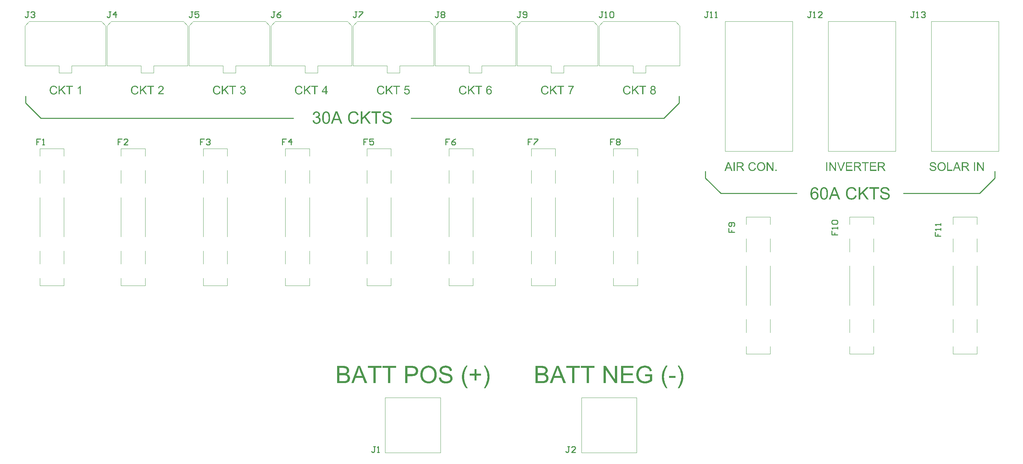
<source format=gto>
G04*
G04 #@! TF.GenerationSoftware,Altium Limited,Altium Designer,22.8.2 (66)*
G04*
G04 Layer_Color=65535*
%FSLAX25Y25*%
%MOIN*%
G70*
G04*
G04 #@! TF.SameCoordinates,E27F80D8-943B-43E4-A2F4-46A55102C9C5*
G04*
G04*
G04 #@! TF.FilePolarity,Positive*
G04*
G01*
G75*
%ADD10C,0.00472*%
%ADD11C,0.01000*%
G36*
X1399517Y1157227D02*
X1399695D01*
X1399886Y1157202D01*
X1400103Y1157189D01*
X1400345Y1157163D01*
X1400613Y1157125D01*
X1400881Y1157087D01*
X1401467Y1156972D01*
X1401761Y1156908D01*
X1402067Y1156819D01*
X1402360Y1156730D01*
X1402653Y1156615D01*
X1402666Y1156602D01*
X1402717Y1156590D01*
X1402806Y1156551D01*
X1402908Y1156500D01*
X1403036Y1156437D01*
X1403189Y1156360D01*
X1403354Y1156271D01*
X1403546Y1156169D01*
X1403737Y1156041D01*
X1403928Y1155914D01*
X1404336Y1155621D01*
X1404731Y1155276D01*
X1404923Y1155085D01*
X1405088Y1154881D01*
X1405101Y1154868D01*
X1405127Y1154830D01*
X1405178Y1154766D01*
X1405229Y1154677D01*
X1405305Y1154575D01*
X1405394Y1154435D01*
X1405484Y1154282D01*
X1405586Y1154103D01*
X1405688Y1153912D01*
X1405802Y1153683D01*
X1405917Y1153453D01*
X1406019Y1153198D01*
X1406134Y1152918D01*
X1406236Y1152624D01*
X1406338Y1152318D01*
X1406427Y1151987D01*
X1404323Y1151413D01*
Y1151426D01*
X1404311Y1151477D01*
X1404285Y1151541D01*
X1404247Y1151643D01*
X1404209Y1151745D01*
X1404170Y1151885D01*
X1404107Y1152025D01*
X1404056Y1152191D01*
X1403903Y1152522D01*
X1403737Y1152879D01*
X1403546Y1153224D01*
X1403444Y1153377D01*
X1403329Y1153530D01*
X1403316Y1153542D01*
X1403303Y1153568D01*
X1403265Y1153606D01*
X1403227Y1153657D01*
X1403163Y1153721D01*
X1403087Y1153797D01*
X1402997Y1153887D01*
X1402895Y1153976D01*
X1402781Y1154078D01*
X1402666Y1154180D01*
X1402373Y1154384D01*
X1402028Y1154588D01*
X1401646Y1154766D01*
X1401633D01*
X1401595Y1154792D01*
X1401531Y1154805D01*
X1401455Y1154843D01*
X1401353Y1154881D01*
X1401225Y1154919D01*
X1401085Y1154958D01*
X1400932Y1155009D01*
X1400766Y1155047D01*
X1400575Y1155085D01*
X1400371Y1155123D01*
X1400167Y1155162D01*
X1399708Y1155213D01*
X1399223Y1155238D01*
X1399070D01*
X1398956Y1155225D01*
X1398815D01*
X1398650Y1155213D01*
X1398471Y1155200D01*
X1398280Y1155174D01*
X1398063Y1155149D01*
X1397834Y1155123D01*
X1397375Y1155034D01*
X1396903Y1154907D01*
X1396444Y1154741D01*
X1396431D01*
X1396393Y1154715D01*
X1396329Y1154690D01*
X1396253Y1154652D01*
X1396151Y1154601D01*
X1396036Y1154550D01*
X1395908Y1154473D01*
X1395781Y1154397D01*
X1395475Y1154218D01*
X1395169Y1153989D01*
X1394850Y1153734D01*
X1394570Y1153453D01*
X1394557Y1153440D01*
X1394544Y1153415D01*
X1394506Y1153377D01*
X1394455Y1153313D01*
X1394391Y1153236D01*
X1394327Y1153160D01*
X1394251Y1153058D01*
X1394162Y1152943D01*
X1393983Y1152688D01*
X1393792Y1152395D01*
X1393613Y1152063D01*
X1393448Y1151719D01*
X1393435Y1151706D01*
X1393422Y1151643D01*
X1393384Y1151553D01*
X1393346Y1151439D01*
X1393295Y1151286D01*
X1393244Y1151107D01*
X1393180Y1150890D01*
X1393116Y1150661D01*
X1393052Y1150406D01*
X1392989Y1150138D01*
X1392938Y1149845D01*
X1392887Y1149526D01*
X1392848Y1149207D01*
X1392810Y1148863D01*
X1392797Y1148519D01*
X1392785Y1148162D01*
Y1148149D01*
Y1148136D01*
Y1148060D01*
Y1147932D01*
X1392797Y1147767D01*
X1392810Y1147563D01*
X1392823Y1147333D01*
X1392848Y1147065D01*
X1392887Y1146785D01*
X1392925Y1146479D01*
X1392976Y1146160D01*
X1393052Y1145829D01*
X1393129Y1145497D01*
X1393218Y1145166D01*
X1393320Y1144834D01*
X1393448Y1144515D01*
X1393588Y1144209D01*
X1393601Y1144197D01*
X1393626Y1144146D01*
X1393677Y1144056D01*
X1393741Y1143954D01*
X1393830Y1143814D01*
X1393932Y1143674D01*
X1394047Y1143508D01*
X1394187Y1143330D01*
X1394353Y1143138D01*
X1394531Y1142947D01*
X1394723Y1142743D01*
X1394939Y1142552D01*
X1395169Y1142361D01*
X1395411Y1142182D01*
X1395679Y1142016D01*
X1395959Y1141863D01*
X1395972Y1141851D01*
X1396036Y1141825D01*
X1396112Y1141787D01*
X1396227Y1141749D01*
X1396367Y1141685D01*
X1396546Y1141621D01*
X1396737Y1141557D01*
X1396954Y1141481D01*
X1397196Y1141404D01*
X1397451Y1141341D01*
X1397719Y1141277D01*
X1397999Y1141213D01*
X1398305Y1141175D01*
X1398611Y1141137D01*
X1398930Y1141111D01*
X1399249Y1141098D01*
X1399402D01*
X1399504Y1141111D01*
X1399644D01*
X1399810Y1141124D01*
X1399988Y1141149D01*
X1400192Y1141175D01*
X1400409Y1141200D01*
X1400639Y1141239D01*
X1401136Y1141341D01*
X1401671Y1141481D01*
X1401939Y1141570D01*
X1402207Y1141672D01*
X1402220Y1141685D01*
X1402271Y1141698D01*
X1402347Y1141736D01*
X1402449Y1141774D01*
X1402564Y1141825D01*
X1402704Y1141889D01*
X1402857Y1141965D01*
X1403023Y1142055D01*
X1403380Y1142233D01*
X1403750Y1142450D01*
X1404107Y1142679D01*
X1404260Y1142794D01*
X1404413Y1142922D01*
Y1146211D01*
X1399223D01*
Y1148289D01*
X1406695D01*
Y1141736D01*
X1406669Y1141723D01*
X1406618Y1141672D01*
X1406529Y1141608D01*
X1406402Y1141506D01*
X1406236Y1141404D01*
X1406057Y1141264D01*
X1405841Y1141124D01*
X1405611Y1140971D01*
X1405343Y1140805D01*
X1405076Y1140639D01*
X1404782Y1140461D01*
X1404464Y1140295D01*
X1403813Y1139964D01*
X1403482Y1139823D01*
X1403138Y1139683D01*
X1403112Y1139670D01*
X1403061Y1139658D01*
X1402959Y1139619D01*
X1402819Y1139581D01*
X1402653Y1139530D01*
X1402462Y1139466D01*
X1402232Y1139403D01*
X1401990Y1139339D01*
X1401710Y1139275D01*
X1401416Y1139211D01*
X1401110Y1139160D01*
X1400792Y1139097D01*
X1400103Y1139020D01*
X1399746Y1139007D01*
X1399389Y1138995D01*
X1399211D01*
X1399134Y1139007D01*
X1398956D01*
X1398726Y1139033D01*
X1398458Y1139058D01*
X1398152Y1139084D01*
X1397821Y1139135D01*
X1397464Y1139199D01*
X1397094Y1139262D01*
X1396699Y1139352D01*
X1396291Y1139466D01*
X1395883Y1139594D01*
X1395475Y1139734D01*
X1395067Y1139913D01*
X1394659Y1140104D01*
X1394633Y1140117D01*
X1394570Y1140155D01*
X1394455Y1140219D01*
X1394315Y1140308D01*
X1394136Y1140423D01*
X1393932Y1140563D01*
X1393703Y1140729D01*
X1393460Y1140920D01*
X1393205Y1141137D01*
X1392938Y1141379D01*
X1392670Y1141634D01*
X1392402Y1141927D01*
X1392147Y1142246D01*
X1391892Y1142577D01*
X1391663Y1142934D01*
X1391446Y1143317D01*
X1391433Y1143342D01*
X1391395Y1143419D01*
X1391344Y1143534D01*
X1391280Y1143687D01*
X1391204Y1143891D01*
X1391102Y1144120D01*
X1391012Y1144401D01*
X1390910Y1144694D01*
X1390808Y1145038D01*
X1390719Y1145395D01*
X1390630Y1145778D01*
X1390541Y1146198D01*
X1390477Y1146632D01*
X1390426Y1147078D01*
X1390388Y1147537D01*
X1390375Y1148022D01*
Y1148034D01*
Y1148047D01*
Y1148085D01*
Y1148136D01*
Y1148200D01*
X1390388Y1148277D01*
Y1148455D01*
X1390413Y1148685D01*
X1390426Y1148952D01*
X1390464Y1149258D01*
X1390515Y1149590D01*
X1390566Y1149947D01*
X1390643Y1150329D01*
X1390719Y1150725D01*
X1390821Y1151133D01*
X1390949Y1151553D01*
X1391089Y1151987D01*
X1391255Y1152408D01*
X1391446Y1152828D01*
Y1152841D01*
X1391459Y1152854D01*
X1391497Y1152930D01*
X1391561Y1153045D01*
X1391650Y1153198D01*
X1391752Y1153377D01*
X1391892Y1153593D01*
X1392058Y1153836D01*
X1392236Y1154091D01*
X1392440Y1154358D01*
X1392670Y1154626D01*
X1392925Y1154907D01*
X1393205Y1155174D01*
X1393511Y1155442D01*
X1393830Y1155697D01*
X1394174Y1155939D01*
X1394544Y1156156D01*
X1394570Y1156169D01*
X1394633Y1156207D01*
X1394748Y1156258D01*
X1394901Y1156322D01*
X1395092Y1156411D01*
X1395322Y1156500D01*
X1395590Y1156602D01*
X1395883Y1156704D01*
X1396214Y1156794D01*
X1396571Y1156896D01*
X1396954Y1156985D01*
X1397362Y1157074D01*
X1397795Y1157138D01*
X1398242Y1157189D01*
X1398713Y1157227D01*
X1399198Y1157240D01*
X1399389D01*
X1399517Y1157227D01*
D02*
G37*
G36*
X1430741Y1144579D02*
X1424060Y1144579D01*
Y1146759D01*
X1430741Y1146759D01*
Y1144579D01*
D02*
G37*
G36*
X1370600Y1139288D02*
X1368190D01*
X1358946Y1153134D01*
Y1139288D01*
X1356702D01*
Y1156934D01*
X1359099D01*
X1368356Y1143075D01*
Y1156934D01*
X1370600D01*
Y1139288D01*
D02*
G37*
G36*
X1387328Y1154856D02*
X1376911D01*
Y1149450D01*
X1386665D01*
Y1147371D01*
X1376911D01*
Y1141366D01*
X1387736D01*
Y1139288D01*
X1374578D01*
Y1156934D01*
X1387328D01*
Y1154856D01*
D02*
G37*
G36*
X1347484Y1154856D02*
X1341644D01*
Y1139288D01*
X1339311D01*
Y1154856D01*
X1333497D01*
Y1156934D01*
X1347484D01*
Y1154856D01*
D02*
G37*
G36*
X1332426D02*
X1326587D01*
Y1139288D01*
X1324253D01*
Y1154856D01*
X1318439D01*
Y1156934D01*
X1332426D01*
Y1154856D01*
D02*
G37*
G36*
X1317904Y1139288D02*
X1315252Y1139288D01*
X1313212Y1144630D01*
X1305804D01*
X1303879Y1139288D01*
X1301418D01*
X1308188Y1156934D01*
X1310687D01*
X1317904Y1139288D01*
D02*
G37*
G36*
X1293743Y1156921D02*
X1293921D01*
X1294112Y1156908D01*
X1294342Y1156883D01*
X1294571Y1156870D01*
X1294826Y1156832D01*
X1295094Y1156806D01*
X1295630Y1156704D01*
X1296165Y1156564D01*
X1296420Y1156488D01*
X1296650Y1156386D01*
X1296662D01*
X1296701Y1156360D01*
X1296764Y1156335D01*
X1296854Y1156284D01*
X1296956Y1156233D01*
X1297070Y1156156D01*
X1297211Y1156080D01*
X1297351Y1155978D01*
X1297504Y1155876D01*
X1297657Y1155748D01*
X1297810Y1155621D01*
X1297976Y1155468D01*
X1298129Y1155302D01*
X1298282Y1155136D01*
X1298422Y1154945D01*
X1298562Y1154741D01*
X1298575Y1154728D01*
X1298588Y1154690D01*
X1298626Y1154626D01*
X1298677Y1154550D01*
X1298728Y1154448D01*
X1298779Y1154320D01*
X1298843Y1154193D01*
X1298919Y1154040D01*
X1298983Y1153861D01*
X1299047Y1153683D01*
X1299149Y1153287D01*
X1299238Y1152854D01*
X1299251Y1152637D01*
X1299263Y1152408D01*
Y1152395D01*
Y1152357D01*
Y1152293D01*
X1299251Y1152216D01*
Y1152114D01*
X1299225Y1152000D01*
X1299212Y1151859D01*
X1299187Y1151719D01*
X1299110Y1151388D01*
X1298996Y1151031D01*
X1298932Y1150839D01*
X1298843Y1150661D01*
X1298753Y1150470D01*
X1298639Y1150278D01*
X1298626Y1150266D01*
X1298613Y1150240D01*
X1298575Y1150189D01*
X1298524Y1150113D01*
X1298460Y1150023D01*
X1298384Y1149934D01*
X1298282Y1149819D01*
X1298180Y1149705D01*
X1298052Y1149577D01*
X1297925Y1149450D01*
X1297772Y1149322D01*
X1297606Y1149182D01*
X1297415Y1149042D01*
X1297223Y1148914D01*
X1297019Y1148787D01*
X1296790Y1148672D01*
X1296803D01*
X1296866Y1148646D01*
X1296943Y1148621D01*
X1297058Y1148583D01*
X1297185Y1148532D01*
X1297338Y1148468D01*
X1297517Y1148391D01*
X1297695Y1148289D01*
X1297899Y1148187D01*
X1298103Y1148073D01*
X1298307Y1147945D01*
X1298511Y1147792D01*
X1298702Y1147639D01*
X1298906Y1147461D01*
X1299085Y1147269D01*
X1299251Y1147065D01*
X1299263Y1147053D01*
X1299289Y1147014D01*
X1299327Y1146951D01*
X1299391Y1146861D01*
X1299455Y1146759D01*
X1299531Y1146632D01*
X1299608Y1146479D01*
X1299684Y1146313D01*
X1299761Y1146122D01*
X1299850Y1145918D01*
X1299914Y1145701D01*
X1299977Y1145459D01*
X1300041Y1145217D01*
X1300079Y1144949D01*
X1300105Y1144681D01*
X1300118Y1144401D01*
Y1144388D01*
Y1144350D01*
Y1144273D01*
X1300105Y1144184D01*
Y1144082D01*
X1300092Y1143954D01*
X1300079Y1143801D01*
X1300054Y1143648D01*
X1299990Y1143291D01*
X1299888Y1142896D01*
X1299761Y1142488D01*
X1299582Y1142080D01*
Y1142067D01*
X1299557Y1142029D01*
X1299531Y1141978D01*
X1299493Y1141902D01*
X1299442Y1141812D01*
X1299378Y1141710D01*
X1299225Y1141481D01*
X1299034Y1141213D01*
X1298817Y1140945D01*
X1298575Y1140678D01*
X1298294Y1140448D01*
X1298282D01*
X1298256Y1140423D01*
X1298218Y1140397D01*
X1298154Y1140359D01*
X1298078Y1140308D01*
X1297988Y1140257D01*
X1297886Y1140193D01*
X1297772Y1140129D01*
X1297631Y1140053D01*
X1297491Y1139989D01*
X1297160Y1139836D01*
X1296790Y1139709D01*
X1296369Y1139581D01*
X1296356D01*
X1296318Y1139568D01*
X1296254Y1139556D01*
X1296165Y1139530D01*
X1296050Y1139517D01*
X1295910Y1139492D01*
X1295757Y1139466D01*
X1295579Y1139441D01*
X1295387Y1139403D01*
X1295171Y1139377D01*
X1294928Y1139352D01*
X1294686Y1139339D01*
X1294418Y1139313D01*
X1294138Y1139301D01*
X1293832Y1139288D01*
X1286807D01*
Y1156934D01*
X1293602D01*
X1293743Y1156921D01*
D02*
G37*
G36*
X1434566Y1157215D02*
X1434579Y1157189D01*
X1434605Y1157151D01*
X1434656Y1157087D01*
X1434707Y1157023D01*
X1434770Y1156934D01*
X1434847Y1156819D01*
X1434923Y1156704D01*
X1435013Y1156577D01*
X1435115Y1156437D01*
X1435331Y1156105D01*
X1435561Y1155748D01*
X1435816Y1155340D01*
X1436084Y1154894D01*
X1436364Y1154422D01*
X1436645Y1153912D01*
X1436912Y1153389D01*
X1437180Y1152854D01*
X1437435Y1152293D01*
X1437677Y1151732D01*
X1437894Y1151158D01*
Y1151145D01*
X1437907Y1151133D01*
X1437920Y1151094D01*
X1437932Y1151043D01*
X1437958Y1150980D01*
X1437983Y1150903D01*
X1438009Y1150801D01*
X1438034Y1150699D01*
X1438111Y1150457D01*
X1438187Y1150176D01*
X1438277Y1149845D01*
X1438366Y1149488D01*
X1438442Y1149093D01*
X1438532Y1148659D01*
X1438608Y1148213D01*
X1438685Y1147728D01*
X1438736Y1147231D01*
X1438787Y1146721D01*
X1438812Y1146198D01*
X1438825Y1145663D01*
Y1145650D01*
Y1145625D01*
Y1145586D01*
Y1145523D01*
Y1145434D01*
X1438812Y1145344D01*
Y1145229D01*
Y1145115D01*
X1438799Y1144975D01*
X1438787Y1144821D01*
X1438761Y1144477D01*
X1438723Y1144095D01*
X1438672Y1143661D01*
X1438608Y1143202D01*
X1438519Y1142705D01*
X1438417Y1142195D01*
X1438302Y1141647D01*
X1438149Y1141098D01*
X1437983Y1140537D01*
X1437792Y1139964D01*
X1437575Y1139390D01*
Y1139377D01*
X1437563Y1139352D01*
X1437537Y1139314D01*
X1437524Y1139262D01*
X1437486Y1139186D01*
X1437448Y1139097D01*
X1437410Y1138995D01*
X1437359Y1138880D01*
X1437231Y1138625D01*
X1437091Y1138319D01*
X1436925Y1137975D01*
X1436734Y1137592D01*
X1436517Y1137197D01*
X1436288Y1136776D01*
X1436045Y1136330D01*
X1435778Y1135884D01*
X1435497Y1135425D01*
X1435191Y1134978D01*
X1434885Y1134532D01*
X1434554Y1134099D01*
X1432998D01*
X1433011Y1134111D01*
X1433036Y1134162D01*
X1433087Y1134252D01*
X1433151Y1134354D01*
X1433240Y1134494D01*
X1433330Y1134673D01*
X1433444Y1134864D01*
X1433559Y1135093D01*
X1433687Y1135335D01*
X1433827Y1135616D01*
X1433980Y1135909D01*
X1434133Y1136228D01*
X1434299Y1136572D01*
X1434464Y1136929D01*
X1434630Y1137312D01*
X1434796Y1137707D01*
X1434962Y1138128D01*
X1435127Y1138561D01*
X1435293Y1139007D01*
X1435459Y1139466D01*
X1435765Y1140410D01*
X1436033Y1141417D01*
X1436147Y1141927D01*
X1436262Y1142450D01*
X1436364Y1142973D01*
X1436441Y1143508D01*
X1436504Y1144044D01*
X1436555Y1144579D01*
X1436581Y1145115D01*
X1436594Y1145663D01*
Y1145676D01*
Y1145689D01*
Y1145765D01*
Y1145892D01*
X1436581Y1146045D01*
Y1146249D01*
X1436568Y1146492D01*
X1436555Y1146772D01*
X1436530Y1147066D01*
X1436504Y1147397D01*
X1436466Y1147754D01*
X1436428Y1148124D01*
X1436377Y1148506D01*
X1436313Y1148914D01*
X1436249Y1149322D01*
X1436071Y1150151D01*
Y1150176D01*
X1436058Y1150227D01*
X1436033Y1150329D01*
X1435994Y1150457D01*
X1435956Y1150623D01*
X1435905Y1150814D01*
X1435841Y1151018D01*
X1435778Y1151260D01*
X1435701Y1151515D01*
X1435612Y1151783D01*
X1435523Y1152076D01*
X1435421Y1152369D01*
X1435191Y1152981D01*
X1434923Y1153606D01*
Y1153619D01*
X1434898Y1153657D01*
X1434872Y1153721D01*
X1434834Y1153810D01*
X1434770Y1153938D01*
X1434707Y1154078D01*
X1434617Y1154257D01*
X1434515Y1154460D01*
X1434388Y1154703D01*
X1434248Y1154970D01*
X1434095Y1155264D01*
X1433916Y1155595D01*
X1433725Y1155952D01*
X1433508Y1156347D01*
X1433266Y1156768D01*
X1432998Y1157227D01*
X1434554D01*
X1434566Y1157215D01*
D02*
G37*
G36*
X1422403Y1157214D02*
X1422390Y1157202D01*
X1422365Y1157163D01*
X1422339Y1157112D01*
X1422263Y1156985D01*
X1422173Y1156819D01*
X1422046Y1156615D01*
X1421918Y1156373D01*
X1421765Y1156118D01*
X1421612Y1155837D01*
X1421294Y1155251D01*
X1420975Y1154652D01*
X1420822Y1154371D01*
X1420694Y1154103D01*
X1420580Y1153861D01*
X1420478Y1153644D01*
X1420465Y1153632D01*
X1420439Y1153568D01*
X1420401Y1153479D01*
X1420350Y1153364D01*
X1420299Y1153211D01*
X1420223Y1153020D01*
X1420146Y1152816D01*
X1420057Y1152586D01*
X1419968Y1152344D01*
X1419866Y1152063D01*
X1419776Y1151783D01*
X1419674Y1151477D01*
X1419483Y1150839D01*
X1419317Y1150176D01*
Y1150151D01*
X1419292Y1150074D01*
X1419266Y1149960D01*
X1419241Y1149794D01*
X1419203Y1149590D01*
X1419152Y1149348D01*
X1419113Y1149080D01*
X1419062Y1148774D01*
X1419011Y1148442D01*
X1418973Y1148085D01*
X1418922Y1147716D01*
X1418884Y1147320D01*
X1418858Y1146925D01*
X1418833Y1146504D01*
X1418807Y1145663D01*
Y1145650D01*
Y1145599D01*
Y1145510D01*
X1418820Y1145408D01*
Y1145268D01*
X1418833Y1145089D01*
X1418846Y1144898D01*
X1418858Y1144668D01*
X1418884Y1144413D01*
X1418922Y1144146D01*
X1418948Y1143852D01*
X1418999Y1143521D01*
X1419050Y1143189D01*
X1419113Y1142820D01*
X1419177Y1142450D01*
X1419254Y1142042D01*
X1419343Y1141634D01*
X1419445Y1141200D01*
X1419560Y1140754D01*
X1419687Y1140295D01*
X1419827Y1139823D01*
X1419980Y1139339D01*
X1420146Y1138842D01*
X1420325Y1138344D01*
X1420516Y1137834D01*
X1420733Y1137312D01*
X1420962Y1136789D01*
X1421217Y1136253D01*
X1421485Y1135718D01*
X1421765Y1135182D01*
X1422071Y1134634D01*
X1422403Y1134099D01*
X1420847D01*
Y1134111D01*
X1420822Y1134124D01*
X1420796Y1134162D01*
X1420771Y1134201D01*
X1420669Y1134328D01*
X1420541Y1134507D01*
X1420388Y1134723D01*
X1420210Y1134978D01*
X1420019Y1135272D01*
X1419789Y1135616D01*
X1419560Y1135986D01*
X1419317Y1136394D01*
X1419062Y1136827D01*
X1418807Y1137286D01*
X1418552Y1137783D01*
X1418297Y1138293D01*
X1418055Y1138829D01*
X1417813Y1139390D01*
Y1139403D01*
X1417800Y1139428D01*
X1417787Y1139466D01*
X1417762Y1139530D01*
X1417736Y1139607D01*
X1417698Y1139696D01*
X1417660Y1139798D01*
X1417622Y1139913D01*
X1417571Y1140053D01*
X1417532Y1140193D01*
X1417418Y1140525D01*
X1417316Y1140894D01*
X1417201Y1141315D01*
X1417073Y1141761D01*
X1416971Y1142259D01*
X1416869Y1142769D01*
X1416767Y1143317D01*
X1416691Y1143878D01*
X1416627Y1144464D01*
X1416589Y1145064D01*
X1416576Y1145663D01*
Y1145676D01*
Y1145701D01*
Y1145739D01*
Y1145790D01*
Y1145867D01*
X1416589Y1145943D01*
Y1146045D01*
Y1146147D01*
X1416602Y1146415D01*
X1416627Y1146708D01*
X1416653Y1147053D01*
X1416691Y1147422D01*
X1416742Y1147830D01*
X1416806Y1148264D01*
X1416869Y1148723D01*
X1416959Y1149195D01*
X1417073Y1149679D01*
X1417188Y1150164D01*
X1417328Y1150661D01*
X1417494Y1151158D01*
Y1151171D01*
X1417507Y1151196D01*
X1417520Y1151235D01*
X1417545Y1151298D01*
X1417571Y1151375D01*
X1417609Y1151464D01*
X1417647Y1151566D01*
X1417698Y1151681D01*
X1417749Y1151808D01*
X1417813Y1151961D01*
X1417953Y1152280D01*
X1418132Y1152650D01*
X1418323Y1153058D01*
X1418540Y1153504D01*
X1418795Y1153976D01*
X1419062Y1154486D01*
X1419368Y1155009D01*
X1419700Y1155544D01*
X1420057Y1156105D01*
X1420439Y1156666D01*
X1420847Y1157227D01*
X1422403D01*
Y1157214D01*
D02*
G37*
G36*
X1194570Y1157227D02*
X1194736D01*
X1194940Y1157202D01*
X1195157Y1157189D01*
X1195412Y1157163D01*
X1195667Y1157125D01*
X1195947Y1157087D01*
X1196521Y1156972D01*
X1196827Y1156896D01*
X1197120Y1156819D01*
X1197414Y1156717D01*
X1197694Y1156602D01*
X1197707Y1156590D01*
X1197758Y1156577D01*
X1197834Y1156539D01*
X1197936Y1156488D01*
X1198064Y1156424D01*
X1198204Y1156335D01*
X1198370Y1156245D01*
X1198536Y1156131D01*
X1198727Y1156016D01*
X1198905Y1155876D01*
X1199096Y1155723D01*
X1199288Y1155557D01*
X1199479Y1155378D01*
X1199658Y1155174D01*
X1199836Y1154970D01*
X1199989Y1154741D01*
X1200002Y1154728D01*
X1200027Y1154690D01*
X1200066Y1154613D01*
X1200117Y1154524D01*
X1200180Y1154409D01*
X1200257Y1154269D01*
X1200321Y1154116D01*
X1200410Y1153938D01*
X1200486Y1153746D01*
X1200563Y1153530D01*
X1200639Y1153300D01*
X1200703Y1153058D01*
X1200767Y1152803D01*
X1200818Y1152535D01*
X1200843Y1152255D01*
X1200869Y1151974D01*
X1198625Y1151808D01*
Y1151834D01*
X1198612Y1151885D01*
X1198599Y1151974D01*
X1198574Y1152089D01*
X1198548Y1152216D01*
X1198510Y1152382D01*
X1198459Y1152561D01*
X1198395Y1152752D01*
X1198332Y1152956D01*
X1198242Y1153160D01*
X1198140Y1153364D01*
X1198026Y1153581D01*
X1197898Y1153785D01*
X1197745Y1153976D01*
X1197579Y1154167D01*
X1197401Y1154333D01*
X1197388Y1154346D01*
X1197350Y1154371D01*
X1197299Y1154409D01*
X1197209Y1154473D01*
X1197095Y1154537D01*
X1196967Y1154601D01*
X1196814Y1154677D01*
X1196636Y1154766D01*
X1196432Y1154843D01*
X1196202Y1154919D01*
X1195947Y1154983D01*
X1195679Y1155060D01*
X1195374Y1155111D01*
X1195055Y1155149D01*
X1194711Y1155174D01*
X1194341Y1155187D01*
X1194137D01*
X1193997Y1155174D01*
X1193818Y1155162D01*
X1193627Y1155149D01*
X1193397Y1155123D01*
X1193168Y1155085D01*
X1192658Y1154996D01*
X1192403Y1154932D01*
X1192148Y1154856D01*
X1191905Y1154766D01*
X1191663Y1154664D01*
X1191446Y1154550D01*
X1191255Y1154409D01*
X1191243Y1154397D01*
X1191217Y1154371D01*
X1191166Y1154333D01*
X1191102Y1154269D01*
X1191039Y1154193D01*
X1190949Y1154103D01*
X1190873Y1154001D01*
X1190784Y1153887D01*
X1190694Y1153759D01*
X1190605Y1153606D01*
X1190452Y1153287D01*
X1190388Y1153122D01*
X1190337Y1152930D01*
X1190312Y1152739D01*
X1190299Y1152535D01*
Y1152522D01*
Y1152497D01*
Y1152446D01*
X1190312Y1152382D01*
X1190324Y1152293D01*
X1190337Y1152204D01*
X1190388Y1151987D01*
X1190465Y1151732D01*
X1190580Y1151477D01*
X1190656Y1151337D01*
X1190758Y1151209D01*
X1190860Y1151082D01*
X1190975Y1150967D01*
X1190987Y1150954D01*
X1191013Y1150941D01*
X1191051Y1150903D01*
X1191128Y1150865D01*
X1191217Y1150801D01*
X1191345Y1150737D01*
X1191485Y1150661D01*
X1191663Y1150572D01*
X1191880Y1150482D01*
X1192122Y1150380D01*
X1192416Y1150278D01*
X1192734Y1150164D01*
X1193104Y1150049D01*
X1193512Y1149934D01*
X1193971Y1149819D01*
X1194481Y1149692D01*
X1194494D01*
X1194519Y1149679D01*
X1194557D01*
X1194608Y1149666D01*
X1194672Y1149654D01*
X1194749Y1149628D01*
X1194940Y1149590D01*
X1195170Y1149526D01*
X1195437Y1149462D01*
X1195730Y1149399D01*
X1196037Y1149309D01*
X1196687Y1149144D01*
X1197005Y1149054D01*
X1197324Y1148952D01*
X1197630Y1148863D01*
X1197911Y1148761D01*
X1198166Y1148672D01*
X1198382Y1148583D01*
X1198395Y1148570D01*
X1198446Y1148544D01*
X1198536Y1148506D01*
X1198637Y1148455D01*
X1198765Y1148379D01*
X1198905Y1148302D01*
X1199071Y1148200D01*
X1199249Y1148085D01*
X1199428Y1147971D01*
X1199619Y1147830D01*
X1200002Y1147524D01*
X1200359Y1147167D01*
X1200512Y1146976D01*
X1200665Y1146772D01*
X1200677Y1146759D01*
X1200703Y1146721D01*
X1200729Y1146657D01*
X1200780Y1146581D01*
X1200830Y1146479D01*
X1200894Y1146351D01*
X1200971Y1146211D01*
X1201035Y1146058D01*
X1201098Y1145880D01*
X1201175Y1145688D01*
X1201239Y1145484D01*
X1201289Y1145255D01*
X1201340Y1145025D01*
X1201379Y1144783D01*
X1201392Y1144541D01*
X1201404Y1144273D01*
Y1144260D01*
Y1144209D01*
Y1144133D01*
X1201392Y1144031D01*
X1201379Y1143903D01*
X1201366Y1143763D01*
X1201340Y1143597D01*
X1201302Y1143406D01*
X1201264Y1143215D01*
X1201200Y1142998D01*
X1201136Y1142781D01*
X1201060Y1142552D01*
X1200971Y1142322D01*
X1200856Y1142080D01*
X1200729Y1141851D01*
X1200588Y1141608D01*
X1200576Y1141596D01*
X1200550Y1141557D01*
X1200499Y1141494D01*
X1200435Y1141404D01*
X1200359Y1141302D01*
X1200257Y1141175D01*
X1200142Y1141047D01*
X1200002Y1140907D01*
X1199849Y1140754D01*
X1199670Y1140601D01*
X1199479Y1140435D01*
X1199275Y1140270D01*
X1199058Y1140117D01*
X1198816Y1139964D01*
X1198561Y1139823D01*
X1198281Y1139683D01*
X1198268Y1139670D01*
X1198217Y1139658D01*
X1198127Y1139619D01*
X1198013Y1139581D01*
X1197873Y1139530D01*
X1197707Y1139466D01*
X1197515Y1139403D01*
X1197299Y1139339D01*
X1197056Y1139275D01*
X1196789Y1139211D01*
X1196508Y1139160D01*
X1196215Y1139097D01*
X1195909Y1139058D01*
X1195578Y1139020D01*
X1195233Y1139007D01*
X1194889Y1138995D01*
X1194660D01*
X1194494Y1139007D01*
X1194290Y1139020D01*
X1194048Y1139033D01*
X1193780Y1139058D01*
X1193486Y1139084D01*
X1193180Y1139122D01*
X1192862Y1139160D01*
X1192186Y1139288D01*
X1191842Y1139364D01*
X1191510Y1139454D01*
X1191179Y1139568D01*
X1190873Y1139683D01*
X1190860Y1139696D01*
X1190796Y1139721D01*
X1190720Y1139760D01*
X1190605Y1139811D01*
X1190465Y1139887D01*
X1190312Y1139976D01*
X1190133Y1140091D01*
X1189955Y1140206D01*
X1189751Y1140346D01*
X1189547Y1140499D01*
X1189330Y1140678D01*
X1189126Y1140869D01*
X1188909Y1141073D01*
X1188705Y1141290D01*
X1188514Y1141532D01*
X1188336Y1141787D01*
X1188323Y1141800D01*
X1188297Y1141851D01*
X1188246Y1141927D01*
X1188195Y1142029D01*
X1188119Y1142169D01*
X1188042Y1142322D01*
X1187953Y1142501D01*
X1187877Y1142705D01*
X1187787Y1142934D01*
X1187698Y1143177D01*
X1187621Y1143444D01*
X1187545Y1143712D01*
X1187481Y1144005D01*
X1187430Y1144311D01*
X1187392Y1144630D01*
X1187379Y1144962D01*
X1189585Y1145153D01*
Y1145140D01*
X1189598Y1145089D01*
Y1145025D01*
X1189623Y1144936D01*
X1189636Y1144821D01*
X1189662Y1144681D01*
X1189700Y1144541D01*
X1189738Y1144375D01*
X1189827Y1144031D01*
X1189955Y1143661D01*
X1190108Y1143304D01*
X1190299Y1142960D01*
X1190312Y1142947D01*
X1190324Y1142922D01*
X1190363Y1142883D01*
X1190414Y1142820D01*
X1190465Y1142743D01*
X1190541Y1142667D01*
X1190631Y1142577D01*
X1190732Y1142475D01*
X1190847Y1142373D01*
X1190987Y1142259D01*
X1191128Y1142144D01*
X1191294Y1142029D01*
X1191459Y1141914D01*
X1191650Y1141800D01*
X1191854Y1141698D01*
X1192071Y1141596D01*
X1192084D01*
X1192122Y1141570D01*
X1192199Y1141545D01*
X1192288Y1141519D01*
X1192403Y1141481D01*
X1192530Y1141430D01*
X1192696Y1141379D01*
X1192862Y1141341D01*
X1193053Y1141290D01*
X1193270Y1141239D01*
X1193486Y1141200D01*
X1193729Y1141149D01*
X1194239Y1141098D01*
X1194787Y1141073D01*
X1194915D01*
X1195016Y1141086D01*
X1195131D01*
X1195259Y1141098D01*
X1195412Y1141111D01*
X1195578Y1141124D01*
X1195947Y1141175D01*
X1196342Y1141239D01*
X1196738Y1141341D01*
X1197133Y1141468D01*
X1197146D01*
X1197184Y1141481D01*
X1197235Y1141506D01*
X1197299Y1141545D01*
X1197388Y1141583D01*
X1197477Y1141634D01*
X1197707Y1141749D01*
X1197949Y1141902D01*
X1198204Y1142093D01*
X1198446Y1142310D01*
X1198650Y1142552D01*
Y1142565D01*
X1198676Y1142590D01*
X1198701Y1142628D01*
X1198727Y1142679D01*
X1198765Y1142743D01*
X1198816Y1142820D01*
X1198905Y1143011D01*
X1198995Y1143228D01*
X1199084Y1143483D01*
X1199135Y1143776D01*
X1199160Y1144069D01*
Y1144082D01*
Y1144107D01*
Y1144146D01*
X1199148Y1144209D01*
Y1144286D01*
X1199135Y1144362D01*
X1199096Y1144566D01*
X1199045Y1144783D01*
X1198956Y1145025D01*
X1198829Y1145268D01*
X1198663Y1145510D01*
Y1145523D01*
X1198637Y1145535D01*
X1198574Y1145612D01*
X1198446Y1145727D01*
X1198370Y1145803D01*
X1198281Y1145880D01*
X1198178Y1145956D01*
X1198064Y1146045D01*
X1197936Y1146135D01*
X1197783Y1146224D01*
X1197630Y1146313D01*
X1197452Y1146402D01*
X1197273Y1146479D01*
X1197069Y1146568D01*
X1197056D01*
X1197031Y1146581D01*
X1196993Y1146594D01*
X1196916Y1146619D01*
X1196827Y1146645D01*
X1196725Y1146683D01*
X1196585Y1146721D01*
X1196419Y1146772D01*
X1196215Y1146836D01*
X1195998Y1146900D01*
X1195743Y1146963D01*
X1195450Y1147040D01*
X1195131Y1147129D01*
X1194761Y1147218D01*
X1194366Y1147320D01*
X1193933Y1147422D01*
X1193920D01*
X1193907Y1147435D01*
X1193869D01*
X1193831Y1147448D01*
X1193703Y1147486D01*
X1193538Y1147524D01*
X1193346Y1147575D01*
X1193117Y1147639D01*
X1192862Y1147703D01*
X1192607Y1147779D01*
X1192046Y1147945D01*
X1191485Y1148136D01*
X1191217Y1148238D01*
X1190962Y1148340D01*
X1190745Y1148430D01*
X1190541Y1148532D01*
X1190528Y1148544D01*
X1190490Y1148557D01*
X1190427Y1148595D01*
X1190337Y1148646D01*
X1190235Y1148710D01*
X1190108Y1148799D01*
X1189980Y1148889D01*
X1189827Y1148991D01*
X1189521Y1149220D01*
X1189215Y1149501D01*
X1188909Y1149819D01*
X1188782Y1149998D01*
X1188654Y1150176D01*
X1188641Y1150189D01*
X1188629Y1150227D01*
X1188603Y1150278D01*
X1188565Y1150355D01*
X1188514Y1150444D01*
X1188463Y1150546D01*
X1188412Y1150674D01*
X1188348Y1150814D01*
X1188297Y1150980D01*
X1188233Y1151145D01*
X1188144Y1151515D01*
X1188068Y1151923D01*
X1188055Y1152140D01*
X1188042Y1152369D01*
Y1152382D01*
Y1152433D01*
Y1152497D01*
X1188055Y1152599D01*
X1188068Y1152714D01*
X1188081Y1152854D01*
X1188106Y1153007D01*
X1188132Y1153185D01*
X1188183Y1153377D01*
X1188221Y1153568D01*
X1188284Y1153772D01*
X1188361Y1153989D01*
X1188450Y1154205D01*
X1188552Y1154422D01*
X1188667Y1154652D01*
X1188795Y1154868D01*
X1188807Y1154881D01*
X1188833Y1154919D01*
X1188871Y1154983D01*
X1188935Y1155060D01*
X1189011Y1155162D01*
X1189113Y1155264D01*
X1189228Y1155391D01*
X1189355Y1155519D01*
X1189496Y1155659D01*
X1189662Y1155812D01*
X1189840Y1155952D01*
X1190044Y1156105D01*
X1190261Y1156245D01*
X1190490Y1156386D01*
X1190732Y1156513D01*
X1191000Y1156628D01*
X1191013Y1156641D01*
X1191064Y1156653D01*
X1191140Y1156679D01*
X1191255Y1156730D01*
X1191395Y1156768D01*
X1191549Y1156819D01*
X1191740Y1156883D01*
X1191957Y1156934D01*
X1192186Y1156998D01*
X1192428Y1157049D01*
X1192696Y1157100D01*
X1192976Y1157151D01*
X1193283Y1157189D01*
X1193589Y1157214D01*
X1193907Y1157227D01*
X1194239Y1157240D01*
X1194430D01*
X1194570Y1157227D01*
D02*
G37*
G36*
X1225974Y1148991D02*
X1230780D01*
Y1146964D01*
X1225974D01*
Y1142131D01*
X1223934Y1142131D01*
Y1146963D01*
X1219127D01*
Y1148991D01*
X1223934D01*
Y1153797D01*
X1225974Y1153798D01*
Y1148991D01*
D02*
G37*
G36*
X1159801Y1156921D02*
X1159980D01*
X1160184Y1156908D01*
X1160617Y1156896D01*
X1161063Y1156857D01*
X1161497Y1156819D01*
X1161701Y1156781D01*
X1161879Y1156755D01*
X1161892D01*
X1161943Y1156743D01*
X1162007Y1156730D01*
X1162096Y1156717D01*
X1162211Y1156692D01*
X1162338Y1156653D01*
X1162479Y1156615D01*
X1162644Y1156577D01*
X1162988Y1156462D01*
X1163346Y1156309D01*
X1163715Y1156143D01*
X1164060Y1155927D01*
X1164072Y1155914D01*
X1164098Y1155901D01*
X1164149Y1155863D01*
X1164200Y1155812D01*
X1164276Y1155761D01*
X1164365Y1155684D01*
X1164468Y1155595D01*
X1164569Y1155493D01*
X1164672Y1155378D01*
X1164786Y1155251D01*
X1165028Y1154958D01*
X1165258Y1154613D01*
X1165475Y1154231D01*
X1165487Y1154218D01*
X1165500Y1154180D01*
X1165526Y1154116D01*
X1165564Y1154040D01*
X1165602Y1153938D01*
X1165641Y1153810D01*
X1165691Y1153670D01*
X1165742Y1153517D01*
X1165794Y1153351D01*
X1165845Y1153160D01*
X1165883Y1152969D01*
X1165921Y1152752D01*
X1165985Y1152306D01*
X1166010Y1151821D01*
Y1151796D01*
Y1151719D01*
X1165998Y1151604D01*
X1165985Y1151451D01*
X1165972Y1151247D01*
X1165934Y1151031D01*
X1165895Y1150776D01*
X1165832Y1150508D01*
X1165755Y1150215D01*
X1165653Y1149909D01*
X1165539Y1149590D01*
X1165398Y1149271D01*
X1165232Y1148952D01*
X1165041Y1148634D01*
X1164824Y1148315D01*
X1164569Y1148022D01*
X1164557Y1148009D01*
X1164506Y1147958D01*
X1164417Y1147881D01*
X1164289Y1147779D01*
X1164123Y1147665D01*
X1163919Y1147524D01*
X1163677Y1147384D01*
X1163384Y1147244D01*
X1163052Y1147104D01*
X1162683Y1146963D01*
X1162249Y1146823D01*
X1161790Y1146708D01*
X1161267Y1146606D01*
X1160987Y1146568D01*
X1160693Y1146530D01*
X1160388Y1146504D01*
X1160069Y1146479D01*
X1159737Y1146466D01*
X1154879D01*
Y1139288D01*
X1152546D01*
Y1156934D01*
X1159622D01*
X1159801Y1156921D01*
D02*
G37*
G36*
X1143303Y1154856D02*
X1137463D01*
Y1139288D01*
X1135130D01*
Y1154856D01*
X1129316D01*
Y1156934D01*
X1143303D01*
Y1154856D01*
D02*
G37*
G36*
X1128245D02*
X1122405D01*
Y1139288D01*
X1120072D01*
Y1154856D01*
X1114258D01*
Y1156934D01*
X1128245D01*
Y1154856D01*
D02*
G37*
G36*
X1113723Y1139288D02*
X1111071Y1139288D01*
X1109031Y1144630D01*
X1101623D01*
X1099697Y1139288D01*
X1097237D01*
X1104007Y1156934D01*
X1106506D01*
X1113723Y1139288D01*
D02*
G37*
G36*
X1089561Y1156921D02*
X1089740D01*
X1089931Y1156908D01*
X1090160Y1156883D01*
X1090390Y1156870D01*
X1090645Y1156832D01*
X1090913Y1156806D01*
X1091448Y1156704D01*
X1091984Y1156564D01*
X1092239Y1156488D01*
X1092468Y1156386D01*
X1092481D01*
X1092519Y1156360D01*
X1092583Y1156335D01*
X1092672Y1156284D01*
X1092774Y1156233D01*
X1092889Y1156156D01*
X1093029Y1156080D01*
X1093169Y1155978D01*
X1093322Y1155876D01*
X1093476Y1155748D01*
X1093629Y1155621D01*
X1093794Y1155468D01*
X1093947Y1155302D01*
X1094100Y1155136D01*
X1094240Y1154945D01*
X1094381Y1154741D01*
X1094394Y1154728D01*
X1094406Y1154690D01*
X1094444Y1154626D01*
X1094495Y1154550D01*
X1094547Y1154448D01*
X1094598Y1154320D01*
X1094661Y1154193D01*
X1094738Y1154040D01*
X1094802Y1153861D01*
X1094865Y1153683D01*
X1094967Y1153287D01*
X1095057Y1152854D01*
X1095069Y1152637D01*
X1095082Y1152408D01*
Y1152395D01*
Y1152357D01*
Y1152293D01*
X1095069Y1152216D01*
Y1152114D01*
X1095044Y1152000D01*
X1095031Y1151859D01*
X1095006Y1151719D01*
X1094929Y1151388D01*
X1094814Y1151031D01*
X1094750Y1150839D01*
X1094661Y1150661D01*
X1094572Y1150470D01*
X1094457Y1150278D01*
X1094444Y1150266D01*
X1094432Y1150240D01*
X1094394Y1150189D01*
X1094343Y1150113D01*
X1094279Y1150023D01*
X1094202Y1149934D01*
X1094100Y1149819D01*
X1093998Y1149705D01*
X1093871Y1149577D01*
X1093743Y1149450D01*
X1093590Y1149322D01*
X1093425Y1149182D01*
X1093233Y1149042D01*
X1093042Y1148914D01*
X1092838Y1148787D01*
X1092609Y1148672D01*
X1092621D01*
X1092685Y1148646D01*
X1092762Y1148621D01*
X1092876Y1148583D01*
X1093004Y1148532D01*
X1093157Y1148468D01*
X1093335Y1148391D01*
X1093514Y1148289D01*
X1093718Y1148187D01*
X1093922Y1148073D01*
X1094126Y1147945D01*
X1094330Y1147792D01*
X1094521Y1147639D01*
X1094725Y1147461D01*
X1094903Y1147269D01*
X1095069Y1147065D01*
X1095082Y1147053D01*
X1095107Y1147014D01*
X1095146Y1146951D01*
X1095210Y1146861D01*
X1095273Y1146759D01*
X1095350Y1146632D01*
X1095426Y1146479D01*
X1095503Y1146313D01*
X1095579Y1146122D01*
X1095669Y1145918D01*
X1095732Y1145701D01*
X1095796Y1145459D01*
X1095860Y1145217D01*
X1095898Y1144949D01*
X1095924Y1144681D01*
X1095936Y1144401D01*
Y1144388D01*
Y1144350D01*
Y1144273D01*
X1095924Y1144184D01*
Y1144082D01*
X1095911Y1143954D01*
X1095898Y1143801D01*
X1095872Y1143648D01*
X1095809Y1143291D01*
X1095707Y1142896D01*
X1095579Y1142488D01*
X1095401Y1142080D01*
Y1142067D01*
X1095375Y1142029D01*
X1095350Y1141978D01*
X1095312Y1141902D01*
X1095261Y1141812D01*
X1095197Y1141710D01*
X1095044Y1141481D01*
X1094853Y1141213D01*
X1094636Y1140945D01*
X1094394Y1140678D01*
X1094113Y1140448D01*
X1094100D01*
X1094075Y1140423D01*
X1094036Y1140397D01*
X1093973Y1140359D01*
X1093896Y1140308D01*
X1093807Y1140257D01*
X1093705Y1140193D01*
X1093590Y1140129D01*
X1093450Y1140053D01*
X1093310Y1139989D01*
X1092978Y1139836D01*
X1092609Y1139709D01*
X1092188Y1139581D01*
X1092175D01*
X1092137Y1139568D01*
X1092073Y1139556D01*
X1091984Y1139530D01*
X1091869Y1139517D01*
X1091729Y1139492D01*
X1091576Y1139466D01*
X1091397Y1139441D01*
X1091206Y1139403D01*
X1090989Y1139377D01*
X1090747Y1139352D01*
X1090505Y1139339D01*
X1090237Y1139313D01*
X1089956Y1139301D01*
X1089651Y1139288D01*
X1082625D01*
Y1156934D01*
X1089421D01*
X1089561Y1156921D01*
D02*
G37*
G36*
X1176950Y1157227D02*
X1177116D01*
X1177332Y1157202D01*
X1177587Y1157176D01*
X1177868Y1157138D01*
X1178174Y1157100D01*
X1178505Y1157036D01*
X1178862Y1156959D01*
X1179232Y1156857D01*
X1179602Y1156743D01*
X1179984Y1156615D01*
X1180367Y1156449D01*
X1180749Y1156271D01*
X1181119Y1156067D01*
X1181145Y1156054D01*
X1181208Y1156016D01*
X1181310Y1155952D01*
X1181438Y1155850D01*
X1181604Y1155735D01*
X1181795Y1155595D01*
X1181999Y1155417D01*
X1182228Y1155225D01*
X1182471Y1155009D01*
X1182713Y1154766D01*
X1182968Y1154499D01*
X1183210Y1154205D01*
X1183452Y1153887D01*
X1183694Y1153555D01*
X1183911Y1153198D01*
X1184115Y1152816D01*
X1184128Y1152790D01*
X1184166Y1152726D01*
X1184217Y1152612D01*
X1184281Y1152446D01*
X1184357Y1152255D01*
X1184447Y1152012D01*
X1184536Y1151745D01*
X1184638Y1151439D01*
X1184727Y1151107D01*
X1184816Y1150737D01*
X1184906Y1150355D01*
X1184982Y1149934D01*
X1185059Y1149501D01*
X1185110Y1149042D01*
X1185135Y1148570D01*
X1185148Y1148085D01*
Y1148073D01*
Y1148060D01*
Y1148022D01*
Y1147971D01*
Y1147907D01*
X1185135Y1147818D01*
Y1147626D01*
X1185110Y1147397D01*
X1185097Y1147129D01*
X1185059Y1146810D01*
X1185008Y1146479D01*
X1184957Y1146109D01*
X1184880Y1145727D01*
X1184791Y1145331D01*
X1184689Y1144923D01*
X1184562Y1144503D01*
X1184421Y1144095D01*
X1184256Y1143687D01*
X1184064Y1143279D01*
X1184052Y1143253D01*
X1184013Y1143189D01*
X1183949Y1143075D01*
X1183860Y1142934D01*
X1183758Y1142756D01*
X1183618Y1142552D01*
X1183452Y1142322D01*
X1183274Y1142080D01*
X1183070Y1141825D01*
X1182840Y1141570D01*
X1182585Y1141302D01*
X1182318Y1141035D01*
X1182012Y1140780D01*
X1181693Y1140525D01*
X1181349Y1140295D01*
X1180991Y1140078D01*
X1180966Y1140066D01*
X1180902Y1140027D01*
X1180787Y1139976D01*
X1180647Y1139913D01*
X1180456Y1139823D01*
X1180239Y1139734D01*
X1179997Y1139632D01*
X1179716Y1139543D01*
X1179398Y1139441D01*
X1179066Y1139339D01*
X1178722Y1139250D01*
X1178339Y1139160D01*
X1177957Y1139097D01*
X1177549Y1139046D01*
X1177128Y1139007D01*
X1176707Y1138995D01*
X1176593D01*
X1176465Y1139007D01*
X1176287Y1139020D01*
X1176070Y1139033D01*
X1175815Y1139058D01*
X1175522Y1139097D01*
X1175216Y1139148D01*
X1174872Y1139211D01*
X1174514Y1139288D01*
X1174145Y1139390D01*
X1173775Y1139505D01*
X1173392Y1139632D01*
X1172997Y1139798D01*
X1172615Y1139976D01*
X1172245Y1140193D01*
X1172219Y1140206D01*
X1172156Y1140244D01*
X1172054Y1140321D01*
X1171926Y1140410D01*
X1171760Y1140537D01*
X1171569Y1140678D01*
X1171365Y1140856D01*
X1171136Y1141047D01*
X1170906Y1141277D01*
X1170651Y1141519D01*
X1170409Y1141787D01*
X1170167Y1142080D01*
X1169925Y1142399D01*
X1169695Y1142730D01*
X1169478Y1143087D01*
X1169274Y1143470D01*
X1169261Y1143495D01*
X1169236Y1143559D01*
X1169185Y1143674D01*
X1169121Y1143840D01*
X1169045Y1144031D01*
X1168956Y1144260D01*
X1168866Y1144515D01*
X1168777Y1144809D01*
X1168675Y1145127D01*
X1168586Y1145472D01*
X1168497Y1145829D01*
X1168420Y1146211D01*
X1168356Y1146619D01*
X1168305Y1147027D01*
X1168280Y1147448D01*
X1168267Y1147881D01*
Y1147894D01*
Y1147932D01*
Y1147996D01*
Y1148073D01*
X1168280Y1148175D01*
Y1148302D01*
X1168293Y1148442D01*
X1168305Y1148608D01*
X1168318Y1148787D01*
X1168344Y1148978D01*
X1168369Y1149182D01*
X1168394Y1149399D01*
X1168471Y1149870D01*
X1168560Y1150380D01*
X1168688Y1150929D01*
X1168841Y1151490D01*
X1169032Y1152063D01*
X1169261Y1152637D01*
X1169529Y1153198D01*
X1169848Y1153746D01*
X1170026Y1154014D01*
X1170205Y1154269D01*
X1170409Y1154511D01*
X1170626Y1154754D01*
X1170638Y1154766D01*
X1170651Y1154779D01*
X1170689Y1154817D01*
X1170741Y1154856D01*
X1170792Y1154919D01*
X1170868Y1154983D01*
X1171059Y1155149D01*
X1171289Y1155327D01*
X1171569Y1155544D01*
X1171901Y1155761D01*
X1172270Y1156003D01*
X1172691Y1156233D01*
X1173150Y1156449D01*
X1173647Y1156666D01*
X1174183Y1156857D01*
X1174769Y1157010D01*
X1175381Y1157138D01*
X1175700Y1157176D01*
X1176032Y1157214D01*
X1176363Y1157227D01*
X1176707Y1157240D01*
X1176822D01*
X1176950Y1157227D01*
D02*
G37*
G36*
X1235205Y1157215D02*
X1235217Y1157189D01*
X1235243Y1157151D01*
X1235294Y1157087D01*
X1235345Y1157023D01*
X1235408Y1156934D01*
X1235485Y1156819D01*
X1235561Y1156704D01*
X1235651Y1156577D01*
X1235753Y1156437D01*
X1235970Y1156105D01*
X1236199Y1155748D01*
X1236454Y1155340D01*
X1236722Y1154894D01*
X1237002Y1154422D01*
X1237283Y1153912D01*
X1237551Y1153389D01*
X1237818Y1152854D01*
X1238073Y1152293D01*
X1238315Y1151732D01*
X1238532Y1151158D01*
Y1151145D01*
X1238545Y1151133D01*
X1238558Y1151094D01*
X1238570Y1151043D01*
X1238596Y1150980D01*
X1238622Y1150903D01*
X1238647Y1150801D01*
X1238673Y1150699D01*
X1238749Y1150457D01*
X1238826Y1150176D01*
X1238915Y1149845D01*
X1239004Y1149488D01*
X1239081Y1149093D01*
X1239170Y1148659D01*
X1239246Y1148213D01*
X1239323Y1147728D01*
X1239374Y1147231D01*
X1239425Y1146721D01*
X1239450Y1146198D01*
X1239463Y1145663D01*
Y1145650D01*
Y1145625D01*
Y1145586D01*
Y1145523D01*
Y1145434D01*
X1239450Y1145344D01*
Y1145229D01*
Y1145115D01*
X1239437Y1144975D01*
X1239425Y1144821D01*
X1239399Y1144477D01*
X1239361Y1144095D01*
X1239310Y1143661D01*
X1239246Y1143202D01*
X1239157Y1142705D01*
X1239055Y1142195D01*
X1238940Y1141647D01*
X1238787Y1141098D01*
X1238622Y1140537D01*
X1238430Y1139964D01*
X1238214Y1139390D01*
Y1139377D01*
X1238201Y1139352D01*
X1238175Y1139314D01*
X1238163Y1139262D01*
X1238124Y1139186D01*
X1238086Y1139097D01*
X1238048Y1138995D01*
X1237997Y1138880D01*
X1237869Y1138625D01*
X1237729Y1138319D01*
X1237563Y1137975D01*
X1237372Y1137592D01*
X1237155Y1137197D01*
X1236926Y1136776D01*
X1236683Y1136330D01*
X1236416Y1135884D01*
X1236135Y1135425D01*
X1235829Y1134978D01*
X1235523Y1134532D01*
X1235192Y1134099D01*
X1233636D01*
X1233649Y1134111D01*
X1233675Y1134162D01*
X1233725Y1134252D01*
X1233789Y1134354D01*
X1233879Y1134494D01*
X1233968Y1134673D01*
X1234083Y1134864D01*
X1234197Y1135093D01*
X1234325Y1135335D01*
X1234465Y1135616D01*
X1234618Y1135909D01*
X1234771Y1136228D01*
X1234937Y1136572D01*
X1235102Y1136929D01*
X1235268Y1137312D01*
X1235434Y1137707D01*
X1235600Y1138128D01*
X1235765Y1138561D01*
X1235931Y1139007D01*
X1236097Y1139466D01*
X1236403Y1140410D01*
X1236671Y1141417D01*
X1236786Y1141927D01*
X1236900Y1142450D01*
X1237002Y1142973D01*
X1237079Y1143508D01*
X1237142Y1144044D01*
X1237193Y1144579D01*
X1237219Y1145115D01*
X1237232Y1145663D01*
Y1145676D01*
Y1145689D01*
Y1145765D01*
Y1145892D01*
X1237219Y1146045D01*
Y1146249D01*
X1237206Y1146492D01*
X1237193Y1146772D01*
X1237168Y1147066D01*
X1237142Y1147397D01*
X1237104Y1147754D01*
X1237066Y1148124D01*
X1237015Y1148506D01*
X1236951Y1148914D01*
X1236887Y1149322D01*
X1236709Y1150151D01*
Y1150176D01*
X1236696Y1150227D01*
X1236671Y1150329D01*
X1236633Y1150457D01*
X1236594Y1150623D01*
X1236543Y1150814D01*
X1236479Y1151018D01*
X1236416Y1151260D01*
X1236339Y1151515D01*
X1236250Y1151783D01*
X1236161Y1152076D01*
X1236059Y1152369D01*
X1235829Y1152981D01*
X1235561Y1153606D01*
Y1153619D01*
X1235536Y1153657D01*
X1235511Y1153721D01*
X1235472Y1153810D01*
X1235408Y1153938D01*
X1235345Y1154078D01*
X1235256Y1154257D01*
X1235153Y1154460D01*
X1235026Y1154703D01*
X1234886Y1154970D01*
X1234733Y1155264D01*
X1234554Y1155595D01*
X1234363Y1155952D01*
X1234146Y1156347D01*
X1233904Y1156768D01*
X1233636Y1157227D01*
X1235192D01*
X1235205Y1157215D01*
D02*
G37*
G36*
X1216857Y1157214D02*
X1216844Y1157202D01*
X1216819Y1157163D01*
X1216794Y1157112D01*
X1216717Y1156985D01*
X1216628Y1156819D01*
X1216500Y1156615D01*
X1216373Y1156373D01*
X1216220Y1156118D01*
X1216067Y1155837D01*
X1215748Y1155251D01*
X1215429Y1154652D01*
X1215276Y1154371D01*
X1215149Y1154103D01*
X1215034Y1153861D01*
X1214932Y1153644D01*
X1214919Y1153632D01*
X1214894Y1153568D01*
X1214855Y1153479D01*
X1214804Y1153364D01*
X1214754Y1153211D01*
X1214677Y1153020D01*
X1214600Y1152816D01*
X1214511Y1152586D01*
X1214422Y1152344D01*
X1214320Y1152063D01*
X1214231Y1151783D01*
X1214129Y1151477D01*
X1213937Y1150839D01*
X1213772Y1150176D01*
Y1150151D01*
X1213746Y1150074D01*
X1213721Y1149960D01*
X1213695Y1149794D01*
X1213657Y1149590D01*
X1213606Y1149348D01*
X1213568Y1149080D01*
X1213517Y1148774D01*
X1213466Y1148442D01*
X1213428Y1148085D01*
X1213377Y1147716D01*
X1213338Y1147320D01*
X1213313Y1146925D01*
X1213287Y1146504D01*
X1213262Y1145663D01*
Y1145650D01*
Y1145599D01*
Y1145510D01*
X1213274Y1145408D01*
Y1145268D01*
X1213287Y1145089D01*
X1213300Y1144898D01*
X1213313Y1144668D01*
X1213338Y1144413D01*
X1213377Y1144146D01*
X1213402Y1143852D01*
X1213453Y1143521D01*
X1213504Y1143189D01*
X1213568Y1142820D01*
X1213632Y1142450D01*
X1213708Y1142042D01*
X1213797Y1141634D01*
X1213899Y1141200D01*
X1214014Y1140754D01*
X1214141Y1140295D01*
X1214282Y1139823D01*
X1214435Y1139339D01*
X1214600Y1138842D01*
X1214779Y1138344D01*
X1214970Y1137834D01*
X1215187Y1137312D01*
X1215417Y1136789D01*
X1215672Y1136253D01*
X1215939Y1135718D01*
X1216220Y1135182D01*
X1216526Y1134634D01*
X1216857Y1134099D01*
X1215302D01*
Y1134111D01*
X1215276Y1134124D01*
X1215251Y1134162D01*
X1215225Y1134201D01*
X1215123Y1134328D01*
X1214996Y1134507D01*
X1214843Y1134723D01*
X1214664Y1134978D01*
X1214473Y1135272D01*
X1214244Y1135616D01*
X1214014Y1135986D01*
X1213772Y1136394D01*
X1213517Y1136827D01*
X1213262Y1137286D01*
X1213007Y1137783D01*
X1212752Y1138293D01*
X1212510Y1138829D01*
X1212267Y1139390D01*
Y1139403D01*
X1212255Y1139428D01*
X1212242Y1139466D01*
X1212216Y1139530D01*
X1212191Y1139607D01*
X1212152Y1139696D01*
X1212114Y1139798D01*
X1212076Y1139913D01*
X1212025Y1140053D01*
X1211987Y1140193D01*
X1211872Y1140525D01*
X1211770Y1140894D01*
X1211655Y1141315D01*
X1211528Y1141761D01*
X1211426Y1142259D01*
X1211324Y1142769D01*
X1211222Y1143317D01*
X1211145Y1143878D01*
X1211082Y1144464D01*
X1211043Y1145064D01*
X1211030Y1145663D01*
Y1145676D01*
Y1145701D01*
Y1145739D01*
Y1145790D01*
Y1145867D01*
X1211043Y1145943D01*
Y1146045D01*
Y1146147D01*
X1211056Y1146415D01*
X1211082Y1146708D01*
X1211107Y1147053D01*
X1211145Y1147422D01*
X1211196Y1147830D01*
X1211260Y1148264D01*
X1211324Y1148723D01*
X1211413Y1149195D01*
X1211528Y1149679D01*
X1211642Y1150164D01*
X1211783Y1150661D01*
X1211948Y1151158D01*
Y1151171D01*
X1211961Y1151196D01*
X1211974Y1151235D01*
X1212000Y1151298D01*
X1212025Y1151375D01*
X1212063Y1151464D01*
X1212101Y1151566D01*
X1212152Y1151681D01*
X1212204Y1151808D01*
X1212267Y1151961D01*
X1212407Y1152280D01*
X1212586Y1152650D01*
X1212777Y1153058D01*
X1212994Y1153504D01*
X1213249Y1153976D01*
X1213517Y1154486D01*
X1213823Y1155009D01*
X1214154Y1155544D01*
X1214511Y1156105D01*
X1214894Y1156666D01*
X1215302Y1157227D01*
X1216857D01*
Y1157214D01*
D02*
G37*
G36*
X1695464Y1366756D02*
X1695547D01*
X1695649Y1366743D01*
X1695757Y1366737D01*
X1695884Y1366724D01*
X1696012Y1366705D01*
X1696152Y1366686D01*
X1696439Y1366629D01*
X1696591Y1366590D01*
X1696738Y1366552D01*
X1696885Y1366501D01*
X1697025Y1366444D01*
X1697031Y1366438D01*
X1697057Y1366431D01*
X1697095Y1366412D01*
X1697146Y1366387D01*
X1697209Y1366355D01*
X1697279Y1366310D01*
X1697362Y1366266D01*
X1697445Y1366208D01*
X1697541Y1366151D01*
X1697630Y1366081D01*
X1697725Y1366004D01*
X1697821Y1365922D01*
X1697916Y1365832D01*
X1698006Y1365730D01*
X1698095Y1365629D01*
X1698171Y1365514D01*
X1698178Y1365508D01*
X1698190Y1365489D01*
X1698209Y1365450D01*
X1698235Y1365406D01*
X1698267Y1365348D01*
X1698305Y1365278D01*
X1698337Y1365202D01*
X1698381Y1365113D01*
X1698420Y1365017D01*
X1698458Y1364909D01*
X1698496Y1364794D01*
X1698528Y1364673D01*
X1698560Y1364546D01*
X1698585Y1364412D01*
X1698598Y1364272D01*
X1698611Y1364132D01*
X1697490Y1364049D01*
Y1364062D01*
X1697483Y1364087D01*
X1697477Y1364132D01*
X1697464Y1364189D01*
X1697451Y1364253D01*
X1697432Y1364336D01*
X1697407Y1364425D01*
X1697375Y1364520D01*
X1697343Y1364622D01*
X1697298Y1364724D01*
X1697248Y1364826D01*
X1697190Y1364934D01*
X1697127Y1365036D01*
X1697050Y1365132D01*
X1696967Y1365227D01*
X1696878Y1365310D01*
X1696872Y1365316D01*
X1696853Y1365329D01*
X1696827Y1365348D01*
X1696782Y1365380D01*
X1696725Y1365412D01*
X1696662Y1365444D01*
X1696585Y1365482D01*
X1696496Y1365527D01*
X1696394Y1365565D01*
X1696279Y1365603D01*
X1696152Y1365635D01*
X1696018Y1365673D01*
X1695865Y1365699D01*
X1695706Y1365718D01*
X1695534Y1365730D01*
X1695349Y1365737D01*
X1695247D01*
X1695177Y1365730D01*
X1695088Y1365724D01*
X1694993Y1365718D01*
X1694878Y1365705D01*
X1694763Y1365686D01*
X1694509Y1365641D01*
X1694381Y1365609D01*
X1694254Y1365571D01*
X1694133Y1365527D01*
X1694012Y1365476D01*
X1693903Y1365418D01*
X1693808Y1365348D01*
X1693801Y1365342D01*
X1693789Y1365329D01*
X1693763Y1365310D01*
X1693731Y1365278D01*
X1693699Y1365240D01*
X1693655Y1365195D01*
X1693617Y1365145D01*
X1693572Y1365087D01*
X1693527Y1365024D01*
X1693483Y1364947D01*
X1693406Y1364788D01*
X1693375Y1364705D01*
X1693349Y1364609D01*
X1693336Y1364514D01*
X1693330Y1364412D01*
Y1364406D01*
Y1364393D01*
Y1364367D01*
X1693336Y1364336D01*
X1693343Y1364291D01*
X1693349Y1364246D01*
X1693375Y1364138D01*
X1693413Y1364011D01*
X1693470Y1363883D01*
X1693508Y1363813D01*
X1693559Y1363750D01*
X1693610Y1363686D01*
X1693668Y1363628D01*
X1693674Y1363622D01*
X1693687Y1363616D01*
X1693706Y1363597D01*
X1693744Y1363577D01*
X1693789Y1363546D01*
X1693852Y1363514D01*
X1693922Y1363476D01*
X1694012Y1363431D01*
X1694120Y1363386D01*
X1694241Y1363335D01*
X1694387Y1363284D01*
X1694547Y1363227D01*
X1694731Y1363170D01*
X1694935Y1363112D01*
X1695165Y1363055D01*
X1695419Y1362991D01*
X1695426D01*
X1695439Y1362985D01*
X1695458D01*
X1695483Y1362979D01*
X1695515Y1362972D01*
X1695553Y1362960D01*
X1695649Y1362941D01*
X1695763Y1362909D01*
X1695897Y1362877D01*
X1696044Y1362845D01*
X1696197Y1362800D01*
X1696521Y1362718D01*
X1696681Y1362673D01*
X1696840Y1362622D01*
X1696993Y1362577D01*
X1697133Y1362526D01*
X1697260Y1362482D01*
X1697369Y1362437D01*
X1697375Y1362431D01*
X1697400Y1362418D01*
X1697445Y1362399D01*
X1697496Y1362374D01*
X1697560Y1362335D01*
X1697630Y1362297D01*
X1697713Y1362246D01*
X1697802Y1362189D01*
X1697891Y1362132D01*
X1697986Y1362061D01*
X1698178Y1361909D01*
X1698356Y1361730D01*
X1698432Y1361635D01*
X1698509Y1361533D01*
X1698515Y1361526D01*
X1698528Y1361507D01*
X1698541Y1361475D01*
X1698566Y1361437D01*
X1698592Y1361386D01*
X1698623Y1361322D01*
X1698662Y1361252D01*
X1698693Y1361176D01*
X1698725Y1361087D01*
X1698764Y1360991D01*
X1698796Y1360889D01*
X1698821Y1360775D01*
X1698846Y1360660D01*
X1698866Y1360539D01*
X1698872Y1360418D01*
X1698878Y1360284D01*
Y1360278D01*
Y1360252D01*
Y1360214D01*
X1698872Y1360163D01*
X1698866Y1360099D01*
X1698859Y1360029D01*
X1698846Y1359947D01*
X1698827Y1359851D01*
X1698808Y1359756D01*
X1698776Y1359647D01*
X1698745Y1359539D01*
X1698706Y1359424D01*
X1698662Y1359310D01*
X1698604Y1359188D01*
X1698541Y1359074D01*
X1698471Y1358953D01*
X1698464Y1358947D01*
X1698451Y1358927D01*
X1698426Y1358895D01*
X1698394Y1358851D01*
X1698356Y1358800D01*
X1698305Y1358736D01*
X1698248Y1358673D01*
X1698178Y1358603D01*
X1698101Y1358526D01*
X1698012Y1358450D01*
X1697916Y1358367D01*
X1697815Y1358284D01*
X1697706Y1358208D01*
X1697585Y1358131D01*
X1697458Y1358061D01*
X1697318Y1357991D01*
X1697311Y1357985D01*
X1697286Y1357978D01*
X1697241Y1357959D01*
X1697184Y1357940D01*
X1697114Y1357915D01*
X1697031Y1357883D01*
X1696935Y1357851D01*
X1696827Y1357819D01*
X1696706Y1357787D01*
X1696572Y1357755D01*
X1696432Y1357730D01*
X1696286Y1357698D01*
X1696133Y1357679D01*
X1695967Y1357660D01*
X1695795Y1357653D01*
X1695623Y1357647D01*
X1695509D01*
X1695426Y1357653D01*
X1695324Y1357660D01*
X1695203Y1357666D01*
X1695069Y1357679D01*
X1694922Y1357692D01*
X1694770Y1357711D01*
X1694610Y1357730D01*
X1694273Y1357794D01*
X1694101Y1357832D01*
X1693935Y1357876D01*
X1693769Y1357934D01*
X1693617Y1357991D01*
X1693610Y1357997D01*
X1693578Y1358010D01*
X1693540Y1358029D01*
X1693483Y1358055D01*
X1693413Y1358093D01*
X1693336Y1358138D01*
X1693247Y1358195D01*
X1693158Y1358252D01*
X1693056Y1358322D01*
X1692954Y1358399D01*
X1692846Y1358488D01*
X1692744Y1358583D01*
X1692636Y1358685D01*
X1692534Y1358794D01*
X1692438Y1358915D01*
X1692349Y1359042D01*
X1692343Y1359048D01*
X1692330Y1359074D01*
X1692304Y1359112D01*
X1692279Y1359163D01*
X1692241Y1359233D01*
X1692203Y1359310D01*
X1692158Y1359399D01*
X1692120Y1359501D01*
X1692075Y1359615D01*
X1692031Y1359736D01*
X1691992Y1359870D01*
X1691954Y1360004D01*
X1691922Y1360150D01*
X1691897Y1360303D01*
X1691878Y1360462D01*
X1691871Y1360628D01*
X1692973Y1360724D01*
Y1360717D01*
X1692980Y1360692D01*
Y1360660D01*
X1692992Y1360615D01*
X1692999Y1360558D01*
X1693011Y1360488D01*
X1693031Y1360418D01*
X1693050Y1360335D01*
X1693094Y1360163D01*
X1693158Y1359978D01*
X1693234Y1359800D01*
X1693330Y1359628D01*
X1693336Y1359622D01*
X1693343Y1359609D01*
X1693362Y1359590D01*
X1693387Y1359558D01*
X1693413Y1359520D01*
X1693451Y1359482D01*
X1693496Y1359437D01*
X1693547Y1359386D01*
X1693604Y1359335D01*
X1693674Y1359278D01*
X1693744Y1359220D01*
X1693827Y1359163D01*
X1693910Y1359106D01*
X1694005Y1359048D01*
X1694107Y1358997D01*
X1694215Y1358947D01*
X1694222D01*
X1694241Y1358934D01*
X1694279Y1358921D01*
X1694324Y1358908D01*
X1694381Y1358889D01*
X1694445Y1358864D01*
X1694528Y1358838D01*
X1694610Y1358819D01*
X1694706Y1358794D01*
X1694814Y1358768D01*
X1694922Y1358749D01*
X1695044Y1358724D01*
X1695298Y1358698D01*
X1695572Y1358685D01*
X1695636D01*
X1695687Y1358692D01*
X1695744D01*
X1695808Y1358698D01*
X1695884Y1358704D01*
X1695967Y1358711D01*
X1696152Y1358736D01*
X1696349Y1358768D01*
X1696547Y1358819D01*
X1696744Y1358883D01*
X1696751D01*
X1696770Y1358889D01*
X1696795Y1358902D01*
X1696827Y1358921D01*
X1696872Y1358940D01*
X1696916Y1358966D01*
X1697031Y1359023D01*
X1697152Y1359099D01*
X1697279Y1359195D01*
X1697400Y1359303D01*
X1697502Y1359424D01*
Y1359431D01*
X1697515Y1359443D01*
X1697528Y1359462D01*
X1697541Y1359488D01*
X1697560Y1359520D01*
X1697585Y1359558D01*
X1697630Y1359653D01*
X1697674Y1359762D01*
X1697719Y1359889D01*
X1697744Y1360036D01*
X1697757Y1360182D01*
Y1360189D01*
Y1360201D01*
Y1360221D01*
X1697751Y1360252D01*
Y1360291D01*
X1697744Y1360329D01*
X1697725Y1360431D01*
X1697700Y1360539D01*
X1697655Y1360660D01*
X1697592Y1360781D01*
X1697509Y1360902D01*
Y1360908D01*
X1697496Y1360915D01*
X1697464Y1360953D01*
X1697400Y1361010D01*
X1697362Y1361049D01*
X1697318Y1361087D01*
X1697267Y1361125D01*
X1697209Y1361170D01*
X1697146Y1361214D01*
X1697069Y1361259D01*
X1696993Y1361303D01*
X1696904Y1361348D01*
X1696814Y1361386D01*
X1696712Y1361431D01*
X1696706D01*
X1696693Y1361437D01*
X1696674Y1361444D01*
X1696636Y1361456D01*
X1696591Y1361469D01*
X1696540Y1361488D01*
X1696470Y1361507D01*
X1696388Y1361533D01*
X1696286Y1361565D01*
X1696177Y1361596D01*
X1696050Y1361628D01*
X1695904Y1361666D01*
X1695744Y1361711D01*
X1695560Y1361756D01*
X1695362Y1361807D01*
X1695145Y1361858D01*
X1695139D01*
X1695133Y1361864D01*
X1695114D01*
X1695094Y1361870D01*
X1695031Y1361889D01*
X1694948Y1361909D01*
X1694852Y1361934D01*
X1694738Y1361966D01*
X1694610Y1361998D01*
X1694483Y1362036D01*
X1694203Y1362119D01*
X1693922Y1362214D01*
X1693789Y1362265D01*
X1693661Y1362316D01*
X1693553Y1362361D01*
X1693451Y1362412D01*
X1693445Y1362418D01*
X1693426Y1362424D01*
X1693394Y1362444D01*
X1693349Y1362469D01*
X1693298Y1362501D01*
X1693234Y1362545D01*
X1693171Y1362590D01*
X1693094Y1362641D01*
X1692941Y1362756D01*
X1692789Y1362896D01*
X1692636Y1363055D01*
X1692572Y1363144D01*
X1692508Y1363233D01*
X1692502Y1363240D01*
X1692496Y1363259D01*
X1692483Y1363284D01*
X1692464Y1363323D01*
X1692438Y1363367D01*
X1692413Y1363418D01*
X1692387Y1363482D01*
X1692355Y1363552D01*
X1692330Y1363635D01*
X1692298Y1363718D01*
X1692253Y1363902D01*
X1692215Y1364106D01*
X1692209Y1364215D01*
X1692203Y1364329D01*
Y1364336D01*
Y1364361D01*
Y1364393D01*
X1692209Y1364444D01*
X1692215Y1364501D01*
X1692222Y1364571D01*
X1692234Y1364648D01*
X1692247Y1364737D01*
X1692273Y1364832D01*
X1692292Y1364928D01*
X1692323Y1365030D01*
X1692362Y1365138D01*
X1692406Y1365246D01*
X1692457Y1365355D01*
X1692515Y1365469D01*
X1692578Y1365578D01*
X1692585Y1365584D01*
X1692598Y1365603D01*
X1692617Y1365635D01*
X1692648Y1365673D01*
X1692687Y1365724D01*
X1692738Y1365775D01*
X1692795Y1365839D01*
X1692859Y1365903D01*
X1692929Y1365973D01*
X1693011Y1366049D01*
X1693101Y1366119D01*
X1693203Y1366195D01*
X1693311Y1366266D01*
X1693426Y1366336D01*
X1693547Y1366399D01*
X1693680Y1366457D01*
X1693687Y1366463D01*
X1693712Y1366469D01*
X1693750Y1366482D01*
X1693808Y1366508D01*
X1693878Y1366527D01*
X1693954Y1366552D01*
X1694050Y1366584D01*
X1694158Y1366610D01*
X1694273Y1366641D01*
X1694394Y1366667D01*
X1694528Y1366692D01*
X1694668Y1366718D01*
X1694821Y1366737D01*
X1694974Y1366750D01*
X1695133Y1366756D01*
X1695298Y1366763D01*
X1695394D01*
X1695464Y1366756D01*
D02*
G37*
G36*
X1747774Y1357794D02*
X1746571D01*
X1741952Y1364711D01*
Y1357794D01*
X1740831D01*
Y1366610D01*
X1742029D01*
X1746653Y1359685D01*
Y1366610D01*
X1747774D01*
Y1357794D01*
D02*
G37*
G36*
X1738786D02*
X1737621D01*
Y1366610D01*
X1738786D01*
Y1357794D01*
D02*
G37*
G36*
X1729225Y1366603D02*
X1729327D01*
X1729441Y1366597D01*
X1729563Y1366590D01*
X1729703Y1366578D01*
X1729843Y1366565D01*
X1729989Y1366552D01*
X1730289Y1366508D01*
X1730429Y1366482D01*
X1730569Y1366450D01*
X1730703Y1366412D01*
X1730824Y1366368D01*
X1730830D01*
X1730849Y1366355D01*
X1730881Y1366342D01*
X1730926Y1366323D01*
X1730977Y1366298D01*
X1731034Y1366259D01*
X1731104Y1366221D01*
X1731174Y1366176D01*
X1731251Y1366119D01*
X1731333Y1366062D01*
X1731416Y1365992D01*
X1731499Y1365915D01*
X1731576Y1365826D01*
X1731658Y1365737D01*
X1731735Y1365635D01*
X1731805Y1365527D01*
X1731811Y1365520D01*
X1731824Y1365501D01*
X1731837Y1365469D01*
X1731862Y1365425D01*
X1731888Y1365367D01*
X1731919Y1365297D01*
X1731958Y1365221D01*
X1731989Y1365138D01*
X1732021Y1365043D01*
X1732060Y1364941D01*
X1732092Y1364832D01*
X1732117Y1364718D01*
X1732142Y1364597D01*
X1732162Y1364469D01*
X1732168Y1364336D01*
X1732174Y1364202D01*
Y1364189D01*
Y1364163D01*
X1732168Y1364113D01*
Y1364042D01*
X1732155Y1363966D01*
X1732142Y1363871D01*
X1732123Y1363769D01*
X1732098Y1363654D01*
X1732066Y1363533D01*
X1732028Y1363406D01*
X1731977Y1363272D01*
X1731919Y1363138D01*
X1731849Y1363004D01*
X1731767Y1362877D01*
X1731671Y1362743D01*
X1731563Y1362622D01*
X1731556Y1362616D01*
X1731537Y1362597D01*
X1731499Y1362565D01*
X1731448Y1362520D01*
X1731384Y1362469D01*
X1731302Y1362412D01*
X1731212Y1362348D01*
X1731104Y1362278D01*
X1730977Y1362208D01*
X1730843Y1362138D01*
X1730684Y1362074D01*
X1730518Y1362004D01*
X1730333Y1361947D01*
X1730136Y1361889D01*
X1729919Y1361845D01*
X1729690Y1361807D01*
X1729696D01*
X1729709Y1361794D01*
X1729735Y1361788D01*
X1729766Y1361768D01*
X1729805Y1361749D01*
X1729849Y1361724D01*
X1729951Y1361666D01*
X1730066Y1361603D01*
X1730181Y1361526D01*
X1730289Y1361450D01*
X1730391Y1361367D01*
X1730397Y1361361D01*
X1730416Y1361348D01*
X1730442Y1361316D01*
X1730480Y1361284D01*
X1730524Y1361233D01*
X1730575Y1361182D01*
X1730639Y1361119D01*
X1730703Y1361042D01*
X1730773Y1360959D01*
X1730849Y1360870D01*
X1730932Y1360775D01*
X1731015Y1360673D01*
X1731098Y1360558D01*
X1731187Y1360443D01*
X1731359Y1360189D01*
X1732881Y1357794D01*
X1731423D01*
X1730257Y1359628D01*
X1730251Y1359634D01*
X1730231Y1359660D01*
X1730206Y1359704D01*
X1730174Y1359756D01*
X1730129Y1359826D01*
X1730079Y1359902D01*
X1730021Y1359985D01*
X1729964Y1360074D01*
X1729830Y1360271D01*
X1729690Y1360475D01*
X1729550Y1360666D01*
X1729480Y1360756D01*
X1729416Y1360838D01*
X1729410Y1360845D01*
X1729403Y1360857D01*
X1729384Y1360877D01*
X1729359Y1360908D01*
X1729295Y1360985D01*
X1729219Y1361074D01*
X1729123Y1361170D01*
X1729028Y1361271D01*
X1728926Y1361361D01*
X1728824Y1361431D01*
X1728811Y1361437D01*
X1728779Y1361456D01*
X1728728Y1361488D01*
X1728658Y1361520D01*
X1728582Y1361558D01*
X1728492Y1361603D01*
X1728397Y1361635D01*
X1728295Y1361666D01*
X1728289D01*
X1728257Y1361673D01*
X1728206Y1361679D01*
X1728142Y1361692D01*
X1728053Y1361698D01*
X1727938Y1361705D01*
X1727804Y1361711D01*
X1726295D01*
Y1357794D01*
X1725129D01*
Y1366610D01*
X1729148D01*
X1729225Y1366603D01*
D02*
G37*
G36*
X1724180Y1357794D02*
X1722855D01*
X1721836Y1360462D01*
X1718135Y1360462D01*
X1717173Y1357794D01*
X1715944D01*
X1719326Y1366610D01*
X1720575Y1366610D01*
X1724180Y1357794D01*
D02*
G37*
G36*
X1711172Y1358832D02*
X1715510D01*
Y1357794D01*
X1710007D01*
Y1366610D01*
X1711172D01*
Y1358832D01*
D02*
G37*
G36*
X1704452Y1366756D02*
X1704535D01*
X1704643Y1366743D01*
X1704770Y1366731D01*
X1704911Y1366712D01*
X1705064Y1366692D01*
X1705229Y1366660D01*
X1705408Y1366622D01*
X1705592Y1366571D01*
X1705777Y1366514D01*
X1705968Y1366450D01*
X1706159Y1366368D01*
X1706350Y1366278D01*
X1706535Y1366176D01*
X1706548Y1366170D01*
X1706580Y1366151D01*
X1706631Y1366119D01*
X1706694Y1366068D01*
X1706777Y1366011D01*
X1706873Y1365941D01*
X1706975Y1365851D01*
X1707089Y1365756D01*
X1707210Y1365648D01*
X1707331Y1365527D01*
X1707459Y1365393D01*
X1707580Y1365246D01*
X1707701Y1365087D01*
X1707822Y1364921D01*
X1707930Y1364743D01*
X1708032Y1364552D01*
X1708038Y1364539D01*
X1708057Y1364507D01*
X1708083Y1364450D01*
X1708115Y1364367D01*
X1708153Y1364272D01*
X1708198Y1364151D01*
X1708242Y1364017D01*
X1708293Y1363864D01*
X1708338Y1363698D01*
X1708382Y1363514D01*
X1708427Y1363323D01*
X1708465Y1363112D01*
X1708503Y1362896D01*
X1708529Y1362667D01*
X1708542Y1362431D01*
X1708548Y1362189D01*
Y1362182D01*
Y1362176D01*
Y1362157D01*
Y1362132D01*
Y1362100D01*
X1708542Y1362055D01*
Y1361959D01*
X1708529Y1361845D01*
X1708522Y1361711D01*
X1708503Y1361552D01*
X1708478Y1361386D01*
X1708452Y1361201D01*
X1708414Y1361010D01*
X1708370Y1360813D01*
X1708319Y1360609D01*
X1708255Y1360399D01*
X1708185Y1360195D01*
X1708102Y1359991D01*
X1708006Y1359787D01*
X1708000Y1359775D01*
X1707981Y1359743D01*
X1707949Y1359685D01*
X1707905Y1359615D01*
X1707854Y1359526D01*
X1707784Y1359424D01*
X1707701Y1359310D01*
X1707611Y1359188D01*
X1707510Y1359061D01*
X1707395Y1358934D01*
X1707268Y1358800D01*
X1707134Y1358666D01*
X1706981Y1358539D01*
X1706822Y1358411D01*
X1706650Y1358297D01*
X1706471Y1358188D01*
X1706459Y1358182D01*
X1706427Y1358163D01*
X1706369Y1358138D01*
X1706299Y1358106D01*
X1706204Y1358061D01*
X1706096Y1358016D01*
X1705975Y1357965D01*
X1705834Y1357921D01*
X1705675Y1357870D01*
X1705509Y1357819D01*
X1705338Y1357774D01*
X1705146Y1357730D01*
X1704955Y1357698D01*
X1704751Y1357673D01*
X1704541Y1357653D01*
X1704331Y1357647D01*
X1704274D01*
X1704210Y1357653D01*
X1704121Y1357660D01*
X1704012Y1357666D01*
X1703885Y1357679D01*
X1703739Y1357698D01*
X1703586Y1357723D01*
X1703414Y1357755D01*
X1703235Y1357794D01*
X1703051Y1357845D01*
X1702866Y1357902D01*
X1702675Y1357965D01*
X1702477Y1358048D01*
X1702286Y1358138D01*
X1702102Y1358246D01*
X1702089Y1358252D01*
X1702057Y1358271D01*
X1702006Y1358309D01*
X1701942Y1358354D01*
X1701859Y1358418D01*
X1701764Y1358488D01*
X1701662Y1358577D01*
X1701547Y1358673D01*
X1701433Y1358787D01*
X1701305Y1358908D01*
X1701184Y1359042D01*
X1701063Y1359188D01*
X1700942Y1359348D01*
X1700827Y1359513D01*
X1700719Y1359692D01*
X1700617Y1359883D01*
X1700611Y1359896D01*
X1700598Y1359927D01*
X1700573Y1359985D01*
X1700541Y1360068D01*
X1700503Y1360163D01*
X1700458Y1360278D01*
X1700414Y1360405D01*
X1700369Y1360552D01*
X1700318Y1360711D01*
X1700273Y1360883D01*
X1700229Y1361061D01*
X1700191Y1361252D01*
X1700159Y1361456D01*
X1700133Y1361660D01*
X1700120Y1361870D01*
X1700114Y1362087D01*
Y1362093D01*
Y1362112D01*
Y1362144D01*
Y1362182D01*
X1700120Y1362233D01*
Y1362297D01*
X1700127Y1362367D01*
X1700133Y1362450D01*
X1700139Y1362539D01*
X1700152Y1362635D01*
X1700165Y1362737D01*
X1700178Y1362845D01*
X1700216Y1363081D01*
X1700261Y1363335D01*
X1700324Y1363609D01*
X1700401Y1363890D01*
X1700496Y1364176D01*
X1700611Y1364463D01*
X1700745Y1364743D01*
X1700904Y1365017D01*
X1700993Y1365151D01*
X1701082Y1365278D01*
X1701184Y1365399D01*
X1701292Y1365520D01*
X1701299Y1365527D01*
X1701305Y1365533D01*
X1701324Y1365552D01*
X1701350Y1365571D01*
X1701375Y1365603D01*
X1701414Y1365635D01*
X1701509Y1365718D01*
X1701624Y1365807D01*
X1701764Y1365915D01*
X1701929Y1366024D01*
X1702114Y1366145D01*
X1702324Y1366259D01*
X1702554Y1366368D01*
X1702802Y1366476D01*
X1703070Y1366571D01*
X1703363Y1366648D01*
X1703669Y1366712D01*
X1703828Y1366731D01*
X1703993Y1366750D01*
X1704159Y1366756D01*
X1704331Y1366763D01*
X1704388D01*
X1704452Y1366756D01*
D02*
G37*
G36*
X1595818Y1357797D02*
X1594614D01*
X1589996Y1364715D01*
Y1357797D01*
X1588875D01*
Y1366613D01*
X1590072D01*
X1594697Y1359689D01*
Y1366613D01*
X1595818D01*
Y1357797D01*
D02*
G37*
G36*
X1601494D02*
X1600290D01*
X1596876Y1366613D01*
X1598143D01*
X1600430Y1360205D01*
X1600436Y1360198D01*
X1600443Y1360173D01*
X1600455Y1360128D01*
X1600475Y1360071D01*
X1600500Y1360007D01*
X1600526Y1359924D01*
X1600557Y1359835D01*
X1600596Y1359733D01*
X1600628Y1359625D01*
X1600666Y1359510D01*
X1600742Y1359268D01*
X1600825Y1359013D01*
X1600895Y1358759D01*
Y1358765D01*
X1600901Y1358790D01*
X1600914Y1358829D01*
X1600933Y1358880D01*
X1600952Y1358950D01*
X1600971Y1359026D01*
X1601003Y1359115D01*
X1601029Y1359211D01*
X1601067Y1359313D01*
X1601099Y1359427D01*
X1601143Y1359548D01*
X1601182Y1359669D01*
X1601271Y1359937D01*
X1601373Y1360205D01*
X1603755Y1366613D01*
X1604946D01*
X1601494Y1357797D01*
D02*
G37*
G36*
X1642943Y1366606D02*
X1643045D01*
X1643160Y1366600D01*
X1643281Y1366594D01*
X1643421Y1366581D01*
X1643561Y1366568D01*
X1643708Y1366555D01*
X1644007Y1366511D01*
X1644147Y1366485D01*
X1644287Y1366453D01*
X1644421Y1366415D01*
X1644542Y1366371D01*
X1644549D01*
X1644568Y1366358D01*
X1644600Y1366345D01*
X1644644Y1366326D01*
X1644695Y1366301D01*
X1644753Y1366262D01*
X1644823Y1366224D01*
X1644893Y1366180D01*
X1644969Y1366122D01*
X1645052Y1366065D01*
X1645135Y1365995D01*
X1645218Y1365918D01*
X1645294Y1365829D01*
X1645377Y1365740D01*
X1645453Y1365638D01*
X1645523Y1365530D01*
X1645530Y1365524D01*
X1645542Y1365504D01*
X1645555Y1365473D01*
X1645581Y1365428D01*
X1645606Y1365371D01*
X1645638Y1365300D01*
X1645676Y1365224D01*
X1645708Y1365141D01*
X1645740Y1365046D01*
X1645778Y1364944D01*
X1645810Y1364835D01*
X1645835Y1364721D01*
X1645861Y1364600D01*
X1645880Y1364472D01*
X1645886Y1364339D01*
X1645893Y1364205D01*
Y1364192D01*
Y1364167D01*
X1645886Y1364116D01*
Y1364046D01*
X1645874Y1363969D01*
X1645861Y1363874D01*
X1645842Y1363772D01*
X1645816Y1363657D01*
X1645784Y1363536D01*
X1645746Y1363409D01*
X1645695Y1363275D01*
X1645638Y1363141D01*
X1645568Y1363007D01*
X1645485Y1362880D01*
X1645390Y1362746D01*
X1645281Y1362625D01*
X1645275Y1362619D01*
X1645256Y1362600D01*
X1645218Y1362568D01*
X1645167Y1362523D01*
X1645103Y1362472D01*
X1645020Y1362415D01*
X1644931Y1362351D01*
X1644823Y1362281D01*
X1644695Y1362211D01*
X1644561Y1362141D01*
X1644402Y1362077D01*
X1644237Y1362007D01*
X1644052Y1361950D01*
X1643854Y1361893D01*
X1643638Y1361848D01*
X1643408Y1361810D01*
X1643415D01*
X1643427Y1361797D01*
X1643453Y1361791D01*
X1643485Y1361772D01*
X1643523Y1361753D01*
X1643568Y1361727D01*
X1643670Y1361670D01*
X1643784Y1361606D01*
X1643899Y1361530D01*
X1644007Y1361453D01*
X1644109Y1361370D01*
X1644115Y1361364D01*
X1644135Y1361351D01*
X1644160Y1361319D01*
X1644198Y1361287D01*
X1644243Y1361236D01*
X1644294Y1361185D01*
X1644357Y1361122D01*
X1644421Y1361045D01*
X1644491Y1360963D01*
X1644568Y1360873D01*
X1644651Y1360778D01*
X1644733Y1360676D01*
X1644816Y1360561D01*
X1644905Y1360447D01*
X1645077Y1360192D01*
X1646600Y1357797D01*
X1645141D01*
X1643975Y1359631D01*
X1643969Y1359638D01*
X1643950Y1359663D01*
X1643924Y1359708D01*
X1643892Y1359759D01*
X1643848Y1359829D01*
X1643797Y1359905D01*
X1643740Y1359988D01*
X1643682Y1360077D01*
X1643549Y1360275D01*
X1643408Y1360478D01*
X1643268Y1360670D01*
X1643198Y1360759D01*
X1643134Y1360841D01*
X1643128Y1360848D01*
X1643122Y1360861D01*
X1643103Y1360880D01*
X1643077Y1360912D01*
X1643014Y1360988D01*
X1642937Y1361077D01*
X1642842Y1361173D01*
X1642746Y1361275D01*
X1642644Y1361364D01*
X1642542Y1361434D01*
X1642529Y1361440D01*
X1642497Y1361459D01*
X1642447Y1361491D01*
X1642377Y1361523D01*
X1642300Y1361561D01*
X1642211Y1361606D01*
X1642115Y1361638D01*
X1642013Y1361670D01*
X1642007D01*
X1641975Y1361676D01*
X1641924Y1361682D01*
X1641861Y1361695D01*
X1641771Y1361701D01*
X1641657Y1361708D01*
X1641523Y1361714D01*
X1640013D01*
Y1357797D01*
X1638848D01*
Y1366613D01*
X1642867D01*
X1642943Y1366606D01*
D02*
G37*
G36*
X1637013Y1365574D02*
X1631809D01*
Y1362874D01*
X1636682D01*
Y1361835D01*
X1631809D01*
Y1358835D01*
X1637217D01*
Y1357797D01*
X1630643D01*
Y1366613D01*
X1637013D01*
Y1365574D01*
D02*
G37*
G36*
X1629420D02*
X1626502D01*
Y1357797D01*
X1625337D01*
Y1365574D01*
X1622432D01*
Y1366613D01*
X1629420D01*
Y1365574D01*
D02*
G37*
G36*
X1618317Y1366606D02*
X1618419D01*
X1618534Y1366600D01*
X1618655Y1366594D01*
X1618795Y1366581D01*
X1618935Y1366568D01*
X1619081Y1366555D01*
X1619381Y1366511D01*
X1619521Y1366485D01*
X1619661Y1366453D01*
X1619795Y1366415D01*
X1619916Y1366371D01*
X1619922D01*
X1619941Y1366358D01*
X1619973Y1366345D01*
X1620018Y1366326D01*
X1620069Y1366301D01*
X1620126Y1366262D01*
X1620196Y1366224D01*
X1620266Y1366180D01*
X1620343Y1366122D01*
X1620425Y1366065D01*
X1620508Y1365995D01*
X1620591Y1365918D01*
X1620667Y1365829D01*
X1620750Y1365740D01*
X1620827Y1365638D01*
X1620897Y1365530D01*
X1620903Y1365524D01*
X1620916Y1365504D01*
X1620929Y1365473D01*
X1620954Y1365428D01*
X1620980Y1365371D01*
X1621012Y1365300D01*
X1621050Y1365224D01*
X1621082Y1365141D01*
X1621113Y1365046D01*
X1621152Y1364944D01*
X1621184Y1364835D01*
X1621209Y1364721D01*
X1621234Y1364600D01*
X1621254Y1364472D01*
X1621260Y1364339D01*
X1621266Y1364205D01*
Y1364192D01*
Y1364167D01*
X1621260Y1364116D01*
Y1364046D01*
X1621247Y1363969D01*
X1621234Y1363874D01*
X1621215Y1363772D01*
X1621190Y1363657D01*
X1621158Y1363536D01*
X1621120Y1363409D01*
X1621069Y1363275D01*
X1621012Y1363141D01*
X1620941Y1363007D01*
X1620859Y1362880D01*
X1620763Y1362746D01*
X1620655Y1362625D01*
X1620648Y1362619D01*
X1620629Y1362600D01*
X1620591Y1362568D01*
X1620540Y1362523D01*
X1620476Y1362472D01*
X1620394Y1362415D01*
X1620304Y1362351D01*
X1620196Y1362281D01*
X1620069Y1362211D01*
X1619935Y1362141D01*
X1619776Y1362077D01*
X1619610Y1362007D01*
X1619425Y1361950D01*
X1619228Y1361893D01*
X1619011Y1361848D01*
X1618782Y1361810D01*
X1618788D01*
X1618801Y1361797D01*
X1618827Y1361791D01*
X1618858Y1361772D01*
X1618897Y1361753D01*
X1618941Y1361727D01*
X1619043Y1361670D01*
X1619158Y1361606D01*
X1619272Y1361530D01*
X1619381Y1361453D01*
X1619483Y1361370D01*
X1619489Y1361364D01*
X1619508Y1361351D01*
X1619534Y1361319D01*
X1619572Y1361287D01*
X1619617Y1361236D01*
X1619667Y1361185D01*
X1619731Y1361122D01*
X1619795Y1361045D01*
X1619865Y1360963D01*
X1619941Y1360873D01*
X1620024Y1360778D01*
X1620107Y1360676D01*
X1620190Y1360561D01*
X1620279Y1360447D01*
X1620451Y1360192D01*
X1621973Y1357797D01*
X1620515D01*
X1619349Y1359631D01*
X1619343Y1359638D01*
X1619324Y1359663D01*
X1619298Y1359708D01*
X1619266Y1359759D01*
X1619221Y1359829D01*
X1619171Y1359905D01*
X1619113Y1359988D01*
X1619056Y1360077D01*
X1618922Y1360275D01*
X1618782Y1360478D01*
X1618642Y1360670D01*
X1618572Y1360759D01*
X1618508Y1360841D01*
X1618502Y1360848D01*
X1618495Y1360861D01*
X1618476Y1360880D01*
X1618451Y1360912D01*
X1618387Y1360988D01*
X1618311Y1361077D01*
X1618215Y1361173D01*
X1618119Y1361275D01*
X1618018Y1361364D01*
X1617916Y1361434D01*
X1617903Y1361440D01*
X1617871Y1361459D01*
X1617820Y1361491D01*
X1617750Y1361523D01*
X1617674Y1361561D01*
X1617584Y1361606D01*
X1617489Y1361638D01*
X1617387Y1361670D01*
X1617381D01*
X1617349Y1361676D01*
X1617298Y1361682D01*
X1617234Y1361695D01*
X1617145Y1361701D01*
X1617030Y1361708D01*
X1616896Y1361714D01*
X1615387D01*
Y1357797D01*
X1614221D01*
Y1366613D01*
X1618241D01*
X1618317Y1366606D01*
D02*
G37*
G36*
X1612387Y1365574D02*
X1607182Y1365574D01*
Y1362874D01*
X1612055Y1362874D01*
Y1361835D01*
X1607182Y1361835D01*
Y1358835D01*
X1612590Y1358835D01*
Y1357797D01*
X1606017Y1357797D01*
Y1366613D01*
X1612387Y1366613D01*
Y1365574D01*
D02*
G37*
G36*
X1586830Y1357797D02*
X1585664D01*
Y1366613D01*
X1586830D01*
Y1357797D01*
D02*
G37*
G36*
X1574101Y1340982D02*
X1574202D01*
X1574329Y1340963D01*
X1574475Y1340945D01*
X1574639Y1340918D01*
X1574821Y1340891D01*
X1575003Y1340845D01*
X1575204Y1340790D01*
X1575404Y1340718D01*
X1575605Y1340635D01*
X1575814Y1340544D01*
X1576015Y1340426D01*
X1576206Y1340298D01*
X1576388Y1340153D01*
X1576397Y1340144D01*
X1576434Y1340116D01*
X1576479Y1340062D01*
X1576543Y1339998D01*
X1576616Y1339916D01*
X1576698Y1339806D01*
X1576789Y1339688D01*
X1576889Y1339551D01*
X1576989Y1339397D01*
X1577090Y1339223D01*
X1577190Y1339032D01*
X1577272Y1338823D01*
X1577363Y1338604D01*
X1577436Y1338367D01*
X1577490Y1338112D01*
X1577536Y1337848D01*
X1575996Y1337729D01*
Y1337739D01*
X1575987Y1337766D01*
X1575978Y1337821D01*
X1575960Y1337875D01*
X1575933Y1337957D01*
X1575914Y1338039D01*
X1575841Y1338240D01*
X1575759Y1338449D01*
X1575659Y1338668D01*
X1575541Y1338877D01*
X1575477Y1338968D01*
X1575404Y1339050D01*
X1575395Y1339060D01*
X1575377Y1339078D01*
X1575340Y1339114D01*
X1575295Y1339151D01*
X1575231Y1339205D01*
X1575158Y1339260D01*
X1575076Y1339324D01*
X1574976Y1339387D01*
X1574867Y1339442D01*
X1574748Y1339506D01*
X1574630Y1339561D01*
X1574493Y1339615D01*
X1574347Y1339652D01*
X1574193Y1339688D01*
X1574028Y1339706D01*
X1573864Y1339715D01*
X1573792D01*
X1573737Y1339706D01*
X1573673D01*
X1573600Y1339697D01*
X1573518Y1339679D01*
X1573418Y1339661D01*
X1573218Y1339615D01*
X1572999Y1339542D01*
X1572781Y1339433D01*
X1572671Y1339369D01*
X1572562Y1339296D01*
X1572553Y1339287D01*
X1572534Y1339269D01*
X1572489Y1339242D01*
X1572443Y1339196D01*
X1572380Y1339141D01*
X1572307Y1339078D01*
X1572234Y1338996D01*
X1572143Y1338905D01*
X1572052Y1338804D01*
X1571961Y1338686D01*
X1571860Y1338558D01*
X1571769Y1338422D01*
X1571669Y1338267D01*
X1571578Y1338103D01*
X1571487Y1337930D01*
X1571405Y1337748D01*
Y1337739D01*
X1571387Y1337702D01*
X1571368Y1337638D01*
X1571341Y1337556D01*
X1571305Y1337456D01*
X1571268Y1337329D01*
X1571232Y1337174D01*
X1571195Y1337001D01*
X1571159Y1336809D01*
X1571113Y1336591D01*
X1571077Y1336345D01*
X1571050Y1336090D01*
X1571022Y1335807D01*
X1570995Y1335507D01*
X1570986Y1335179D01*
X1570977Y1334832D01*
X1570986Y1334842D01*
X1571004Y1334869D01*
X1571031Y1334914D01*
X1571077Y1334969D01*
X1571132Y1335042D01*
X1571195Y1335124D01*
X1571268Y1335215D01*
X1571359Y1335315D01*
X1571450Y1335415D01*
X1571551Y1335516D01*
X1571787Y1335725D01*
X1572042Y1335926D01*
X1572188Y1336017D01*
X1572334Y1336099D01*
X1572343Y1336108D01*
X1572371Y1336117D01*
X1572416Y1336135D01*
X1572471Y1336162D01*
X1572553Y1336199D01*
X1572635Y1336235D01*
X1572735Y1336272D01*
X1572853Y1336308D01*
X1572972Y1336345D01*
X1573108Y1336381D01*
X1573391Y1336454D01*
X1573710Y1336500D01*
X1573874Y1336518D01*
X1574111D01*
X1574193Y1336509D01*
X1574293Y1336500D01*
X1574429Y1336481D01*
X1574584Y1336454D01*
X1574757Y1336418D01*
X1574949Y1336372D01*
X1575149Y1336317D01*
X1575359Y1336235D01*
X1575577Y1336144D01*
X1575805Y1336035D01*
X1576024Y1335898D01*
X1576242Y1335752D01*
X1576461Y1335570D01*
X1576670Y1335370D01*
X1576680Y1335361D01*
X1576716Y1335315D01*
X1576771Y1335252D01*
X1576843Y1335160D01*
X1576925Y1335051D01*
X1577017Y1334914D01*
X1577117Y1334760D01*
X1577217Y1334577D01*
X1577317Y1334377D01*
X1577417Y1334149D01*
X1577509Y1333912D01*
X1577590Y1333648D01*
X1577663Y1333366D01*
X1577718Y1333074D01*
X1577754Y1332755D01*
X1577764Y1332427D01*
Y1332418D01*
Y1332373D01*
Y1332309D01*
X1577754Y1332227D01*
X1577745Y1332118D01*
X1577736Y1331999D01*
X1577718Y1331863D01*
X1577700Y1331708D01*
X1577672Y1331544D01*
X1577636Y1331371D01*
X1577600Y1331188D01*
X1577545Y1330997D01*
X1577481Y1330806D01*
X1577417Y1330614D01*
X1577335Y1330414D01*
X1577244Y1330223D01*
X1577235Y1330214D01*
X1577217Y1330177D01*
X1577190Y1330123D01*
X1577153Y1330059D01*
X1577099Y1329968D01*
X1577035Y1329867D01*
X1576962Y1329767D01*
X1576880Y1329649D01*
X1576780Y1329521D01*
X1576680Y1329394D01*
X1576561Y1329266D01*
X1576434Y1329139D01*
X1576306Y1329011D01*
X1576160Y1328884D01*
X1576005Y1328774D01*
X1575841Y1328665D01*
X1575832Y1328656D01*
X1575805Y1328638D01*
X1575750Y1328619D01*
X1575686Y1328583D01*
X1575595Y1328537D01*
X1575495Y1328492D01*
X1575386Y1328446D01*
X1575249Y1328401D01*
X1575113Y1328346D01*
X1574958Y1328301D01*
X1574785Y1328255D01*
X1574612Y1328209D01*
X1574420Y1328173D01*
X1574229Y1328155D01*
X1574019Y1328137D01*
X1573810Y1328127D01*
X1573728D01*
X1573682Y1328137D01*
X1573628D01*
X1573491Y1328146D01*
X1573327Y1328173D01*
X1573136Y1328200D01*
X1572926Y1328246D01*
X1572689Y1328310D01*
X1572443Y1328383D01*
X1572188Y1328474D01*
X1571933Y1328592D01*
X1571669Y1328729D01*
X1571405Y1328893D01*
X1571141Y1329084D01*
X1570895Y1329303D01*
X1570658Y1329549D01*
X1570649Y1329567D01*
X1570603Y1329612D01*
X1570549Y1329704D01*
X1570467Y1329822D01*
X1570375Y1329977D01*
X1570321Y1330068D01*
X1570275Y1330168D01*
X1570220Y1330277D01*
X1570166Y1330396D01*
X1570102Y1330532D01*
X1570047Y1330669D01*
X1569993Y1330815D01*
X1569938Y1330970D01*
X1569874Y1331143D01*
X1569820Y1331316D01*
X1569774Y1331507D01*
X1569720Y1331699D01*
X1569674Y1331908D01*
X1569628Y1332127D01*
X1569583Y1332355D01*
X1569546Y1332591D01*
X1569519Y1332837D01*
X1569492Y1333092D01*
X1569464Y1333366D01*
X1569455Y1333639D01*
X1569437Y1333931D01*
Y1334231D01*
Y1334240D01*
Y1334277D01*
Y1334322D01*
Y1334395D01*
X1569446Y1334477D01*
Y1334577D01*
X1569455Y1334696D01*
Y1334832D01*
X1569464Y1334969D01*
X1569483Y1335133D01*
X1569492Y1335297D01*
X1569510Y1335479D01*
X1569546Y1335853D01*
X1569610Y1336263D01*
X1569674Y1336691D01*
X1569765Y1337137D01*
X1569874Y1337575D01*
X1570002Y1338012D01*
X1570157Y1338440D01*
X1570339Y1338841D01*
X1570439Y1339032D01*
X1570549Y1339205D01*
X1570667Y1339378D01*
X1570785Y1339542D01*
X1570804Y1339561D01*
X1570840Y1339606D01*
X1570904Y1339679D01*
X1571004Y1339770D01*
X1571122Y1339879D01*
X1571259Y1339998D01*
X1571432Y1340135D01*
X1571624Y1340271D01*
X1571842Y1340399D01*
X1572079Y1340535D01*
X1572334Y1340654D01*
X1572616Y1340763D01*
X1572926Y1340854D01*
X1573245Y1340927D01*
X1573591Y1340973D01*
X1573956Y1340991D01*
X1574019D01*
X1574101Y1340982D01*
D02*
G37*
G36*
X1646152Y1341155D02*
X1646271D01*
X1646417Y1341137D01*
X1646571Y1341127D01*
X1646754Y1341109D01*
X1646936Y1341082D01*
X1647136Y1341055D01*
X1647546Y1340973D01*
X1647765Y1340918D01*
X1647974Y1340863D01*
X1648184Y1340790D01*
X1648384Y1340708D01*
X1648393Y1340699D01*
X1648430Y1340690D01*
X1648484Y1340663D01*
X1648557Y1340626D01*
X1648648Y1340581D01*
X1648749Y1340517D01*
X1648867Y1340453D01*
X1648986Y1340371D01*
X1649122Y1340289D01*
X1649250Y1340189D01*
X1649386Y1340080D01*
X1649523Y1339961D01*
X1649660Y1339834D01*
X1649787Y1339688D01*
X1649915Y1339542D01*
X1650024Y1339378D01*
X1650033Y1339369D01*
X1650051Y1339342D01*
X1650079Y1339287D01*
X1650115Y1339223D01*
X1650161Y1339141D01*
X1650216Y1339041D01*
X1650261Y1338932D01*
X1650325Y1338804D01*
X1650379Y1338668D01*
X1650434Y1338513D01*
X1650489Y1338349D01*
X1650534Y1338176D01*
X1650580Y1337994D01*
X1650616Y1337802D01*
X1650635Y1337602D01*
X1650653Y1337401D01*
X1649049Y1337283D01*
Y1337301D01*
X1649040Y1337338D01*
X1649031Y1337401D01*
X1649013Y1337484D01*
X1648995Y1337575D01*
X1648967Y1337693D01*
X1648931Y1337821D01*
X1648885Y1337957D01*
X1648840Y1338103D01*
X1648776Y1338249D01*
X1648703Y1338395D01*
X1648621Y1338549D01*
X1648530Y1338695D01*
X1648421Y1338832D01*
X1648302Y1338968D01*
X1648175Y1339087D01*
X1648166Y1339096D01*
X1648138Y1339114D01*
X1648102Y1339141D01*
X1648038Y1339187D01*
X1647956Y1339233D01*
X1647865Y1339278D01*
X1647756Y1339333D01*
X1647628Y1339397D01*
X1647482Y1339451D01*
X1647318Y1339506D01*
X1647136Y1339551D01*
X1646945Y1339606D01*
X1646726Y1339643D01*
X1646499Y1339670D01*
X1646253Y1339688D01*
X1645988Y1339697D01*
X1645843D01*
X1645742Y1339688D01*
X1645615Y1339679D01*
X1645478Y1339670D01*
X1645314Y1339652D01*
X1645150Y1339624D01*
X1644786Y1339561D01*
X1644604Y1339515D01*
X1644422Y1339460D01*
X1644248Y1339397D01*
X1644075Y1339324D01*
X1643920Y1339242D01*
X1643784Y1339141D01*
X1643775Y1339132D01*
X1643756Y1339114D01*
X1643720Y1339087D01*
X1643674Y1339041D01*
X1643629Y1338987D01*
X1643565Y1338923D01*
X1643510Y1338850D01*
X1643447Y1338768D01*
X1643383Y1338677D01*
X1643319Y1338568D01*
X1643210Y1338340D01*
X1643164Y1338221D01*
X1643128Y1338085D01*
X1643110Y1337948D01*
X1643101Y1337802D01*
Y1337793D01*
Y1337775D01*
Y1337739D01*
X1643110Y1337693D01*
X1643119Y1337629D01*
X1643128Y1337566D01*
X1643164Y1337411D01*
X1643219Y1337228D01*
X1643301Y1337046D01*
X1643356Y1336946D01*
X1643428Y1336855D01*
X1643501Y1336764D01*
X1643583Y1336682D01*
X1643592Y1336673D01*
X1643611Y1336664D01*
X1643638Y1336636D01*
X1643693Y1336609D01*
X1643756Y1336563D01*
X1643848Y1336518D01*
X1643948Y1336463D01*
X1644075Y1336399D01*
X1644230Y1336336D01*
X1644403Y1336263D01*
X1644613Y1336190D01*
X1644841Y1336108D01*
X1645105Y1336026D01*
X1645396Y1335944D01*
X1645724Y1335862D01*
X1646089Y1335771D01*
X1646098D01*
X1646116Y1335762D01*
X1646143D01*
X1646180Y1335753D01*
X1646225Y1335743D01*
X1646280Y1335725D01*
X1646417Y1335698D01*
X1646581Y1335652D01*
X1646772Y1335607D01*
X1646981Y1335561D01*
X1647200Y1335497D01*
X1647665Y1335379D01*
X1647892Y1335315D01*
X1648120Y1335242D01*
X1648339Y1335179D01*
X1648539Y1335106D01*
X1648721Y1335042D01*
X1648876Y1334978D01*
X1648885Y1334969D01*
X1648922Y1334951D01*
X1648986Y1334924D01*
X1649059Y1334887D01*
X1649150Y1334832D01*
X1649250Y1334778D01*
X1649368Y1334705D01*
X1649496Y1334623D01*
X1649623Y1334541D01*
X1649760Y1334441D01*
X1650033Y1334222D01*
X1650288Y1333967D01*
X1650398Y1333830D01*
X1650507Y1333685D01*
X1650516Y1333675D01*
X1650534Y1333648D01*
X1650553Y1333603D01*
X1650589Y1333548D01*
X1650625Y1333475D01*
X1650671Y1333384D01*
X1650726Y1333284D01*
X1650771Y1333174D01*
X1650817Y1333047D01*
X1650871Y1332910D01*
X1650917Y1332765D01*
X1650953Y1332600D01*
X1650990Y1332436D01*
X1651017Y1332263D01*
X1651026Y1332090D01*
X1651035Y1331899D01*
Y1331890D01*
Y1331853D01*
Y1331799D01*
X1651026Y1331726D01*
X1651017Y1331635D01*
X1651008Y1331535D01*
X1650990Y1331416D01*
X1650962Y1331280D01*
X1650935Y1331143D01*
X1650890Y1330988D01*
X1650844Y1330833D01*
X1650789Y1330669D01*
X1650726Y1330505D01*
X1650644Y1330332D01*
X1650553Y1330168D01*
X1650452Y1329995D01*
X1650443Y1329986D01*
X1650425Y1329959D01*
X1650389Y1329913D01*
X1650343Y1329849D01*
X1650288Y1329776D01*
X1650216Y1329685D01*
X1650134Y1329594D01*
X1650033Y1329494D01*
X1649924Y1329385D01*
X1649796Y1329275D01*
X1649660Y1329157D01*
X1649514Y1329039D01*
X1649359Y1328929D01*
X1649186Y1328820D01*
X1649004Y1328720D01*
X1648803Y1328619D01*
X1648794Y1328610D01*
X1648758Y1328601D01*
X1648694Y1328574D01*
X1648612Y1328547D01*
X1648512Y1328510D01*
X1648393Y1328465D01*
X1648257Y1328419D01*
X1648102Y1328374D01*
X1647929Y1328328D01*
X1647738Y1328282D01*
X1647537Y1328246D01*
X1647328Y1328200D01*
X1647109Y1328173D01*
X1646872Y1328146D01*
X1646626Y1328137D01*
X1646380Y1328127D01*
X1646216D01*
X1646098Y1328137D01*
X1645952Y1328146D01*
X1645779Y1328155D01*
X1645588Y1328173D01*
X1645378Y1328191D01*
X1645159Y1328219D01*
X1644932Y1328246D01*
X1644449Y1328337D01*
X1644203Y1328392D01*
X1643966Y1328456D01*
X1643729Y1328537D01*
X1643510Y1328619D01*
X1643501Y1328629D01*
X1643456Y1328647D01*
X1643401Y1328674D01*
X1643319Y1328710D01*
X1643219Y1328765D01*
X1643110Y1328829D01*
X1642982Y1328911D01*
X1642855Y1328993D01*
X1642709Y1329093D01*
X1642563Y1329202D01*
X1642408Y1329330D01*
X1642262Y1329467D01*
X1642108Y1329612D01*
X1641962Y1329767D01*
X1641825Y1329940D01*
X1641698Y1330123D01*
X1641689Y1330132D01*
X1641670Y1330168D01*
X1641634Y1330223D01*
X1641597Y1330296D01*
X1641543Y1330396D01*
X1641488Y1330505D01*
X1641424Y1330633D01*
X1641370Y1330779D01*
X1641306Y1330943D01*
X1641242Y1331116D01*
X1641187Y1331307D01*
X1641133Y1331498D01*
X1641087Y1331708D01*
X1641051Y1331926D01*
X1641023Y1332154D01*
X1641014Y1332391D01*
X1642590Y1332528D01*
Y1332518D01*
X1642599Y1332482D01*
Y1332436D01*
X1642618Y1332373D01*
X1642627Y1332291D01*
X1642645Y1332191D01*
X1642672Y1332090D01*
X1642700Y1331972D01*
X1642764Y1331726D01*
X1642855Y1331462D01*
X1642964Y1331207D01*
X1643101Y1330961D01*
X1643110Y1330952D01*
X1643119Y1330933D01*
X1643146Y1330906D01*
X1643183Y1330861D01*
X1643219Y1330806D01*
X1643274Y1330751D01*
X1643337Y1330687D01*
X1643410Y1330614D01*
X1643492Y1330542D01*
X1643592Y1330460D01*
X1643693Y1330378D01*
X1643811Y1330296D01*
X1643930Y1330214D01*
X1644066Y1330132D01*
X1644212Y1330059D01*
X1644367Y1329986D01*
X1644376D01*
X1644403Y1329968D01*
X1644458Y1329949D01*
X1644522Y1329931D01*
X1644604Y1329904D01*
X1644695Y1329867D01*
X1644813Y1329831D01*
X1644932Y1329804D01*
X1645068Y1329767D01*
X1645223Y1329731D01*
X1645378Y1329704D01*
X1645551Y1329667D01*
X1645915Y1329631D01*
X1646307Y1329612D01*
X1646398D01*
X1646471Y1329622D01*
X1646553D01*
X1646644Y1329631D01*
X1646754Y1329640D01*
X1646872Y1329649D01*
X1647136Y1329685D01*
X1647419Y1329731D01*
X1647701Y1329804D01*
X1647984Y1329895D01*
X1647993D01*
X1648020Y1329904D01*
X1648056Y1329922D01*
X1648102Y1329949D01*
X1648166Y1329977D01*
X1648229Y1330013D01*
X1648393Y1330095D01*
X1648566Y1330205D01*
X1648749Y1330341D01*
X1648922Y1330496D01*
X1649068Y1330669D01*
Y1330678D01*
X1649086Y1330696D01*
X1649104Y1330724D01*
X1649122Y1330760D01*
X1649150Y1330806D01*
X1649186Y1330861D01*
X1649250Y1330997D01*
X1649314Y1331152D01*
X1649377Y1331334D01*
X1649414Y1331544D01*
X1649432Y1331753D01*
Y1331762D01*
Y1331781D01*
Y1331808D01*
X1649423Y1331853D01*
Y1331908D01*
X1649414Y1331963D01*
X1649386Y1332109D01*
X1649350Y1332263D01*
X1649286Y1332436D01*
X1649195Y1332610D01*
X1649077Y1332783D01*
Y1332792D01*
X1649059Y1332801D01*
X1649013Y1332856D01*
X1648922Y1332938D01*
X1648867Y1332992D01*
X1648803Y1333047D01*
X1648730Y1333101D01*
X1648648Y1333165D01*
X1648557Y1333229D01*
X1648448Y1333293D01*
X1648339Y1333357D01*
X1648211Y1333420D01*
X1648084Y1333475D01*
X1647938Y1333539D01*
X1647929D01*
X1647911Y1333548D01*
X1647883Y1333557D01*
X1647829Y1333575D01*
X1647765Y1333593D01*
X1647692Y1333621D01*
X1647592Y1333648D01*
X1647473Y1333685D01*
X1647328Y1333730D01*
X1647173Y1333776D01*
X1646991Y1333821D01*
X1646781Y1333876D01*
X1646553Y1333940D01*
X1646289Y1334003D01*
X1646007Y1334076D01*
X1645697Y1334149D01*
X1645688D01*
X1645679Y1334158D01*
X1645651D01*
X1645624Y1334167D01*
X1645533Y1334195D01*
X1645415Y1334222D01*
X1645278Y1334258D01*
X1645114Y1334304D01*
X1644932Y1334350D01*
X1644749Y1334404D01*
X1644349Y1334523D01*
X1643948Y1334659D01*
X1643756Y1334732D01*
X1643574Y1334805D01*
X1643419Y1334869D01*
X1643274Y1334942D01*
X1643265Y1334951D01*
X1643237Y1334960D01*
X1643192Y1334987D01*
X1643128Y1335024D01*
X1643055Y1335069D01*
X1642964Y1335133D01*
X1642873Y1335197D01*
X1642764Y1335270D01*
X1642545Y1335434D01*
X1642326Y1335634D01*
X1642108Y1335862D01*
X1642016Y1335989D01*
X1641925Y1336117D01*
X1641916Y1336126D01*
X1641907Y1336153D01*
X1641889Y1336190D01*
X1641862Y1336244D01*
X1641825Y1336308D01*
X1641789Y1336381D01*
X1641752Y1336472D01*
X1641707Y1336572D01*
X1641670Y1336691D01*
X1641625Y1336809D01*
X1641561Y1337074D01*
X1641506Y1337365D01*
X1641497Y1337520D01*
X1641488Y1337684D01*
Y1337693D01*
Y1337729D01*
Y1337775D01*
X1641497Y1337848D01*
X1641506Y1337930D01*
X1641515Y1338030D01*
X1641534Y1338139D01*
X1641552Y1338267D01*
X1641588Y1338404D01*
X1641616Y1338540D01*
X1641661Y1338686D01*
X1641716Y1338841D01*
X1641780Y1338996D01*
X1641853Y1339151D01*
X1641935Y1339315D01*
X1642026Y1339469D01*
X1642035Y1339478D01*
X1642053Y1339506D01*
X1642080Y1339551D01*
X1642126Y1339606D01*
X1642180Y1339679D01*
X1642253Y1339752D01*
X1642335Y1339843D01*
X1642426Y1339934D01*
X1642527Y1340034D01*
X1642645Y1340144D01*
X1642773Y1340244D01*
X1642918Y1340353D01*
X1643073Y1340453D01*
X1643237Y1340553D01*
X1643410Y1340645D01*
X1643602Y1340727D01*
X1643611Y1340736D01*
X1643647Y1340745D01*
X1643702Y1340763D01*
X1643784Y1340800D01*
X1643884Y1340827D01*
X1643993Y1340863D01*
X1644130Y1340909D01*
X1644285Y1340945D01*
X1644449Y1340991D01*
X1644622Y1341027D01*
X1644813Y1341064D01*
X1645014Y1341100D01*
X1645232Y1341127D01*
X1645451Y1341146D01*
X1645679Y1341155D01*
X1645915Y1341164D01*
X1646052D01*
X1646152Y1341155D01*
D02*
G37*
G36*
X1611999D02*
X1612136Y1341146D01*
X1612300Y1341137D01*
X1612482Y1341109D01*
X1612691Y1341082D01*
X1612928Y1341045D01*
X1613174Y1340991D01*
X1613429Y1340927D01*
X1613693Y1340854D01*
X1613958Y1340754D01*
X1614222Y1340645D01*
X1614495Y1340517D01*
X1614750Y1340371D01*
X1614996Y1340198D01*
X1615014Y1340189D01*
X1615051Y1340153D01*
X1615124Y1340098D01*
X1615206Y1340016D01*
X1615315Y1339925D01*
X1615434Y1339797D01*
X1615561Y1339661D01*
X1615707Y1339497D01*
X1615853Y1339315D01*
X1616007Y1339114D01*
X1616153Y1338886D01*
X1616299Y1338649D01*
X1616445Y1338385D01*
X1616572Y1338103D01*
X1616700Y1337802D01*
X1616800Y1337484D01*
X1615160Y1337101D01*
X1615151Y1337119D01*
X1615142Y1337165D01*
X1615115Y1337228D01*
X1615078Y1337329D01*
X1615033Y1337438D01*
X1614978Y1337566D01*
X1614905Y1337711D01*
X1614832Y1337866D01*
X1614750Y1338030D01*
X1614650Y1338194D01*
X1614550Y1338358D01*
X1614431Y1338531D01*
X1614304Y1338686D01*
X1614176Y1338841D01*
X1614030Y1338978D01*
X1613876Y1339105D01*
X1613866Y1339114D01*
X1613839Y1339132D01*
X1613794Y1339160D01*
X1613730Y1339205D01*
X1613648Y1339251D01*
X1613548Y1339305D01*
X1613429Y1339360D01*
X1613302Y1339424D01*
X1613156Y1339478D01*
X1613001Y1339533D01*
X1612828Y1339588D01*
X1612646Y1339633D01*
X1612445Y1339679D01*
X1612236Y1339706D01*
X1612017Y1339725D01*
X1611780Y1339734D01*
X1611644D01*
X1611543Y1339725D01*
X1611416Y1339715D01*
X1611270Y1339697D01*
X1611106Y1339679D01*
X1610933Y1339643D01*
X1610742Y1339606D01*
X1610550Y1339561D01*
X1610350Y1339506D01*
X1610141Y1339442D01*
X1609940Y1339360D01*
X1609740Y1339260D01*
X1609539Y1339160D01*
X1609348Y1339032D01*
X1609339Y1339023D01*
X1609302Y1339005D01*
X1609257Y1338959D01*
X1609193Y1338905D01*
X1609111Y1338832D01*
X1609020Y1338750D01*
X1608920Y1338649D01*
X1608810Y1338540D01*
X1608701Y1338413D01*
X1608583Y1338276D01*
X1608473Y1338121D01*
X1608364Y1337948D01*
X1608255Y1337775D01*
X1608155Y1337584D01*
X1608064Y1337383D01*
X1607981Y1337165D01*
Y1337156D01*
X1607963Y1337110D01*
X1607945Y1337046D01*
X1607918Y1336964D01*
X1607890Y1336855D01*
X1607854Y1336727D01*
X1607827Y1336582D01*
X1607790Y1336418D01*
X1607754Y1336244D01*
X1607717Y1336053D01*
X1607681Y1335853D01*
X1607653Y1335643D01*
X1607608Y1335206D01*
X1607599Y1334978D01*
X1607590Y1334741D01*
Y1334723D01*
Y1334669D01*
Y1334587D01*
X1607599Y1334468D01*
X1607608Y1334331D01*
X1607617Y1334167D01*
X1607626Y1333985D01*
X1607644Y1333794D01*
X1607672Y1333575D01*
X1607699Y1333348D01*
X1607790Y1332883D01*
X1607836Y1332637D01*
X1607899Y1332400D01*
X1607972Y1332163D01*
X1608054Y1331936D01*
X1608064Y1331926D01*
X1608073Y1331881D01*
X1608100Y1331826D01*
X1608146Y1331744D01*
X1608191Y1331644D01*
X1608255Y1331526D01*
X1608328Y1331398D01*
X1608410Y1331261D01*
X1608510Y1331125D01*
X1608619Y1330979D01*
X1608738Y1330824D01*
X1608865Y1330678D01*
X1609011Y1330532D01*
X1609166Y1330396D01*
X1609330Y1330268D01*
X1609512Y1330150D01*
X1609521Y1330141D01*
X1609558Y1330123D01*
X1609612Y1330095D01*
X1609685Y1330059D01*
X1609776Y1330013D01*
X1609885Y1329959D01*
X1610013Y1329913D01*
X1610150Y1329858D01*
X1610304Y1329795D01*
X1610468Y1329749D01*
X1610651Y1329694D01*
X1610833Y1329649D01*
X1611033Y1329612D01*
X1611234Y1329585D01*
X1611443Y1329567D01*
X1611653Y1329558D01*
X1611717D01*
X1611790Y1329567D01*
X1611890D01*
X1612008Y1329585D01*
X1612145Y1329603D01*
X1612309Y1329622D01*
X1612473Y1329658D01*
X1612655Y1329704D01*
X1612846Y1329758D01*
X1613047Y1329822D01*
X1613247Y1329895D01*
X1613448Y1329986D01*
X1613648Y1330095D01*
X1613839Y1330223D01*
X1614030Y1330359D01*
X1614040Y1330369D01*
X1614076Y1330396D01*
X1614122Y1330441D01*
X1614185Y1330514D01*
X1614267Y1330596D01*
X1614359Y1330696D01*
X1614459Y1330824D01*
X1614559Y1330961D01*
X1614668Y1331125D01*
X1614778Y1331298D01*
X1614896Y1331498D01*
X1614996Y1331717D01*
X1615105Y1331945D01*
X1615197Y1332200D01*
X1615279Y1332464D01*
X1615351Y1332755D01*
X1617019Y1332336D01*
Y1332327D01*
X1617010Y1332309D01*
X1617000Y1332282D01*
X1616991Y1332245D01*
X1616982Y1332200D01*
X1616964Y1332136D01*
X1616918Y1331999D01*
X1616855Y1331826D01*
X1616782Y1331635D01*
X1616691Y1331416D01*
X1616581Y1331179D01*
X1616463Y1330924D01*
X1616326Y1330669D01*
X1616171Y1330414D01*
X1615998Y1330150D01*
X1615807Y1329895D01*
X1615598Y1329649D01*
X1615370Y1329421D01*
X1615124Y1329202D01*
X1615105Y1329193D01*
X1615060Y1329157D01*
X1614987Y1329102D01*
X1614878Y1329039D01*
X1614750Y1328957D01*
X1614586Y1328865D01*
X1614404Y1328765D01*
X1614194Y1328665D01*
X1613967Y1328565D01*
X1613712Y1328465D01*
X1613438Y1328374D01*
X1613147Y1328292D01*
X1612828Y1328228D01*
X1612500Y1328173D01*
X1612154Y1328137D01*
X1611790Y1328127D01*
X1611653D01*
X1611589Y1328137D01*
X1611452D01*
X1611279Y1328155D01*
X1611079Y1328173D01*
X1610851Y1328200D01*
X1610614Y1328228D01*
X1610350Y1328273D01*
X1610086Y1328328D01*
X1609804Y1328401D01*
X1609530Y1328474D01*
X1609257Y1328574D01*
X1608984Y1328683D01*
X1608719Y1328811D01*
X1608473Y1328957D01*
X1608455Y1328966D01*
X1608419Y1328993D01*
X1608355Y1329048D01*
X1608264Y1329111D01*
X1608155Y1329193D01*
X1608036Y1329303D01*
X1607899Y1329421D01*
X1607754Y1329567D01*
X1607599Y1329731D01*
X1607444Y1329904D01*
X1607280Y1330104D01*
X1607116Y1330314D01*
X1606961Y1330551D01*
X1606806Y1330797D01*
X1606660Y1331070D01*
X1606533Y1331352D01*
Y1331361D01*
X1606524Y1331371D01*
X1606506Y1331425D01*
X1606469Y1331507D01*
X1606433Y1331626D01*
X1606378Y1331771D01*
X1606323Y1331945D01*
X1606260Y1332145D01*
X1606205Y1332364D01*
X1606141Y1332610D01*
X1606078Y1332874D01*
X1606023Y1333147D01*
X1605968Y1333448D01*
X1605932Y1333748D01*
X1605895Y1334067D01*
X1605877Y1334395D01*
X1605868Y1334732D01*
Y1334741D01*
Y1334760D01*
Y1334787D01*
Y1334823D01*
Y1334869D01*
X1605877Y1334924D01*
Y1335060D01*
X1605895Y1335233D01*
X1605904Y1335434D01*
X1605932Y1335662D01*
X1605959Y1335907D01*
X1606005Y1336162D01*
X1606050Y1336436D01*
X1606114Y1336727D01*
X1606187Y1337019D01*
X1606269Y1337310D01*
X1606369Y1337602D01*
X1606487Y1337884D01*
X1606615Y1338167D01*
X1606624Y1338185D01*
X1606651Y1338231D01*
X1606697Y1338303D01*
X1606752Y1338413D01*
X1606834Y1338531D01*
X1606925Y1338668D01*
X1607043Y1338832D01*
X1607171Y1338996D01*
X1607307Y1339169D01*
X1607471Y1339360D01*
X1607644Y1339542D01*
X1607836Y1339725D01*
X1608045Y1339907D01*
X1608264Y1340080D01*
X1608501Y1340244D01*
X1608756Y1340399D01*
X1608774Y1340408D01*
X1608820Y1340435D01*
X1608892Y1340471D01*
X1609002Y1340517D01*
X1609129Y1340581D01*
X1609284Y1340645D01*
X1609466Y1340708D01*
X1609658Y1340781D01*
X1609876Y1340854D01*
X1610113Y1340918D01*
X1610368Y1340991D01*
X1610633Y1341045D01*
X1610915Y1341091D01*
X1611206Y1341127D01*
X1611507Y1341155D01*
X1611817Y1341164D01*
X1611944D01*
X1611999Y1341155D01*
D02*
G37*
G36*
X1623897Y1335825D02*
X1629426Y1328337D01*
X1627222D01*
X1622731Y1334696D01*
X1620672Y1332710D01*
Y1328337D01*
X1619005D01*
Y1340945D01*
X1620672D01*
Y1334687D01*
X1626930Y1340945D01*
X1629199D01*
X1623897Y1335825D01*
D02*
G37*
G36*
X1639857Y1339460D02*
X1635685D01*
Y1328337D01*
X1634018D01*
Y1339460D01*
X1629864D01*
Y1340945D01*
X1639857D01*
Y1339460D01*
D02*
G37*
G36*
X1600129Y1328337D02*
X1598234D01*
X1596776Y1332154D01*
X1591483D01*
X1590108Y1328337D01*
X1588349D01*
X1593187Y1340945D01*
X1594972D01*
X1600129Y1328337D01*
D02*
G37*
G36*
X1583576Y1340982D02*
X1583658D01*
X1583767Y1340973D01*
X1583876Y1340954D01*
X1584004Y1340936D01*
X1584277Y1340891D01*
X1584578Y1340818D01*
X1584888Y1340718D01*
X1585033Y1340654D01*
X1585179Y1340581D01*
X1585188D01*
X1585216Y1340563D01*
X1585252Y1340535D01*
X1585307Y1340508D01*
X1585371Y1340462D01*
X1585443Y1340408D01*
X1585534Y1340353D01*
X1585625Y1340280D01*
X1585826Y1340116D01*
X1586036Y1339907D01*
X1586245Y1339670D01*
X1586436Y1339397D01*
X1586445Y1339387D01*
X1586455Y1339360D01*
X1586482Y1339315D01*
X1586518Y1339260D01*
X1586564Y1339187D01*
X1586609Y1339096D01*
X1586664Y1338996D01*
X1586719Y1338877D01*
X1586782Y1338750D01*
X1586846Y1338604D01*
X1586910Y1338449D01*
X1586983Y1338285D01*
X1587047Y1338112D01*
X1587101Y1337930D01*
X1587165Y1337729D01*
X1587220Y1337529D01*
Y1337520D01*
X1587229Y1337474D01*
X1587247Y1337420D01*
X1587265Y1337329D01*
X1587284Y1337219D01*
X1587311Y1337083D01*
X1587338Y1336928D01*
X1587366Y1336745D01*
X1587393Y1336545D01*
X1587420Y1336317D01*
X1587448Y1336071D01*
X1587466Y1335807D01*
X1587484Y1335525D01*
X1587502Y1335215D01*
X1587511Y1334896D01*
Y1334550D01*
Y1334541D01*
Y1334523D01*
Y1334495D01*
Y1334450D01*
Y1334404D01*
Y1334340D01*
X1587502Y1334268D01*
Y1334186D01*
X1587493Y1333994D01*
X1587484Y1333776D01*
X1587475Y1333539D01*
X1587457Y1333275D01*
X1587429Y1332992D01*
X1587402Y1332701D01*
X1587320Y1332108D01*
X1587265Y1331808D01*
X1587202Y1331516D01*
X1587129Y1331234D01*
X1587047Y1330970D01*
X1587038Y1330952D01*
X1587029Y1330906D01*
X1587001Y1330842D01*
X1586965Y1330742D01*
X1586910Y1330633D01*
X1586855Y1330496D01*
X1586782Y1330350D01*
X1586710Y1330195D01*
X1586619Y1330031D01*
X1586509Y1329858D01*
X1586400Y1329685D01*
X1586281Y1329503D01*
X1586145Y1329330D01*
X1585999Y1329166D01*
X1585844Y1329011D01*
X1585680Y1328865D01*
X1585671Y1328856D01*
X1585635Y1328838D01*
X1585589Y1328802D01*
X1585516Y1328747D01*
X1585425Y1328692D01*
X1585325Y1328629D01*
X1585197Y1328565D01*
X1585061Y1328501D01*
X1584897Y1328428D01*
X1584724Y1328364D01*
X1584542Y1328301D01*
X1584341Y1328246D01*
X1584122Y1328200D01*
X1583895Y1328164D01*
X1583658Y1328137D01*
X1583403Y1328127D01*
X1583321D01*
X1583230Y1328137D01*
X1583102Y1328146D01*
X1582947Y1328164D01*
X1582765Y1328200D01*
X1582574Y1328237D01*
X1582355Y1328292D01*
X1582127Y1328355D01*
X1581900Y1328446D01*
X1581663Y1328547D01*
X1581417Y1328674D01*
X1581180Y1328820D01*
X1580952Y1328993D01*
X1580733Y1329193D01*
X1580533Y1329421D01*
Y1329430D01*
X1580524Y1329439D01*
X1580506Y1329467D01*
X1580478Y1329494D01*
X1580451Y1329539D01*
X1580415Y1329594D01*
X1580378Y1329649D01*
X1580342Y1329722D01*
X1580296Y1329804D01*
X1580241Y1329895D01*
X1580196Y1329995D01*
X1580141Y1330104D01*
X1580087Y1330232D01*
X1580032Y1330359D01*
X1579968Y1330505D01*
X1579914Y1330651D01*
X1579859Y1330815D01*
X1579795Y1330988D01*
X1579741Y1331170D01*
X1579686Y1331371D01*
X1579631Y1331571D01*
X1579586Y1331790D01*
X1579531Y1332008D01*
X1579485Y1332254D01*
X1579449Y1332500D01*
X1579412Y1332755D01*
X1579376Y1333029D01*
X1579349Y1333311D01*
X1579321Y1333603D01*
X1579312Y1333903D01*
X1579294Y1334222D01*
Y1334550D01*
Y1334559D01*
Y1334577D01*
Y1334605D01*
Y1334650D01*
Y1334705D01*
Y1334769D01*
X1579303Y1334842D01*
Y1334923D01*
X1579312Y1335106D01*
X1579321Y1335324D01*
X1579331Y1335570D01*
X1579349Y1335835D01*
X1579376Y1336117D01*
X1579403Y1336409D01*
X1579485Y1337010D01*
X1579540Y1337310D01*
X1579604Y1337602D01*
X1579668Y1337884D01*
X1579750Y1338148D01*
X1579759Y1338167D01*
X1579768Y1338212D01*
X1579795Y1338276D01*
X1579832Y1338376D01*
X1579886Y1338486D01*
X1579941Y1338622D01*
X1580014Y1338768D01*
X1580096Y1338923D01*
X1580178Y1339087D01*
X1580287Y1339260D01*
X1580396Y1339442D01*
X1580515Y1339615D01*
X1580651Y1339788D01*
X1580797Y1339952D01*
X1580952Y1340107D01*
X1581116Y1340253D01*
X1581125Y1340262D01*
X1581162Y1340289D01*
X1581207Y1340326D01*
X1581280Y1340371D01*
X1581371Y1340426D01*
X1581481Y1340490D01*
X1581599Y1340553D01*
X1581745Y1340626D01*
X1581900Y1340690D01*
X1582073Y1340754D01*
X1582264Y1340818D01*
X1582464Y1340872D01*
X1582683Y1340927D01*
X1582911Y1340963D01*
X1583148Y1340982D01*
X1583403Y1340991D01*
X1583503D01*
X1583576Y1340982D01*
D02*
G37*
G36*
X1381019Y1445496D02*
X1381115Y1445490D01*
X1381230Y1445483D01*
X1381357Y1445464D01*
X1381504Y1445445D01*
X1381669Y1445420D01*
X1381841Y1445382D01*
X1382020Y1445337D01*
X1382204Y1445286D01*
X1382389Y1445216D01*
X1382574Y1445140D01*
X1382765Y1445050D01*
X1382943Y1444948D01*
X1383115Y1444827D01*
X1383128Y1444821D01*
X1383154Y1444796D01*
X1383204Y1444757D01*
X1383262Y1444700D01*
X1383338Y1444636D01*
X1383421Y1444547D01*
X1383510Y1444452D01*
X1383612Y1444337D01*
X1383714Y1444209D01*
X1383822Y1444069D01*
X1383924Y1443910D01*
X1384026Y1443744D01*
X1384128Y1443560D01*
X1384217Y1443362D01*
X1384307Y1443152D01*
X1384377Y1442929D01*
X1383230Y1442662D01*
X1383224Y1442674D01*
X1383217Y1442706D01*
X1383198Y1442751D01*
X1383173Y1442821D01*
X1383141Y1442897D01*
X1383103Y1442986D01*
X1383052Y1443088D01*
X1383001Y1443197D01*
X1382943Y1443311D01*
X1382873Y1443426D01*
X1382803Y1443541D01*
X1382720Y1443662D01*
X1382631Y1443770D01*
X1382542Y1443878D01*
X1382440Y1443974D01*
X1382332Y1444063D01*
X1382325Y1444069D01*
X1382306Y1444082D01*
X1382274Y1444101D01*
X1382230Y1444133D01*
X1382172Y1444165D01*
X1382102Y1444203D01*
X1382020Y1444241D01*
X1381930Y1444286D01*
X1381828Y1444324D01*
X1381720Y1444362D01*
X1381599Y1444401D01*
X1381472Y1444433D01*
X1381332Y1444464D01*
X1381185Y1444483D01*
X1381032Y1444496D01*
X1380867Y1444503D01*
X1380771D01*
X1380701Y1444496D01*
X1380612Y1444490D01*
X1380510Y1444477D01*
X1380395Y1444464D01*
X1380274Y1444439D01*
X1380140Y1444413D01*
X1380007Y1444382D01*
X1379867Y1444343D01*
X1379720Y1444299D01*
X1379580Y1444241D01*
X1379440Y1444171D01*
X1379300Y1444101D01*
X1379166Y1444012D01*
X1379160Y1444006D01*
X1379134Y1443993D01*
X1379102Y1443961D01*
X1379058Y1443923D01*
X1379000Y1443872D01*
X1378936Y1443815D01*
X1378866Y1443744D01*
X1378790Y1443668D01*
X1378714Y1443579D01*
X1378631Y1443483D01*
X1378554Y1443375D01*
X1378478Y1443254D01*
X1378401Y1443133D01*
X1378331Y1442999D01*
X1378268Y1442859D01*
X1378210Y1442706D01*
Y1442700D01*
X1378198Y1442668D01*
X1378185Y1442623D01*
X1378166Y1442566D01*
X1378147Y1442490D01*
X1378121Y1442400D01*
X1378102Y1442299D01*
X1378077Y1442184D01*
X1378051Y1442063D01*
X1378026Y1441929D01*
X1378000Y1441789D01*
X1377981Y1441642D01*
X1377949Y1441337D01*
X1377943Y1441177D01*
X1377936Y1441012D01*
Y1440999D01*
Y1440961D01*
Y1440903D01*
X1377943Y1440821D01*
X1377949Y1440725D01*
X1377956Y1440611D01*
X1377962Y1440483D01*
X1377975Y1440349D01*
X1377994Y1440196D01*
X1378013Y1440037D01*
X1378077Y1439712D01*
X1378108Y1439540D01*
X1378153Y1439375D01*
X1378204Y1439209D01*
X1378261Y1439050D01*
X1378268Y1439043D01*
X1378274Y1439012D01*
X1378293Y1438973D01*
X1378325Y1438916D01*
X1378357Y1438846D01*
X1378401Y1438763D01*
X1378452Y1438674D01*
X1378510Y1438578D01*
X1378580Y1438483D01*
X1378656Y1438381D01*
X1378739Y1438273D01*
X1378828Y1438171D01*
X1378930Y1438069D01*
X1379039Y1437973D01*
X1379153Y1437884D01*
X1379280Y1437801D01*
X1379287Y1437795D01*
X1379312Y1437782D01*
X1379351Y1437763D01*
X1379401Y1437738D01*
X1379465Y1437706D01*
X1379542Y1437667D01*
X1379631Y1437636D01*
X1379726Y1437597D01*
X1379835Y1437553D01*
X1379949Y1437521D01*
X1380077Y1437483D01*
X1380204Y1437451D01*
X1380344Y1437426D01*
X1380484Y1437406D01*
X1380631Y1437394D01*
X1380777Y1437387D01*
X1380822D01*
X1380873Y1437394D01*
X1380943D01*
X1381026Y1437406D01*
X1381122Y1437419D01*
X1381236Y1437432D01*
X1381351Y1437457D01*
X1381478Y1437489D01*
X1381612Y1437527D01*
X1381752Y1437572D01*
X1381892Y1437623D01*
X1382032Y1437687D01*
X1382172Y1437763D01*
X1382306Y1437852D01*
X1382440Y1437948D01*
X1382446Y1437954D01*
X1382472Y1437973D01*
X1382504Y1438005D01*
X1382548Y1438056D01*
X1382606Y1438113D01*
X1382669Y1438183D01*
X1382739Y1438273D01*
X1382810Y1438368D01*
X1382886Y1438483D01*
X1382962Y1438604D01*
X1383045Y1438744D01*
X1383115Y1438897D01*
X1383192Y1439056D01*
X1383255Y1439235D01*
X1383313Y1439419D01*
X1383364Y1439623D01*
X1384529Y1439330D01*
Y1439324D01*
X1384523Y1439311D01*
X1384517Y1439292D01*
X1384510Y1439266D01*
X1384504Y1439235D01*
X1384491Y1439190D01*
X1384459Y1439094D01*
X1384415Y1438973D01*
X1384364Y1438840D01*
X1384300Y1438687D01*
X1384224Y1438521D01*
X1384141Y1438343D01*
X1384045Y1438164D01*
X1383937Y1437986D01*
X1383816Y1437801D01*
X1383682Y1437623D01*
X1383536Y1437451D01*
X1383376Y1437292D01*
X1383204Y1437139D01*
X1383192Y1437132D01*
X1383160Y1437107D01*
X1383109Y1437069D01*
X1383033Y1437024D01*
X1382943Y1436967D01*
X1382829Y1436903D01*
X1382701Y1436833D01*
X1382555Y1436763D01*
X1382395Y1436693D01*
X1382217Y1436623D01*
X1382026Y1436559D01*
X1381822Y1436502D01*
X1381599Y1436457D01*
X1381370Y1436419D01*
X1381128Y1436394D01*
X1380873Y1436387D01*
X1380777D01*
X1380733Y1436394D01*
X1380637D01*
X1380516Y1436406D01*
X1380376Y1436419D01*
X1380217Y1436438D01*
X1380051Y1436457D01*
X1379867Y1436489D01*
X1379682Y1436527D01*
X1379484Y1436578D01*
X1379293Y1436629D01*
X1379102Y1436699D01*
X1378911Y1436776D01*
X1378726Y1436865D01*
X1378554Y1436967D01*
X1378542Y1436973D01*
X1378516Y1436992D01*
X1378471Y1437031D01*
X1378408Y1437075D01*
X1378331Y1437132D01*
X1378249Y1437209D01*
X1378153Y1437292D01*
X1378051Y1437394D01*
X1377943Y1437508D01*
X1377835Y1437629D01*
X1377720Y1437769D01*
X1377605Y1437916D01*
X1377497Y1438082D01*
X1377389Y1438254D01*
X1377287Y1438445D01*
X1377197Y1438642D01*
Y1438649D01*
X1377191Y1438655D01*
X1377178Y1438693D01*
X1377153Y1438750D01*
X1377127Y1438833D01*
X1377089Y1438935D01*
X1377051Y1439056D01*
X1377006Y1439196D01*
X1376968Y1439349D01*
X1376924Y1439521D01*
X1376879Y1439706D01*
X1376841Y1439897D01*
X1376803Y1440107D01*
X1376777Y1440317D01*
X1376752Y1440540D01*
X1376739Y1440770D01*
X1376733Y1441005D01*
Y1441012D01*
Y1441024D01*
Y1441044D01*
Y1441069D01*
Y1441101D01*
X1376739Y1441139D01*
Y1441235D01*
X1376752Y1441356D01*
X1376758Y1441496D01*
X1376777Y1441655D01*
X1376796Y1441827D01*
X1376828Y1442006D01*
X1376860Y1442197D01*
X1376904Y1442400D01*
X1376956Y1442604D01*
X1377013Y1442808D01*
X1377083Y1443012D01*
X1377166Y1443209D01*
X1377255Y1443407D01*
X1377261Y1443420D01*
X1377280Y1443451D01*
X1377312Y1443502D01*
X1377350Y1443579D01*
X1377408Y1443662D01*
X1377471Y1443757D01*
X1377554Y1443872D01*
X1377643Y1443987D01*
X1377739Y1444108D01*
X1377854Y1444241D01*
X1377975Y1444369D01*
X1378108Y1444496D01*
X1378255Y1444624D01*
X1378408Y1444745D01*
X1378574Y1444859D01*
X1378752Y1444967D01*
X1378765Y1444974D01*
X1378796Y1444993D01*
X1378847Y1445018D01*
X1378924Y1445050D01*
X1379013Y1445095D01*
X1379121Y1445140D01*
X1379249Y1445184D01*
X1379382Y1445235D01*
X1379535Y1445286D01*
X1379701Y1445331D01*
X1379879Y1445382D01*
X1380064Y1445420D01*
X1380262Y1445452D01*
X1380465Y1445477D01*
X1380676Y1445496D01*
X1380892Y1445503D01*
X1380981D01*
X1381019Y1445496D01*
D02*
G37*
G36*
X1389339Y1441770D02*
X1393205Y1436534D01*
X1391664D01*
X1388523Y1440980D01*
X1387084Y1439591D01*
Y1436534D01*
X1385918D01*
Y1445350D01*
X1387084D01*
Y1440974D01*
X1391460Y1445350D01*
X1393046D01*
X1389339Y1441770D01*
D02*
G37*
G36*
X1400499Y1444311D02*
X1397581D01*
Y1436534D01*
X1396416D01*
Y1444311D01*
X1393511D01*
Y1445350D01*
X1400499D01*
Y1444311D01*
D02*
G37*
G36*
X1407659Y1445375D02*
X1407742Y1445369D01*
X1407837Y1445362D01*
X1407952Y1445343D01*
X1408079Y1445324D01*
X1408213Y1445299D01*
X1408360Y1445261D01*
X1408512Y1445216D01*
X1408665Y1445165D01*
X1408818Y1445095D01*
X1408971Y1445018D01*
X1409124Y1444929D01*
X1409270Y1444827D01*
X1409404Y1444706D01*
X1409411Y1444700D01*
X1409436Y1444674D01*
X1409468Y1444636D01*
X1409513Y1444585D01*
X1409570Y1444522D01*
X1409627Y1444445D01*
X1409691Y1444356D01*
X1409761Y1444254D01*
X1409825Y1444139D01*
X1409888Y1444012D01*
X1409946Y1443878D01*
X1410003Y1443738D01*
X1410048Y1443585D01*
X1410079Y1443420D01*
X1410105Y1443254D01*
X1410111Y1443076D01*
Y1443069D01*
Y1443050D01*
Y1443018D01*
X1410105Y1442974D01*
X1410099Y1442923D01*
X1410092Y1442859D01*
X1410086Y1442789D01*
X1410073Y1442713D01*
X1410035Y1442547D01*
X1409978Y1442369D01*
X1409939Y1442279D01*
X1409895Y1442190D01*
X1409844Y1442101D01*
X1409786Y1442012D01*
X1409780Y1442006D01*
X1409774Y1441993D01*
X1409755Y1441967D01*
X1409723Y1441935D01*
X1409691Y1441897D01*
X1409646Y1441859D01*
X1409602Y1441808D01*
X1409544Y1441757D01*
X1409474Y1441700D01*
X1409404Y1441642D01*
X1409321Y1441585D01*
X1409239Y1441528D01*
X1409137Y1441470D01*
X1409035Y1441413D01*
X1408926Y1441362D01*
X1408805Y1441311D01*
X1408812D01*
X1408844Y1441298D01*
X1408882Y1441286D01*
X1408939Y1441260D01*
X1409009Y1441235D01*
X1409086Y1441197D01*
X1409175Y1441158D01*
X1409264Y1441107D01*
X1409366Y1441050D01*
X1409468Y1440986D01*
X1409570Y1440916D01*
X1409672Y1440840D01*
X1409774Y1440757D01*
X1409869Y1440661D01*
X1409965Y1440566D01*
X1410048Y1440458D01*
X1410054Y1440451D01*
X1410067Y1440432D01*
X1410086Y1440400D01*
X1410118Y1440356D01*
X1410149Y1440298D01*
X1410181Y1440228D01*
X1410220Y1440152D01*
X1410264Y1440063D01*
X1410302Y1439961D01*
X1410341Y1439859D01*
X1410373Y1439738D01*
X1410411Y1439617D01*
X1410436Y1439483D01*
X1410455Y1439349D01*
X1410468Y1439203D01*
X1410474Y1439050D01*
Y1439037D01*
Y1438999D01*
X1410468Y1438941D01*
X1410462Y1438859D01*
X1410449Y1438763D01*
X1410430Y1438655D01*
X1410404Y1438527D01*
X1410373Y1438387D01*
X1410334Y1438241D01*
X1410277Y1438088D01*
X1410213Y1437935D01*
X1410137Y1437776D01*
X1410041Y1437610D01*
X1409939Y1437457D01*
X1409812Y1437298D01*
X1409672Y1437152D01*
X1409665Y1437145D01*
X1409634Y1437120D01*
X1409589Y1437082D01*
X1409525Y1437031D01*
X1409449Y1436973D01*
X1409347Y1436909D01*
X1409239Y1436839D01*
X1409111Y1436769D01*
X1408965Y1436699D01*
X1408805Y1436629D01*
X1408634Y1436565D01*
X1408449Y1436508D01*
X1408245Y1436457D01*
X1408035Y1436419D01*
X1407805Y1436394D01*
X1407570Y1436387D01*
X1407512D01*
X1407442Y1436394D01*
X1407353Y1436400D01*
X1407245Y1436413D01*
X1407117Y1436425D01*
X1406971Y1436451D01*
X1406818Y1436483D01*
X1406652Y1436527D01*
X1406480Y1436578D01*
X1406308Y1436636D01*
X1406130Y1436712D01*
X1405952Y1436801D01*
X1405780Y1436903D01*
X1405620Y1437024D01*
X1405461Y1437158D01*
X1405455Y1437164D01*
X1405429Y1437196D01*
X1405385Y1437234D01*
X1405340Y1437298D01*
X1405276Y1437374D01*
X1405206Y1437464D01*
X1405136Y1437566D01*
X1405066Y1437687D01*
X1404990Y1437820D01*
X1404920Y1437967D01*
X1404850Y1438126D01*
X1404792Y1438292D01*
X1404741Y1438476D01*
X1404697Y1438668D01*
X1404671Y1438871D01*
X1404665Y1439082D01*
Y1439094D01*
Y1439120D01*
Y1439165D01*
X1404671Y1439228D01*
X1404678Y1439298D01*
X1404690Y1439387D01*
X1404703Y1439483D01*
X1404722Y1439585D01*
X1404741Y1439693D01*
X1404773Y1439814D01*
X1404805Y1439929D01*
X1404850Y1440050D01*
X1404901Y1440171D01*
X1404958Y1440292D01*
X1405022Y1440407D01*
X1405098Y1440521D01*
X1405105Y1440528D01*
X1405117Y1440547D01*
X1405143Y1440579D01*
X1405181Y1440617D01*
X1405225Y1440661D01*
X1405283Y1440719D01*
X1405347Y1440776D01*
X1405417Y1440840D01*
X1405506Y1440903D01*
X1405595Y1440967D01*
X1405697Y1441037D01*
X1405812Y1441101D01*
X1405933Y1441158D01*
X1406060Y1441216D01*
X1406200Y1441267D01*
X1406347Y1441311D01*
X1406340D01*
X1406315Y1441324D01*
X1406283Y1441337D01*
X1406238Y1441356D01*
X1406181Y1441381D01*
X1406117Y1441413D01*
X1406047Y1441451D01*
X1405971Y1441490D01*
X1405805Y1441591D01*
X1405640Y1441712D01*
X1405480Y1441853D01*
X1405410Y1441929D01*
X1405347Y1442012D01*
X1405340Y1442018D01*
X1405334Y1442031D01*
X1405315Y1442056D01*
X1405296Y1442095D01*
X1405270Y1442139D01*
X1405245Y1442190D01*
X1405213Y1442254D01*
X1405187Y1442324D01*
X1405155Y1442400D01*
X1405124Y1442483D01*
X1405098Y1442572D01*
X1405073Y1442668D01*
X1405034Y1442878D01*
X1405028Y1442993D01*
X1405022Y1443108D01*
Y1443120D01*
Y1443152D01*
X1405028Y1443203D01*
X1405034Y1443267D01*
X1405041Y1443350D01*
X1405060Y1443445D01*
X1405079Y1443553D01*
X1405111Y1443668D01*
X1405143Y1443795D01*
X1405187Y1443923D01*
X1405245Y1444057D01*
X1405315Y1444197D01*
X1405391Y1444331D01*
X1405480Y1444471D01*
X1405589Y1444598D01*
X1405710Y1444726D01*
X1405716Y1444732D01*
X1405742Y1444751D01*
X1405780Y1444789D01*
X1405837Y1444827D01*
X1405907Y1444878D01*
X1405990Y1444936D01*
X1406085Y1444993D01*
X1406200Y1445057D01*
X1406321Y1445114D01*
X1406461Y1445171D01*
X1406614Y1445229D01*
X1406780Y1445280D01*
X1406952Y1445324D01*
X1407143Y1445356D01*
X1407340Y1445375D01*
X1407551Y1445382D01*
X1407602D01*
X1407659Y1445375D01*
D02*
G37*
G36*
X1296679Y1445496D02*
X1296774Y1445490D01*
X1296889Y1445483D01*
X1297016Y1445464D01*
X1297163Y1445445D01*
X1297328Y1445420D01*
X1297500Y1445382D01*
X1297679Y1445337D01*
X1297863Y1445286D01*
X1298048Y1445216D01*
X1298233Y1445140D01*
X1298424Y1445050D01*
X1298602Y1444948D01*
X1298774Y1444827D01*
X1298787Y1444821D01*
X1298812Y1444796D01*
X1298863Y1444757D01*
X1298921Y1444700D01*
X1298997Y1444636D01*
X1299080Y1444547D01*
X1299169Y1444452D01*
X1299271Y1444337D01*
X1299373Y1444209D01*
X1299481Y1444069D01*
X1299583Y1443910D01*
X1299685Y1443744D01*
X1299787Y1443560D01*
X1299876Y1443362D01*
X1299965Y1443152D01*
X1300035Y1442929D01*
X1298889Y1442662D01*
X1298883Y1442674D01*
X1298876Y1442706D01*
X1298857Y1442751D01*
X1298832Y1442821D01*
X1298800Y1442897D01*
X1298761Y1442986D01*
X1298711Y1443088D01*
X1298660Y1443197D01*
X1298602Y1443311D01*
X1298532Y1443426D01*
X1298462Y1443541D01*
X1298379Y1443662D01*
X1298290Y1443770D01*
X1298201Y1443878D01*
X1298099Y1443974D01*
X1297991Y1444063D01*
X1297984Y1444069D01*
X1297965Y1444082D01*
X1297933Y1444101D01*
X1297889Y1444133D01*
X1297832Y1444165D01*
X1297761Y1444203D01*
X1297679Y1444241D01*
X1297589Y1444286D01*
X1297488Y1444324D01*
X1297379Y1444362D01*
X1297258Y1444401D01*
X1297131Y1444433D01*
X1296991Y1444464D01*
X1296844Y1444483D01*
X1296691Y1444496D01*
X1296526Y1444503D01*
X1296430D01*
X1296360Y1444496D01*
X1296271Y1444490D01*
X1296169Y1444477D01*
X1296054Y1444464D01*
X1295933Y1444439D01*
X1295800Y1444413D01*
X1295666Y1444382D01*
X1295526Y1444343D01*
X1295379Y1444299D01*
X1295239Y1444241D01*
X1295099Y1444171D01*
X1294959Y1444101D01*
X1294825Y1444012D01*
X1294818Y1444006D01*
X1294793Y1443993D01*
X1294761Y1443961D01*
X1294717Y1443923D01*
X1294659Y1443872D01*
X1294596Y1443815D01*
X1294526Y1443744D01*
X1294449Y1443668D01*
X1294373Y1443579D01*
X1294290Y1443483D01*
X1294213Y1443375D01*
X1294137Y1443254D01*
X1294061Y1443133D01*
X1293990Y1442999D01*
X1293927Y1442859D01*
X1293869Y1442706D01*
Y1442700D01*
X1293857Y1442668D01*
X1293844Y1442623D01*
X1293825Y1442566D01*
X1293806Y1442490D01*
X1293780Y1442400D01*
X1293761Y1442299D01*
X1293736Y1442184D01*
X1293710Y1442063D01*
X1293685Y1441929D01*
X1293659Y1441789D01*
X1293640Y1441642D01*
X1293608Y1441337D01*
X1293602Y1441177D01*
X1293595Y1441012D01*
Y1440999D01*
Y1440961D01*
Y1440903D01*
X1293602Y1440821D01*
X1293608Y1440725D01*
X1293615Y1440611D01*
X1293621Y1440483D01*
X1293634Y1440349D01*
X1293653Y1440196D01*
X1293672Y1440037D01*
X1293736Y1439712D01*
X1293767Y1439540D01*
X1293812Y1439375D01*
X1293863Y1439209D01*
X1293920Y1439050D01*
X1293927Y1439043D01*
X1293933Y1439012D01*
X1293952Y1438973D01*
X1293984Y1438916D01*
X1294016Y1438846D01*
X1294061Y1438763D01*
X1294111Y1438674D01*
X1294169Y1438578D01*
X1294239Y1438483D01*
X1294315Y1438381D01*
X1294398Y1438273D01*
X1294487Y1438171D01*
X1294589Y1438069D01*
X1294697Y1437973D01*
X1294812Y1437884D01*
X1294940Y1437801D01*
X1294946Y1437795D01*
X1294971Y1437782D01*
X1295010Y1437763D01*
X1295061Y1437738D01*
X1295124Y1437706D01*
X1295201Y1437667D01*
X1295290Y1437636D01*
X1295385Y1437597D01*
X1295494Y1437553D01*
X1295608Y1437521D01*
X1295736Y1437483D01*
X1295863Y1437451D01*
X1296003Y1437426D01*
X1296143Y1437406D01*
X1296290Y1437394D01*
X1296437Y1437387D01*
X1296481D01*
X1296532Y1437394D01*
X1296602D01*
X1296685Y1437406D01*
X1296780Y1437419D01*
X1296895Y1437432D01*
X1297010Y1437457D01*
X1297137Y1437489D01*
X1297271Y1437527D01*
X1297411Y1437572D01*
X1297551Y1437623D01*
X1297691Y1437687D01*
X1297832Y1437763D01*
X1297965Y1437852D01*
X1298099Y1437948D01*
X1298105Y1437954D01*
X1298131Y1437973D01*
X1298163Y1438005D01*
X1298207Y1438056D01*
X1298265Y1438113D01*
X1298328Y1438183D01*
X1298398Y1438273D01*
X1298468Y1438368D01*
X1298545Y1438483D01*
X1298621Y1438604D01*
X1298704Y1438744D01*
X1298774Y1438897D01*
X1298851Y1439056D01*
X1298914Y1439235D01*
X1298972Y1439419D01*
X1299023Y1439623D01*
X1300188Y1439330D01*
Y1439324D01*
X1300182Y1439311D01*
X1300176Y1439292D01*
X1300169Y1439266D01*
X1300163Y1439235D01*
X1300150Y1439190D01*
X1300118Y1439094D01*
X1300074Y1438973D01*
X1300023Y1438840D01*
X1299959Y1438687D01*
X1299883Y1438521D01*
X1299800Y1438343D01*
X1299704Y1438164D01*
X1299596Y1437986D01*
X1299475Y1437801D01*
X1299341Y1437623D01*
X1299195Y1437451D01*
X1299035Y1437292D01*
X1298863Y1437139D01*
X1298851Y1437132D01*
X1298819Y1437107D01*
X1298768Y1437069D01*
X1298691Y1437024D01*
X1298602Y1436967D01*
X1298488Y1436903D01*
X1298360Y1436833D01*
X1298214Y1436763D01*
X1298054Y1436693D01*
X1297876Y1436623D01*
X1297685Y1436559D01*
X1297481Y1436502D01*
X1297258Y1436457D01*
X1297029Y1436419D01*
X1296787Y1436394D01*
X1296532Y1436387D01*
X1296437D01*
X1296392Y1436394D01*
X1296296D01*
X1296175Y1436406D01*
X1296035Y1436419D01*
X1295876Y1436438D01*
X1295710Y1436457D01*
X1295526Y1436489D01*
X1295341Y1436527D01*
X1295143Y1436578D01*
X1294952Y1436629D01*
X1294761Y1436699D01*
X1294570Y1436776D01*
X1294385Y1436865D01*
X1294213Y1436967D01*
X1294201Y1436973D01*
X1294175Y1436992D01*
X1294131Y1437031D01*
X1294067Y1437075D01*
X1293990Y1437132D01*
X1293908Y1437209D01*
X1293812Y1437292D01*
X1293710Y1437394D01*
X1293602Y1437508D01*
X1293493Y1437629D01*
X1293379Y1437769D01*
X1293264Y1437916D01*
X1293156Y1438082D01*
X1293048Y1438254D01*
X1292946Y1438445D01*
X1292857Y1438642D01*
Y1438649D01*
X1292850Y1438655D01*
X1292837Y1438693D01*
X1292812Y1438750D01*
X1292787Y1438833D01*
X1292748Y1438935D01*
X1292710Y1439056D01*
X1292665Y1439196D01*
X1292627Y1439349D01*
X1292583Y1439521D01*
X1292538Y1439706D01*
X1292500Y1439897D01*
X1292462Y1440107D01*
X1292436Y1440317D01*
X1292411Y1440540D01*
X1292398Y1440770D01*
X1292391Y1441005D01*
Y1441012D01*
Y1441024D01*
Y1441044D01*
Y1441069D01*
Y1441101D01*
X1292398Y1441139D01*
Y1441235D01*
X1292411Y1441356D01*
X1292417Y1441496D01*
X1292436Y1441655D01*
X1292455Y1441827D01*
X1292487Y1442006D01*
X1292519Y1442197D01*
X1292564Y1442400D01*
X1292614Y1442604D01*
X1292672Y1442808D01*
X1292742Y1443012D01*
X1292825Y1443209D01*
X1292914Y1443407D01*
X1292920Y1443420D01*
X1292939Y1443451D01*
X1292971Y1443502D01*
X1293009Y1443579D01*
X1293067Y1443662D01*
X1293130Y1443757D01*
X1293213Y1443872D01*
X1293302Y1443987D01*
X1293398Y1444108D01*
X1293513Y1444241D01*
X1293634Y1444369D01*
X1293767Y1444496D01*
X1293914Y1444624D01*
X1294067Y1444745D01*
X1294232Y1444859D01*
X1294411Y1444967D01*
X1294424Y1444974D01*
X1294455Y1444993D01*
X1294506Y1445018D01*
X1294583Y1445050D01*
X1294672Y1445095D01*
X1294780Y1445140D01*
X1294908Y1445184D01*
X1295041Y1445235D01*
X1295194Y1445286D01*
X1295360Y1445331D01*
X1295538Y1445382D01*
X1295723Y1445420D01*
X1295920Y1445452D01*
X1296124Y1445477D01*
X1296334Y1445496D01*
X1296551Y1445503D01*
X1296640D01*
X1296679Y1445496D01*
D02*
G37*
G36*
X1304998Y1441770D02*
X1308864Y1436534D01*
X1307323D01*
X1304182Y1440980D01*
X1302743Y1439591D01*
Y1436534D01*
X1301577D01*
Y1445350D01*
X1302743D01*
Y1440974D01*
X1307119Y1445350D01*
X1308705D01*
X1304998Y1441770D01*
D02*
G37*
G36*
X1326114Y1444394D02*
X1326108Y1444382D01*
X1326076Y1444356D01*
X1326031Y1444299D01*
X1325968Y1444229D01*
X1325891Y1444139D01*
X1325802Y1444031D01*
X1325700Y1443904D01*
X1325592Y1443757D01*
X1325471Y1443598D01*
X1325337Y1443420D01*
X1325197Y1443222D01*
X1325057Y1443012D01*
X1324904Y1442783D01*
X1324757Y1442541D01*
X1324598Y1442286D01*
X1324445Y1442012D01*
Y1442006D01*
X1324439Y1441993D01*
X1324426Y1441974D01*
X1324407Y1441948D01*
X1324388Y1441910D01*
X1324369Y1441865D01*
X1324337Y1441814D01*
X1324312Y1441757D01*
X1324273Y1441693D01*
X1324242Y1441617D01*
X1324159Y1441458D01*
X1324069Y1441279D01*
X1323974Y1441076D01*
X1323872Y1440853D01*
X1323770Y1440611D01*
X1323662Y1440362D01*
X1323560Y1440094D01*
X1323452Y1439821D01*
X1323356Y1439540D01*
X1323260Y1439247D01*
X1323171Y1438954D01*
X1323165Y1438941D01*
X1323159Y1438903D01*
X1323139Y1438846D01*
X1323120Y1438763D01*
X1323095Y1438655D01*
X1323063Y1438534D01*
X1323031Y1438394D01*
X1322999Y1438235D01*
X1322961Y1438062D01*
X1322929Y1437878D01*
X1322891Y1437674D01*
X1322859Y1437464D01*
X1322827Y1437247D01*
X1322802Y1437018D01*
X1322776Y1436776D01*
X1322757Y1436534D01*
X1321643D01*
Y1436546D01*
Y1436578D01*
X1321649Y1436642D01*
Y1436718D01*
X1321655Y1436820D01*
X1321668Y1436941D01*
X1321681Y1437082D01*
X1321700Y1437234D01*
X1321719Y1437413D01*
X1321745Y1437604D01*
X1321776Y1437808D01*
X1321815Y1438031D01*
X1321865Y1438266D01*
X1321916Y1438515D01*
X1321974Y1438776D01*
X1322044Y1439043D01*
Y1439050D01*
X1322050Y1439063D01*
X1322057Y1439082D01*
X1322063Y1439107D01*
X1322076Y1439145D01*
X1322089Y1439190D01*
X1322101Y1439241D01*
X1322120Y1439298D01*
X1322159Y1439426D01*
X1322209Y1439585D01*
X1322267Y1439757D01*
X1322330Y1439954D01*
X1322407Y1440165D01*
X1322490Y1440388D01*
X1322585Y1440623D01*
X1322681Y1440865D01*
X1322789Y1441114D01*
X1322910Y1441368D01*
X1323031Y1441630D01*
X1323165Y1441885D01*
Y1441891D01*
X1323171Y1441897D01*
X1323184Y1441916D01*
X1323197Y1441948D01*
X1323216Y1441980D01*
X1323241Y1442018D01*
X1323292Y1442114D01*
X1323363Y1442228D01*
X1323439Y1442369D01*
X1323534Y1442521D01*
X1323636Y1442687D01*
X1323745Y1442865D01*
X1323866Y1443050D01*
X1324000Y1443241D01*
X1324133Y1443439D01*
X1324420Y1443827D01*
X1324573Y1444018D01*
X1324726Y1444197D01*
X1320407Y1444197D01*
Y1445235D01*
X1326114Y1445235D01*
Y1444394D01*
D02*
G37*
G36*
X1316158Y1444311D02*
X1313241D01*
Y1436534D01*
X1312075D01*
Y1444311D01*
X1309170D01*
Y1445350D01*
X1316158D01*
Y1444311D01*
D02*
G37*
G36*
X1239203Y1445375D02*
X1239273D01*
X1239362Y1445362D01*
X1239464Y1445350D01*
X1239579Y1445331D01*
X1239706Y1445312D01*
X1239834Y1445280D01*
X1239974Y1445242D01*
X1240114Y1445191D01*
X1240254Y1445133D01*
X1240401Y1445070D01*
X1240541Y1444987D01*
X1240674Y1444897D01*
X1240802Y1444796D01*
X1240808Y1444789D01*
X1240834Y1444770D01*
X1240866Y1444732D01*
X1240910Y1444687D01*
X1240961Y1444630D01*
X1241018Y1444553D01*
X1241082Y1444471D01*
X1241152Y1444375D01*
X1241222Y1444267D01*
X1241292Y1444146D01*
X1241362Y1444012D01*
X1241420Y1443865D01*
X1241483Y1443713D01*
X1241534Y1443547D01*
X1241573Y1443369D01*
X1241605Y1443184D01*
X1240528Y1443101D01*
Y1443108D01*
X1240522Y1443127D01*
X1240515Y1443165D01*
X1240502Y1443203D01*
X1240483Y1443260D01*
X1240471Y1443318D01*
X1240420Y1443458D01*
X1240362Y1443604D01*
X1240292Y1443757D01*
X1240209Y1443904D01*
X1240165Y1443968D01*
X1240114Y1444025D01*
X1240108Y1444031D01*
X1240095Y1444044D01*
X1240069Y1444069D01*
X1240038Y1444095D01*
X1239993Y1444133D01*
X1239942Y1444171D01*
X1239885Y1444216D01*
X1239814Y1444261D01*
X1239738Y1444299D01*
X1239655Y1444343D01*
X1239573Y1444382D01*
X1239477Y1444420D01*
X1239375Y1444445D01*
X1239267Y1444471D01*
X1239152Y1444483D01*
X1239037Y1444490D01*
X1238986D01*
X1238948Y1444483D01*
X1238904D01*
X1238853Y1444477D01*
X1238795Y1444464D01*
X1238725Y1444452D01*
X1238585Y1444420D01*
X1238432Y1444369D01*
X1238279Y1444292D01*
X1238203Y1444248D01*
X1238126Y1444197D01*
X1238120Y1444190D01*
X1238107Y1444178D01*
X1238076Y1444159D01*
X1238044Y1444127D01*
X1237999Y1444088D01*
X1237948Y1444044D01*
X1237897Y1443987D01*
X1237833Y1443923D01*
X1237770Y1443853D01*
X1237706Y1443770D01*
X1237636Y1443681D01*
X1237572Y1443585D01*
X1237502Y1443477D01*
X1237438Y1443362D01*
X1237375Y1443241D01*
X1237317Y1443114D01*
Y1443108D01*
X1237305Y1443082D01*
X1237292Y1443037D01*
X1237273Y1442980D01*
X1237247Y1442910D01*
X1237222Y1442821D01*
X1237197Y1442713D01*
X1237171Y1442591D01*
X1237146Y1442458D01*
X1237114Y1442305D01*
X1237088Y1442133D01*
X1237069Y1441955D01*
X1237050Y1441757D01*
X1237031Y1441547D01*
X1237024Y1441317D01*
X1237018Y1441076D01*
X1237024Y1441082D01*
X1237037Y1441101D01*
X1237056Y1441133D01*
X1237088Y1441171D01*
X1237126Y1441222D01*
X1237171Y1441279D01*
X1237222Y1441343D01*
X1237286Y1441413D01*
X1237349Y1441483D01*
X1237419Y1441553D01*
X1237585Y1441700D01*
X1237763Y1441840D01*
X1237865Y1441904D01*
X1237967Y1441961D01*
X1237974Y1441967D01*
X1237993Y1441974D01*
X1238025Y1441986D01*
X1238063Y1442006D01*
X1238120Y1442031D01*
X1238177Y1442056D01*
X1238247Y1442082D01*
X1238330Y1442107D01*
X1238413Y1442133D01*
X1238509Y1442158D01*
X1238706Y1442209D01*
X1238929Y1442241D01*
X1239044Y1442254D01*
X1239209D01*
X1239267Y1442248D01*
X1239337Y1442241D01*
X1239432Y1442228D01*
X1239541Y1442209D01*
X1239662Y1442184D01*
X1239795Y1442152D01*
X1239936Y1442114D01*
X1240082Y1442056D01*
X1240235Y1441993D01*
X1240394Y1441916D01*
X1240547Y1441821D01*
X1240700Y1441719D01*
X1240853Y1441591D01*
X1240999Y1441451D01*
X1241006Y1441445D01*
X1241031Y1441413D01*
X1241069Y1441368D01*
X1241120Y1441305D01*
X1241178Y1441228D01*
X1241241Y1441133D01*
X1241311Y1441024D01*
X1241382Y1440897D01*
X1241452Y1440757D01*
X1241522Y1440598D01*
X1241585Y1440432D01*
X1241643Y1440247D01*
X1241694Y1440050D01*
X1241732Y1439846D01*
X1241757Y1439623D01*
X1241764Y1439394D01*
Y1439387D01*
Y1439356D01*
Y1439311D01*
X1241757Y1439254D01*
X1241751Y1439177D01*
X1241745Y1439094D01*
X1241732Y1438999D01*
X1241719Y1438891D01*
X1241700Y1438776D01*
X1241675Y1438655D01*
X1241649Y1438527D01*
X1241611Y1438394D01*
X1241566Y1438260D01*
X1241522Y1438126D01*
X1241464Y1437986D01*
X1241401Y1437852D01*
X1241394Y1437846D01*
X1241382Y1437820D01*
X1241362Y1437782D01*
X1241337Y1437738D01*
X1241299Y1437674D01*
X1241254Y1437604D01*
X1241203Y1437534D01*
X1241146Y1437451D01*
X1241076Y1437362D01*
X1241006Y1437273D01*
X1240923Y1437183D01*
X1240834Y1437094D01*
X1240744Y1437005D01*
X1240643Y1436916D01*
X1240534Y1436839D01*
X1240420Y1436763D01*
X1240413Y1436757D01*
X1240394Y1436744D01*
X1240356Y1436731D01*
X1240311Y1436706D01*
X1240248Y1436674D01*
X1240178Y1436642D01*
X1240101Y1436610D01*
X1240006Y1436578D01*
X1239910Y1436540D01*
X1239802Y1436508D01*
X1239681Y1436476D01*
X1239560Y1436444D01*
X1239426Y1436419D01*
X1239292Y1436406D01*
X1239146Y1436394D01*
X1238999Y1436387D01*
X1238942D01*
X1238910Y1436394D01*
X1238872D01*
X1238776Y1436400D01*
X1238662Y1436419D01*
X1238528Y1436438D01*
X1238381Y1436470D01*
X1238216Y1436515D01*
X1238044Y1436565D01*
X1237865Y1436629D01*
X1237687Y1436712D01*
X1237502Y1436808D01*
X1237317Y1436922D01*
X1237133Y1437056D01*
X1236961Y1437209D01*
X1236795Y1437381D01*
X1236789Y1437394D01*
X1236757Y1437426D01*
X1236719Y1437489D01*
X1236661Y1437572D01*
X1236598Y1437680D01*
X1236559Y1437744D01*
X1236528Y1437814D01*
X1236489Y1437891D01*
X1236451Y1437973D01*
X1236407Y1438069D01*
X1236368Y1438164D01*
X1236330Y1438266D01*
X1236292Y1438375D01*
X1236247Y1438496D01*
X1236209Y1438617D01*
X1236177Y1438750D01*
X1236139Y1438884D01*
X1236107Y1439031D01*
X1236075Y1439184D01*
X1236043Y1439343D01*
X1236018Y1439509D01*
X1235999Y1439680D01*
X1235980Y1439859D01*
X1235961Y1440050D01*
X1235954Y1440241D01*
X1235942Y1440445D01*
Y1440655D01*
Y1440661D01*
Y1440687D01*
Y1440719D01*
Y1440770D01*
X1235948Y1440827D01*
Y1440897D01*
X1235954Y1440980D01*
Y1441076D01*
X1235961Y1441171D01*
X1235973Y1441286D01*
X1235980Y1441400D01*
X1235993Y1441528D01*
X1236018Y1441789D01*
X1236063Y1442076D01*
X1236107Y1442375D01*
X1236171Y1442687D01*
X1236247Y1442993D01*
X1236337Y1443299D01*
X1236445Y1443598D01*
X1236572Y1443878D01*
X1236642Y1444012D01*
X1236719Y1444133D01*
X1236802Y1444254D01*
X1236884Y1444369D01*
X1236897Y1444382D01*
X1236923Y1444413D01*
X1236967Y1444464D01*
X1237037Y1444528D01*
X1237120Y1444604D01*
X1237216Y1444687D01*
X1237337Y1444783D01*
X1237470Y1444878D01*
X1237623Y1444967D01*
X1237789Y1445063D01*
X1237967Y1445146D01*
X1238165Y1445222D01*
X1238381Y1445286D01*
X1238604Y1445337D01*
X1238846Y1445369D01*
X1239101Y1445382D01*
X1239146D01*
X1239203Y1445375D01*
D02*
G37*
G36*
X1212328Y1445496D02*
X1212424Y1445490D01*
X1212538Y1445483D01*
X1212666Y1445464D01*
X1212812Y1445445D01*
X1212978Y1445420D01*
X1213150Y1445382D01*
X1213328Y1445337D01*
X1213513Y1445286D01*
X1213698Y1445216D01*
X1213882Y1445140D01*
X1214073Y1445050D01*
X1214252Y1444948D01*
X1214424Y1444827D01*
X1214436Y1444821D01*
X1214462Y1444796D01*
X1214513Y1444757D01*
X1214570Y1444700D01*
X1214647Y1444636D01*
X1214729Y1444547D01*
X1214819Y1444452D01*
X1214921Y1444337D01*
X1215022Y1444209D01*
X1215131Y1444069D01*
X1215233Y1443910D01*
X1215335Y1443744D01*
X1215436Y1443560D01*
X1215526Y1443362D01*
X1215615Y1443152D01*
X1215685Y1442929D01*
X1214538Y1442662D01*
X1214532Y1442674D01*
X1214526Y1442706D01*
X1214507Y1442751D01*
X1214481Y1442821D01*
X1214449Y1442897D01*
X1214411Y1442986D01*
X1214360Y1443088D01*
X1214309Y1443197D01*
X1214252Y1443311D01*
X1214182Y1443426D01*
X1214112Y1443541D01*
X1214029Y1443662D01*
X1213940Y1443770D01*
X1213850Y1443878D01*
X1213748Y1443974D01*
X1213640Y1444063D01*
X1213634Y1444069D01*
X1213615Y1444082D01*
X1213583Y1444101D01*
X1213538Y1444133D01*
X1213481Y1444165D01*
X1213411Y1444203D01*
X1213328Y1444241D01*
X1213239Y1444286D01*
X1213137Y1444324D01*
X1213029Y1444362D01*
X1212908Y1444401D01*
X1212780Y1444433D01*
X1212640Y1444464D01*
X1212494Y1444483D01*
X1212341Y1444496D01*
X1212175Y1444503D01*
X1212080D01*
X1212010Y1444496D01*
X1211920Y1444490D01*
X1211818Y1444477D01*
X1211704Y1444464D01*
X1211583Y1444439D01*
X1211449Y1444413D01*
X1211315Y1444382D01*
X1211175Y1444343D01*
X1211028Y1444299D01*
X1210888Y1444241D01*
X1210748Y1444171D01*
X1210608Y1444101D01*
X1210474Y1444012D01*
X1210468Y1444006D01*
X1210443Y1443993D01*
X1210411Y1443961D01*
X1210366Y1443923D01*
X1210309Y1443872D01*
X1210245Y1443815D01*
X1210175Y1443744D01*
X1210098Y1443668D01*
X1210022Y1443579D01*
X1209939Y1443483D01*
X1209863Y1443375D01*
X1209786Y1443254D01*
X1209710Y1443133D01*
X1209640Y1442999D01*
X1209576Y1442859D01*
X1209519Y1442706D01*
Y1442700D01*
X1209506Y1442668D01*
X1209493Y1442623D01*
X1209474Y1442566D01*
X1209455Y1442490D01*
X1209430Y1442400D01*
X1209410Y1442299D01*
X1209385Y1442184D01*
X1209360Y1442063D01*
X1209334Y1441929D01*
X1209309Y1441789D01*
X1209289Y1441642D01*
X1209258Y1441337D01*
X1209251Y1441177D01*
X1209245Y1441012D01*
Y1440999D01*
Y1440961D01*
Y1440903D01*
X1209251Y1440821D01*
X1209258Y1440725D01*
X1209264Y1440611D01*
X1209270Y1440483D01*
X1209283Y1440349D01*
X1209302Y1440196D01*
X1209321Y1440037D01*
X1209385Y1439712D01*
X1209417Y1439540D01*
X1209461Y1439375D01*
X1209512Y1439209D01*
X1209570Y1439050D01*
X1209576Y1439043D01*
X1209583Y1439012D01*
X1209602Y1438973D01*
X1209634Y1438916D01*
X1209665Y1438846D01*
X1209710Y1438763D01*
X1209761Y1438674D01*
X1209818Y1438578D01*
X1209888Y1438483D01*
X1209965Y1438381D01*
X1210048Y1438273D01*
X1210137Y1438171D01*
X1210239Y1438069D01*
X1210347Y1437973D01*
X1210462Y1437884D01*
X1210589Y1437801D01*
X1210595Y1437795D01*
X1210621Y1437782D01*
X1210659Y1437763D01*
X1210710Y1437738D01*
X1210774Y1437706D01*
X1210850Y1437667D01*
X1210939Y1437636D01*
X1211035Y1437597D01*
X1211143Y1437553D01*
X1211258Y1437521D01*
X1211385Y1437483D01*
X1211513Y1437451D01*
X1211653Y1437426D01*
X1211793Y1437406D01*
X1211939Y1437394D01*
X1212086Y1437387D01*
X1212131D01*
X1212181Y1437394D01*
X1212251D01*
X1212334Y1437406D01*
X1212430Y1437419D01*
X1212545Y1437432D01*
X1212659Y1437457D01*
X1212787Y1437489D01*
X1212920Y1437527D01*
X1213060Y1437572D01*
X1213201Y1437623D01*
X1213341Y1437687D01*
X1213481Y1437763D01*
X1213615Y1437852D01*
X1213748Y1437948D01*
X1213755Y1437954D01*
X1213780Y1437973D01*
X1213812Y1438005D01*
X1213857Y1438056D01*
X1213914Y1438113D01*
X1213978Y1438183D01*
X1214048Y1438273D01*
X1214118Y1438368D01*
X1214194Y1438483D01*
X1214271Y1438604D01*
X1214354Y1438744D01*
X1214424Y1438897D01*
X1214500Y1439056D01*
X1214564Y1439235D01*
X1214621Y1439419D01*
X1214672Y1439623D01*
X1215838Y1439330D01*
Y1439324D01*
X1215831Y1439311D01*
X1215825Y1439292D01*
X1215819Y1439266D01*
X1215812Y1439235D01*
X1215800Y1439190D01*
X1215768Y1439094D01*
X1215723Y1438973D01*
X1215672Y1438840D01*
X1215609Y1438687D01*
X1215532Y1438521D01*
X1215449Y1438343D01*
X1215354Y1438164D01*
X1215245Y1437986D01*
X1215124Y1437801D01*
X1214991Y1437623D01*
X1214844Y1437451D01*
X1214685Y1437292D01*
X1214513Y1437139D01*
X1214500Y1437132D01*
X1214468Y1437107D01*
X1214417Y1437069D01*
X1214341Y1437024D01*
X1214252Y1436967D01*
X1214137Y1436903D01*
X1214010Y1436833D01*
X1213863Y1436763D01*
X1213704Y1436693D01*
X1213525Y1436623D01*
X1213334Y1436559D01*
X1213131Y1436502D01*
X1212908Y1436457D01*
X1212678Y1436419D01*
X1212436Y1436394D01*
X1212181Y1436387D01*
X1212086D01*
X1212041Y1436394D01*
X1211946D01*
X1211825Y1436406D01*
X1211685Y1436419D01*
X1211525Y1436438D01*
X1211360Y1436457D01*
X1211175Y1436489D01*
X1210990Y1436527D01*
X1210793Y1436578D01*
X1210602Y1436629D01*
X1210411Y1436699D01*
X1210219Y1436776D01*
X1210035Y1436865D01*
X1209863Y1436967D01*
X1209850Y1436973D01*
X1209825Y1436992D01*
X1209780Y1437031D01*
X1209716Y1437075D01*
X1209640Y1437132D01*
X1209557Y1437209D01*
X1209461Y1437292D01*
X1209360Y1437394D01*
X1209251Y1437508D01*
X1209143Y1437629D01*
X1209028Y1437769D01*
X1208914Y1437916D01*
X1208805Y1438082D01*
X1208697Y1438254D01*
X1208595Y1438445D01*
X1208506Y1438642D01*
Y1438649D01*
X1208500Y1438655D01*
X1208487Y1438693D01*
X1208461Y1438750D01*
X1208436Y1438833D01*
X1208398Y1438935D01*
X1208360Y1439056D01*
X1208315Y1439196D01*
X1208277Y1439349D01*
X1208232Y1439521D01*
X1208187Y1439706D01*
X1208149Y1439897D01*
X1208111Y1440107D01*
X1208086Y1440317D01*
X1208060Y1440540D01*
X1208047Y1440770D01*
X1208041Y1441005D01*
Y1441012D01*
Y1441024D01*
Y1441044D01*
Y1441069D01*
Y1441101D01*
X1208047Y1441139D01*
Y1441235D01*
X1208060Y1441356D01*
X1208066Y1441496D01*
X1208086Y1441655D01*
X1208105Y1441827D01*
X1208136Y1442006D01*
X1208168Y1442197D01*
X1208213Y1442400D01*
X1208264Y1442604D01*
X1208321Y1442808D01*
X1208391Y1443012D01*
X1208474Y1443209D01*
X1208563Y1443407D01*
X1208570Y1443420D01*
X1208589Y1443451D01*
X1208621Y1443502D01*
X1208659Y1443579D01*
X1208716Y1443662D01*
X1208780Y1443757D01*
X1208863Y1443872D01*
X1208952Y1443987D01*
X1209047Y1444108D01*
X1209162Y1444241D01*
X1209283Y1444369D01*
X1209417Y1444496D01*
X1209563Y1444624D01*
X1209716Y1444745D01*
X1209882Y1444859D01*
X1210060Y1444967D01*
X1210073Y1444974D01*
X1210105Y1444993D01*
X1210156Y1445018D01*
X1210232Y1445050D01*
X1210321Y1445095D01*
X1210430Y1445140D01*
X1210557Y1445184D01*
X1210691Y1445235D01*
X1210844Y1445286D01*
X1211009Y1445331D01*
X1211188Y1445382D01*
X1211372Y1445420D01*
X1211570Y1445452D01*
X1211774Y1445477D01*
X1211984Y1445496D01*
X1212201Y1445503D01*
X1212290D01*
X1212328Y1445496D01*
D02*
G37*
G36*
X1220647Y1441770D02*
X1224514Y1436534D01*
X1222972D01*
X1219832Y1440980D01*
X1218392Y1439591D01*
Y1436534D01*
X1217227D01*
Y1445350D01*
X1218392D01*
Y1440974D01*
X1222768Y1445350D01*
X1224354D01*
X1220647Y1441770D01*
D02*
G37*
G36*
X1231807Y1444311D02*
X1228890D01*
Y1436534D01*
X1227724D01*
Y1444311D01*
X1224819D01*
Y1445350D01*
X1231807D01*
Y1444311D01*
D02*
G37*
G36*
X1127942Y1445496D02*
X1128038Y1445490D01*
X1128153Y1445483D01*
X1128280Y1445464D01*
X1128426Y1445445D01*
X1128592Y1445420D01*
X1128764Y1445382D01*
X1128942Y1445337D01*
X1129127Y1445286D01*
X1129312Y1445216D01*
X1129497Y1445140D01*
X1129688Y1445050D01*
X1129866Y1444948D01*
X1130038Y1444827D01*
X1130051Y1444821D01*
X1130076Y1444796D01*
X1130127Y1444757D01*
X1130185Y1444700D01*
X1130261Y1444636D01*
X1130344Y1444547D01*
X1130433Y1444452D01*
X1130535Y1444337D01*
X1130637Y1444209D01*
X1130745Y1444069D01*
X1130847Y1443910D01*
X1130949Y1443744D01*
X1131051Y1443560D01*
X1131140Y1443362D01*
X1131229Y1443152D01*
X1131299Y1442929D01*
X1130153Y1442662D01*
X1130146Y1442674D01*
X1130140Y1442706D01*
X1130121Y1442751D01*
X1130095Y1442821D01*
X1130064Y1442897D01*
X1130025Y1442986D01*
X1129974Y1443088D01*
X1129924Y1443197D01*
X1129866Y1443311D01*
X1129796Y1443426D01*
X1129726Y1443541D01*
X1129643Y1443662D01*
X1129554Y1443770D01*
X1129465Y1443878D01*
X1129363Y1443974D01*
X1129255Y1444063D01*
X1129248Y1444069D01*
X1129229Y1444082D01*
X1129197Y1444101D01*
X1129153Y1444133D01*
X1129095Y1444165D01*
X1129025Y1444203D01*
X1128942Y1444241D01*
X1128853Y1444286D01*
X1128751Y1444324D01*
X1128643Y1444362D01*
X1128522Y1444401D01*
X1128395Y1444433D01*
X1128255Y1444464D01*
X1128108Y1444483D01*
X1127955Y1444496D01*
X1127789Y1444503D01*
X1127694D01*
X1127624Y1444496D01*
X1127535Y1444490D01*
X1127433Y1444477D01*
X1127318Y1444464D01*
X1127197Y1444439D01*
X1127063Y1444413D01*
X1126930Y1444382D01*
X1126789Y1444343D01*
X1126643Y1444299D01*
X1126503Y1444241D01*
X1126363Y1444171D01*
X1126223Y1444101D01*
X1126089Y1444012D01*
X1126082Y1444006D01*
X1126057Y1443993D01*
X1126025Y1443961D01*
X1125980Y1443923D01*
X1125923Y1443872D01*
X1125859Y1443815D01*
X1125789Y1443744D01*
X1125713Y1443668D01*
X1125636Y1443579D01*
X1125554Y1443483D01*
X1125477Y1443375D01*
X1125401Y1443254D01*
X1125324Y1443133D01*
X1125254Y1442999D01*
X1125191Y1442859D01*
X1125133Y1442706D01*
Y1442700D01*
X1125121Y1442668D01*
X1125108Y1442623D01*
X1125089Y1442566D01*
X1125070Y1442490D01*
X1125044Y1442400D01*
X1125025Y1442299D01*
X1125000Y1442184D01*
X1124974Y1442063D01*
X1124949Y1441929D01*
X1124923Y1441789D01*
X1124904Y1441642D01*
X1124872Y1441337D01*
X1124866Y1441177D01*
X1124859Y1441012D01*
Y1440999D01*
Y1440961D01*
Y1440903D01*
X1124866Y1440821D01*
X1124872Y1440725D01*
X1124878Y1440611D01*
X1124885Y1440483D01*
X1124897Y1440349D01*
X1124917Y1440196D01*
X1124936Y1440037D01*
X1125000Y1439712D01*
X1125031Y1439540D01*
X1125076Y1439375D01*
X1125127Y1439209D01*
X1125184Y1439050D01*
X1125191Y1439043D01*
X1125197Y1439012D01*
X1125216Y1438973D01*
X1125248Y1438916D01*
X1125280Y1438846D01*
X1125324Y1438763D01*
X1125375Y1438674D01*
X1125433Y1438578D01*
X1125503Y1438483D01*
X1125579Y1438381D01*
X1125662Y1438273D01*
X1125751Y1438171D01*
X1125853Y1438069D01*
X1125961Y1437973D01*
X1126076Y1437884D01*
X1126203Y1437801D01*
X1126210Y1437795D01*
X1126235Y1437782D01*
X1126274Y1437763D01*
X1126324Y1437738D01*
X1126388Y1437706D01*
X1126465Y1437667D01*
X1126554Y1437636D01*
X1126649Y1437597D01*
X1126758Y1437553D01*
X1126872Y1437521D01*
X1127000Y1437483D01*
X1127127Y1437451D01*
X1127267Y1437426D01*
X1127407Y1437406D01*
X1127554Y1437394D01*
X1127700Y1437387D01*
X1127745D01*
X1127796Y1437394D01*
X1127866D01*
X1127949Y1437406D01*
X1128044Y1437419D01*
X1128159Y1437432D01*
X1128274Y1437457D01*
X1128401Y1437489D01*
X1128535Y1437527D01*
X1128675Y1437572D01*
X1128815Y1437623D01*
X1128955Y1437687D01*
X1129095Y1437763D01*
X1129229Y1437852D01*
X1129363Y1437948D01*
X1129369Y1437954D01*
X1129395Y1437973D01*
X1129427Y1438005D01*
X1129471Y1438056D01*
X1129529Y1438113D01*
X1129592Y1438183D01*
X1129662Y1438273D01*
X1129732Y1438368D01*
X1129809Y1438483D01*
X1129885Y1438604D01*
X1129968Y1438744D01*
X1130038Y1438897D01*
X1130115Y1439056D01*
X1130178Y1439235D01*
X1130236Y1439419D01*
X1130287Y1439623D01*
X1131452Y1439330D01*
Y1439324D01*
X1131446Y1439311D01*
X1131439Y1439292D01*
X1131433Y1439266D01*
X1131427Y1439235D01*
X1131414Y1439190D01*
X1131382Y1439094D01*
X1131338Y1438973D01*
X1131287Y1438840D01*
X1131223Y1438687D01*
X1131147Y1438521D01*
X1131064Y1438343D01*
X1130968Y1438164D01*
X1130860Y1437986D01*
X1130739Y1437801D01*
X1130605Y1437623D01*
X1130459Y1437451D01*
X1130299Y1437292D01*
X1130127Y1437139D01*
X1130115Y1437132D01*
X1130083Y1437107D01*
X1130032Y1437069D01*
X1129955Y1437024D01*
X1129866Y1436967D01*
X1129751Y1436903D01*
X1129624Y1436833D01*
X1129478Y1436763D01*
X1129318Y1436693D01*
X1129140Y1436623D01*
X1128949Y1436559D01*
X1128745Y1436502D01*
X1128522Y1436457D01*
X1128293Y1436419D01*
X1128051Y1436394D01*
X1127796Y1436387D01*
X1127700D01*
X1127656Y1436394D01*
X1127560D01*
X1127439Y1436406D01*
X1127299Y1436419D01*
X1127140Y1436438D01*
X1126974Y1436457D01*
X1126789Y1436489D01*
X1126605Y1436527D01*
X1126407Y1436578D01*
X1126216Y1436629D01*
X1126025Y1436699D01*
X1125834Y1436776D01*
X1125649Y1436865D01*
X1125477Y1436967D01*
X1125465Y1436973D01*
X1125439Y1436992D01*
X1125394Y1437031D01*
X1125331Y1437075D01*
X1125254Y1437132D01*
X1125171Y1437209D01*
X1125076Y1437292D01*
X1124974Y1437394D01*
X1124866Y1437508D01*
X1124757Y1437629D01*
X1124643Y1437769D01*
X1124528Y1437916D01*
X1124420Y1438082D01*
X1124312Y1438254D01*
X1124210Y1438445D01*
X1124120Y1438642D01*
Y1438649D01*
X1124114Y1438655D01*
X1124101Y1438693D01*
X1124076Y1438750D01*
X1124050Y1438833D01*
X1124012Y1438935D01*
X1123974Y1439056D01*
X1123929Y1439196D01*
X1123891Y1439349D01*
X1123847Y1439521D01*
X1123802Y1439706D01*
X1123764Y1439897D01*
X1123726Y1440107D01*
X1123700Y1440317D01*
X1123674Y1440540D01*
X1123662Y1440770D01*
X1123655Y1441005D01*
Y1441012D01*
Y1441024D01*
Y1441044D01*
Y1441069D01*
Y1441101D01*
X1123662Y1441139D01*
Y1441235D01*
X1123674Y1441356D01*
X1123681Y1441496D01*
X1123700Y1441655D01*
X1123719Y1441827D01*
X1123751Y1442006D01*
X1123783Y1442197D01*
X1123827Y1442400D01*
X1123878Y1442604D01*
X1123936Y1442808D01*
X1124006Y1443012D01*
X1124089Y1443209D01*
X1124178Y1443407D01*
X1124184Y1443420D01*
X1124203Y1443451D01*
X1124235Y1443502D01*
X1124273Y1443579D01*
X1124331Y1443662D01*
X1124394Y1443757D01*
X1124477Y1443872D01*
X1124566Y1443987D01*
X1124662Y1444108D01*
X1124776Y1444241D01*
X1124897Y1444369D01*
X1125031Y1444496D01*
X1125178Y1444624D01*
X1125331Y1444745D01*
X1125496Y1444859D01*
X1125675Y1444967D01*
X1125687Y1444974D01*
X1125719Y1444993D01*
X1125770Y1445018D01*
X1125847Y1445050D01*
X1125936Y1445095D01*
X1126044Y1445140D01*
X1126171Y1445184D01*
X1126305Y1445235D01*
X1126458Y1445286D01*
X1126624Y1445331D01*
X1126802Y1445382D01*
X1126987Y1445420D01*
X1127184Y1445452D01*
X1127388Y1445477D01*
X1127598Y1445496D01*
X1127815Y1445503D01*
X1127904D01*
X1127942Y1445496D01*
D02*
G37*
G36*
X1136262Y1441770D02*
X1140128Y1436534D01*
X1138587D01*
X1135446Y1440980D01*
X1134007Y1439591D01*
Y1436534D01*
X1132841D01*
Y1445350D01*
X1134007D01*
Y1440974D01*
X1138383Y1445350D01*
X1139969D01*
X1136262Y1441770D01*
D02*
G37*
G36*
X1157034Y1444203D02*
X1153505D01*
X1153034Y1441827D01*
X1153040Y1441833D01*
X1153072Y1441853D01*
X1153110Y1441878D01*
X1153174Y1441916D01*
X1153244Y1441955D01*
X1153327Y1442006D01*
X1153429Y1442050D01*
X1153537Y1442107D01*
X1153658Y1442158D01*
X1153786Y1442209D01*
X1153926Y1442254D01*
X1154066Y1442292D01*
X1154219Y1442330D01*
X1154371Y1442356D01*
X1154537Y1442375D01*
X1154696Y1442381D01*
X1154747D01*
X1154811Y1442375D01*
X1154887Y1442369D01*
X1154989Y1442356D01*
X1155104Y1442337D01*
X1155238Y1442311D01*
X1155378Y1442279D01*
X1155525Y1442241D01*
X1155684Y1442184D01*
X1155843Y1442120D01*
X1156009Y1442044D01*
X1156174Y1441948D01*
X1156340Y1441846D01*
X1156499Y1441719D01*
X1156652Y1441579D01*
X1156658Y1441572D01*
X1156684Y1441541D01*
X1156728Y1441496D01*
X1156779Y1441432D01*
X1156837Y1441356D01*
X1156907Y1441260D01*
X1156977Y1441146D01*
X1157053Y1441018D01*
X1157123Y1440878D01*
X1157193Y1440725D01*
X1157263Y1440553D01*
X1157327Y1440375D01*
X1157372Y1440177D01*
X1157416Y1439967D01*
X1157442Y1439750D01*
X1157448Y1439521D01*
Y1439515D01*
Y1439509D01*
Y1439489D01*
Y1439470D01*
X1157442Y1439406D01*
X1157436Y1439324D01*
X1157429Y1439215D01*
X1157410Y1439094D01*
X1157391Y1438961D01*
X1157359Y1438814D01*
X1157321Y1438655D01*
X1157276Y1438489D01*
X1157219Y1438317D01*
X1157155Y1438145D01*
X1157072Y1437967D01*
X1156977Y1437795D01*
X1156869Y1437623D01*
X1156748Y1437457D01*
X1156735Y1437445D01*
X1156709Y1437413D01*
X1156658Y1437362D01*
X1156595Y1437292D01*
X1156505Y1437209D01*
X1156404Y1437120D01*
X1156283Y1437024D01*
X1156142Y1436922D01*
X1155983Y1436820D01*
X1155811Y1436725D01*
X1155620Y1436636D01*
X1155410Y1436553D01*
X1155187Y1436489D01*
X1154951Y1436432D01*
X1154696Y1436400D01*
X1154429Y1436387D01*
X1154378D01*
X1154314Y1436394D01*
X1154231Y1436400D01*
X1154130Y1436406D01*
X1154008Y1436425D01*
X1153875Y1436444D01*
X1153734Y1436470D01*
X1153582Y1436508D01*
X1153422Y1436553D01*
X1153257Y1436604D01*
X1153091Y1436667D01*
X1152932Y1436744D01*
X1152766Y1436833D01*
X1152613Y1436941D01*
X1152467Y1437056D01*
X1152460Y1437062D01*
X1152435Y1437088D01*
X1152397Y1437126D01*
X1152346Y1437177D01*
X1152289Y1437247D01*
X1152219Y1437330D01*
X1152148Y1437426D01*
X1152072Y1437534D01*
X1151995Y1437655D01*
X1151925Y1437789D01*
X1151849Y1437935D01*
X1151779Y1438094D01*
X1151722Y1438266D01*
X1151671Y1438451D01*
X1151626Y1438642D01*
X1151601Y1438846D01*
X1152734Y1438941D01*
Y1438935D01*
X1152741Y1438903D01*
X1152747Y1438865D01*
X1152760Y1438808D01*
X1152779Y1438738D01*
X1152798Y1438655D01*
X1152824Y1438566D01*
X1152855Y1438470D01*
X1152932Y1438273D01*
X1152977Y1438164D01*
X1153028Y1438062D01*
X1153091Y1437961D01*
X1153155Y1437865D01*
X1153231Y1437776D01*
X1153314Y1437693D01*
X1153321Y1437687D01*
X1153333Y1437674D01*
X1153359Y1437655D01*
X1153397Y1437629D01*
X1153442Y1437597D01*
X1153499Y1437559D01*
X1153556Y1437527D01*
X1153626Y1437489D01*
X1153703Y1437445D01*
X1153792Y1437413D01*
X1153881Y1437374D01*
X1153983Y1437343D01*
X1154085Y1437317D01*
X1154193Y1437298D01*
X1154308Y1437285D01*
X1154429Y1437279D01*
X1154467D01*
X1154505Y1437285D01*
X1154563D01*
X1154626Y1437298D01*
X1154709Y1437311D01*
X1154798Y1437330D01*
X1154894Y1437355D01*
X1154996Y1437381D01*
X1155104Y1437419D01*
X1155212Y1437470D01*
X1155327Y1437527D01*
X1155435Y1437591D01*
X1155550Y1437674D01*
X1155658Y1437763D01*
X1155760Y1437865D01*
X1155767Y1437871D01*
X1155786Y1437891D01*
X1155811Y1437929D01*
X1155843Y1437973D01*
X1155888Y1438031D01*
X1155932Y1438101D01*
X1155983Y1438183D01*
X1156034Y1438279D01*
X1156079Y1438387D01*
X1156130Y1438502D01*
X1156174Y1438629D01*
X1156219Y1438770D01*
X1156251Y1438922D01*
X1156276Y1439082D01*
X1156295Y1439247D01*
X1156302Y1439426D01*
Y1439438D01*
Y1439464D01*
X1156295Y1439515D01*
Y1439579D01*
X1156289Y1439655D01*
X1156276Y1439750D01*
X1156257Y1439846D01*
X1156238Y1439961D01*
X1156206Y1440075D01*
X1156174Y1440190D01*
X1156130Y1440311D01*
X1156079Y1440438D01*
X1156021Y1440559D01*
X1155951Y1440674D01*
X1155869Y1440789D01*
X1155779Y1440891D01*
X1155773Y1440897D01*
X1155754Y1440916D01*
X1155728Y1440942D01*
X1155684Y1440974D01*
X1155633Y1441018D01*
X1155569Y1441063D01*
X1155499Y1441107D01*
X1155416Y1441158D01*
X1155321Y1441209D01*
X1155219Y1441254D01*
X1155110Y1441305D01*
X1154989Y1441343D01*
X1154856Y1441375D01*
X1154716Y1441400D01*
X1154569Y1441420D01*
X1154416Y1441426D01*
X1154365D01*
X1154327Y1441420D01*
X1154282D01*
X1154225Y1441413D01*
X1154168Y1441407D01*
X1154098Y1441394D01*
X1153951Y1441368D01*
X1153792Y1441324D01*
X1153626Y1441267D01*
X1153467Y1441184D01*
X1153461D01*
X1153448Y1441171D01*
X1153429Y1441158D01*
X1153397Y1441139D01*
X1153321Y1441088D01*
X1153225Y1441018D01*
X1153123Y1440929D01*
X1153015Y1440827D01*
X1152906Y1440706D01*
X1152811Y1440572D01*
X1151792Y1440706D01*
X1152645Y1445235D01*
X1157034D01*
Y1444203D01*
D02*
G37*
G36*
X1147422Y1444311D02*
X1144504D01*
Y1436534D01*
X1143339D01*
Y1444311D01*
X1140434D01*
Y1445350D01*
X1147422D01*
Y1444311D01*
D02*
G37*
G36*
X1043643Y1445496D02*
X1043738Y1445490D01*
X1043853Y1445483D01*
X1043980Y1445464D01*
X1044127Y1445445D01*
X1044293Y1445420D01*
X1044464Y1445382D01*
X1044643Y1445337D01*
X1044828Y1445286D01*
X1045012Y1445216D01*
X1045197Y1445140D01*
X1045388Y1445050D01*
X1045566Y1444948D01*
X1045739Y1444827D01*
X1045751Y1444821D01*
X1045777Y1444796D01*
X1045828Y1444757D01*
X1045885Y1444700D01*
X1045961Y1444636D01*
X1046044Y1444547D01*
X1046134Y1444452D01*
X1046235Y1444337D01*
X1046337Y1444209D01*
X1046446Y1444069D01*
X1046548Y1443910D01*
X1046649Y1443744D01*
X1046751Y1443560D01*
X1046841Y1443362D01*
X1046930Y1443152D01*
X1047000Y1442929D01*
X1045853Y1442662D01*
X1045847Y1442674D01*
X1045840Y1442706D01*
X1045821Y1442751D01*
X1045796Y1442821D01*
X1045764Y1442897D01*
X1045726Y1442986D01*
X1045675Y1443088D01*
X1045624Y1443197D01*
X1045566Y1443311D01*
X1045496Y1443426D01*
X1045426Y1443541D01*
X1045344Y1443662D01*
X1045254Y1443770D01*
X1045165Y1443878D01*
X1045063Y1443974D01*
X1044955Y1444063D01*
X1044949Y1444069D01*
X1044930Y1444082D01*
X1044898Y1444101D01*
X1044853Y1444133D01*
X1044796Y1444165D01*
X1044726Y1444203D01*
X1044643Y1444241D01*
X1044554Y1444286D01*
X1044452Y1444324D01*
X1044343Y1444362D01*
X1044223Y1444401D01*
X1044095Y1444433D01*
X1043955Y1444464D01*
X1043808Y1444483D01*
X1043656Y1444496D01*
X1043490Y1444503D01*
X1043394D01*
X1043324Y1444496D01*
X1043235Y1444490D01*
X1043133Y1444477D01*
X1043019Y1444464D01*
X1042898Y1444439D01*
X1042764Y1444413D01*
X1042630Y1444382D01*
X1042490Y1444343D01*
X1042343Y1444299D01*
X1042203Y1444241D01*
X1042063Y1444171D01*
X1041923Y1444101D01*
X1041789Y1444012D01*
X1041783Y1444006D01*
X1041757Y1443993D01*
X1041725Y1443961D01*
X1041681Y1443923D01*
X1041623Y1443872D01*
X1041560Y1443815D01*
X1041490Y1443744D01*
X1041413Y1443668D01*
X1041337Y1443579D01*
X1041254Y1443483D01*
X1041178Y1443375D01*
X1041101Y1443254D01*
X1041025Y1443133D01*
X1040955Y1442999D01*
X1040891Y1442859D01*
X1040834Y1442706D01*
Y1442700D01*
X1040821Y1442668D01*
X1040808Y1442623D01*
X1040789Y1442566D01*
X1040770Y1442490D01*
X1040744Y1442400D01*
X1040725Y1442299D01*
X1040700Y1442184D01*
X1040674Y1442063D01*
X1040649Y1441929D01*
X1040623Y1441789D01*
X1040604Y1441642D01*
X1040572Y1441337D01*
X1040566Y1441177D01*
X1040560Y1441012D01*
Y1440999D01*
Y1440961D01*
Y1440903D01*
X1040566Y1440821D01*
X1040572Y1440725D01*
X1040579Y1440611D01*
X1040585Y1440483D01*
X1040598Y1440349D01*
X1040617Y1440196D01*
X1040636Y1440037D01*
X1040700Y1439712D01*
X1040732Y1439540D01*
X1040776Y1439375D01*
X1040827Y1439209D01*
X1040885Y1439050D01*
X1040891Y1439043D01*
X1040897Y1439012D01*
X1040917Y1438973D01*
X1040948Y1438916D01*
X1040980Y1438846D01*
X1041025Y1438763D01*
X1041076Y1438674D01*
X1041133Y1438578D01*
X1041203Y1438483D01*
X1041280Y1438381D01*
X1041362Y1438273D01*
X1041451Y1438171D01*
X1041553Y1438069D01*
X1041662Y1437973D01*
X1041776Y1437884D01*
X1041904Y1437801D01*
X1041910Y1437795D01*
X1041936Y1437782D01*
X1041974Y1437763D01*
X1042025Y1437738D01*
X1042089Y1437706D01*
X1042165Y1437667D01*
X1042254Y1437636D01*
X1042350Y1437597D01*
X1042458Y1437553D01*
X1042573Y1437521D01*
X1042700Y1437483D01*
X1042827Y1437451D01*
X1042968Y1437426D01*
X1043108Y1437406D01*
X1043254Y1437394D01*
X1043401Y1437387D01*
X1043445D01*
X1043496Y1437394D01*
X1043566D01*
X1043649Y1437406D01*
X1043745Y1437419D01*
X1043859Y1437432D01*
X1043974Y1437457D01*
X1044101Y1437489D01*
X1044235Y1437527D01*
X1044375Y1437572D01*
X1044516Y1437623D01*
X1044656Y1437687D01*
X1044796Y1437763D01*
X1044930Y1437852D01*
X1045063Y1437948D01*
X1045070Y1437954D01*
X1045095Y1437973D01*
X1045127Y1438005D01*
X1045172Y1438056D01*
X1045229Y1438113D01*
X1045293Y1438183D01*
X1045363Y1438273D01*
X1045433Y1438368D01*
X1045509Y1438483D01*
X1045586Y1438604D01*
X1045669Y1438744D01*
X1045739Y1438897D01*
X1045815Y1439056D01*
X1045879Y1439235D01*
X1045936Y1439419D01*
X1045987Y1439623D01*
X1047153Y1439330D01*
Y1439324D01*
X1047146Y1439311D01*
X1047140Y1439292D01*
X1047134Y1439266D01*
X1047127Y1439235D01*
X1047114Y1439190D01*
X1047083Y1439094D01*
X1047038Y1438973D01*
X1046987Y1438840D01*
X1046923Y1438687D01*
X1046847Y1438521D01*
X1046764Y1438343D01*
X1046669Y1438164D01*
X1046560Y1437986D01*
X1046439Y1437801D01*
X1046305Y1437623D01*
X1046159Y1437451D01*
X1046000Y1437292D01*
X1045828Y1437139D01*
X1045815Y1437132D01*
X1045783Y1437107D01*
X1045732Y1437069D01*
X1045656Y1437024D01*
X1045566Y1436967D01*
X1045452Y1436903D01*
X1045325Y1436833D01*
X1045178Y1436763D01*
X1045019Y1436693D01*
X1044840Y1436623D01*
X1044649Y1436559D01*
X1044445Y1436502D01*
X1044223Y1436457D01*
X1043993Y1436419D01*
X1043751Y1436394D01*
X1043496Y1436387D01*
X1043401D01*
X1043356Y1436394D01*
X1043261D01*
X1043140Y1436406D01*
X1042999Y1436419D01*
X1042840Y1436438D01*
X1042675Y1436457D01*
X1042490Y1436489D01*
X1042305Y1436527D01*
X1042108Y1436578D01*
X1041916Y1436629D01*
X1041725Y1436699D01*
X1041534Y1436776D01*
X1041350Y1436865D01*
X1041178Y1436967D01*
X1041165Y1436973D01*
X1041139Y1436992D01*
X1041095Y1437031D01*
X1041031Y1437075D01*
X1040955Y1437132D01*
X1040872Y1437209D01*
X1040776Y1437292D01*
X1040674Y1437394D01*
X1040566Y1437508D01*
X1040458Y1437629D01*
X1040343Y1437769D01*
X1040228Y1437916D01*
X1040120Y1438082D01*
X1040012Y1438254D01*
X1039910Y1438445D01*
X1039821Y1438642D01*
Y1438649D01*
X1039814Y1438655D01*
X1039802Y1438693D01*
X1039776Y1438750D01*
X1039751Y1438833D01*
X1039713Y1438935D01*
X1039674Y1439056D01*
X1039630Y1439196D01*
X1039592Y1439349D01*
X1039547Y1439521D01*
X1039502Y1439706D01*
X1039464Y1439897D01*
X1039426Y1440107D01*
X1039400Y1440317D01*
X1039375Y1440540D01*
X1039362Y1440770D01*
X1039356Y1441005D01*
Y1441012D01*
Y1441024D01*
Y1441044D01*
Y1441069D01*
Y1441101D01*
X1039362Y1441139D01*
Y1441235D01*
X1039375Y1441356D01*
X1039381Y1441496D01*
X1039400Y1441655D01*
X1039419Y1441827D01*
X1039451Y1442006D01*
X1039483Y1442197D01*
X1039528Y1442400D01*
X1039579Y1442604D01*
X1039636Y1442808D01*
X1039706Y1443012D01*
X1039789Y1443209D01*
X1039878Y1443407D01*
X1039884Y1443420D01*
X1039904Y1443451D01*
X1039935Y1443502D01*
X1039974Y1443579D01*
X1040031Y1443662D01*
X1040095Y1443757D01*
X1040178Y1443872D01*
X1040267Y1443987D01*
X1040362Y1444108D01*
X1040477Y1444241D01*
X1040598Y1444369D01*
X1040732Y1444496D01*
X1040878Y1444624D01*
X1041031Y1444745D01*
X1041197Y1444859D01*
X1041375Y1444967D01*
X1041388Y1444974D01*
X1041420Y1444993D01*
X1041471Y1445018D01*
X1041547Y1445050D01*
X1041636Y1445095D01*
X1041745Y1445140D01*
X1041872Y1445184D01*
X1042006Y1445235D01*
X1042159Y1445286D01*
X1042324Y1445331D01*
X1042503Y1445382D01*
X1042687Y1445420D01*
X1042885Y1445452D01*
X1043089Y1445477D01*
X1043299Y1445496D01*
X1043515Y1445503D01*
X1043605D01*
X1043643Y1445496D01*
D02*
G37*
G36*
X1051962Y1441770D02*
X1055829Y1436534D01*
X1054287D01*
X1051147Y1440980D01*
X1049707Y1439591D01*
Y1436534D01*
X1048541D01*
Y1445350D01*
X1049707D01*
Y1440974D01*
X1054083Y1445350D01*
X1055669D01*
X1051962Y1441770D01*
D02*
G37*
G36*
X1071856Y1439636D02*
X1073047D01*
Y1438642D01*
X1071856D01*
Y1436534D01*
X1070773D01*
Y1438642D01*
X1066951Y1438642D01*
Y1439636D01*
X1070970Y1445350D01*
X1071856D01*
Y1439636D01*
D02*
G37*
G36*
X1063122Y1444311D02*
X1060205D01*
Y1436534D01*
X1059039D01*
Y1444311D01*
X1056134D01*
Y1445350D01*
X1063122D01*
Y1444311D01*
D02*
G37*
G36*
X959276Y1445503D02*
X959372Y1445496D01*
X959486Y1445490D01*
X959614Y1445471D01*
X959760Y1445452D01*
X959926Y1445426D01*
X960098Y1445388D01*
X960276Y1445343D01*
X960461Y1445292D01*
X960646Y1445222D01*
X960831Y1445146D01*
X961022Y1445057D01*
X961200Y1444955D01*
X961372Y1444834D01*
X961385Y1444827D01*
X961410Y1444802D01*
X961461Y1444764D01*
X961519Y1444706D01*
X961595Y1444643D01*
X961678Y1444553D01*
X961767Y1444458D01*
X961869Y1444343D01*
X961971Y1444216D01*
X962079Y1444076D01*
X962181Y1443917D01*
X962283Y1443751D01*
X962385Y1443566D01*
X962474Y1443369D01*
X962563Y1443159D01*
X962633Y1442935D01*
X961487Y1442668D01*
X961480Y1442681D01*
X961474Y1442713D01*
X961455Y1442757D01*
X961429Y1442827D01*
X961397Y1442904D01*
X961359Y1442993D01*
X961308Y1443095D01*
X961257Y1443203D01*
X961200Y1443318D01*
X961130Y1443432D01*
X961060Y1443547D01*
X960977Y1443668D01*
X960888Y1443776D01*
X960799Y1443885D01*
X960697Y1443980D01*
X960589Y1444069D01*
X960582Y1444076D01*
X960563Y1444088D01*
X960531Y1444108D01*
X960487Y1444139D01*
X960429Y1444171D01*
X960359Y1444209D01*
X960276Y1444248D01*
X960187Y1444292D01*
X960085Y1444331D01*
X959977Y1444369D01*
X959856Y1444407D01*
X959729Y1444439D01*
X959589Y1444471D01*
X959442Y1444490D01*
X959289Y1444503D01*
X959124Y1444509D01*
X959028D01*
X958958Y1444503D01*
X958869Y1444496D01*
X958767Y1444483D01*
X958652Y1444471D01*
X958531Y1444445D01*
X958397Y1444420D01*
X958263Y1444388D01*
X958123Y1444350D01*
X957977Y1444305D01*
X957837Y1444248D01*
X957697Y1444178D01*
X957556Y1444108D01*
X957423Y1444018D01*
X957416Y1444012D01*
X957391Y1443999D01*
X957359Y1443967D01*
X957314Y1443929D01*
X957257Y1443878D01*
X957193Y1443821D01*
X957123Y1443751D01*
X957047Y1443674D01*
X956970Y1443585D01*
X956888Y1443490D01*
X956811Y1443381D01*
X956735Y1443260D01*
X956658Y1443139D01*
X956588Y1443006D01*
X956524Y1442865D01*
X956467Y1442713D01*
Y1442706D01*
X956454Y1442674D01*
X956442Y1442630D01*
X956423Y1442572D01*
X956404Y1442496D01*
X956378Y1442407D01*
X956359Y1442305D01*
X956333Y1442190D01*
X956308Y1442069D01*
X956282Y1441935D01*
X956257Y1441795D01*
X956238Y1441649D01*
X956206Y1441343D01*
X956200Y1441184D01*
X956193Y1441018D01*
Y1441005D01*
Y1440967D01*
Y1440910D01*
X956200Y1440827D01*
X956206Y1440732D01*
X956212Y1440617D01*
X956219Y1440489D01*
X956231Y1440356D01*
X956251Y1440203D01*
X956270Y1440044D01*
X956333Y1439719D01*
X956365Y1439547D01*
X956410Y1439381D01*
X956461Y1439215D01*
X956518Y1439056D01*
X956524Y1439050D01*
X956531Y1439018D01*
X956550Y1438980D01*
X956582Y1438922D01*
X956614Y1438852D01*
X956658Y1438770D01*
X956709Y1438680D01*
X956767Y1438585D01*
X956837Y1438489D01*
X956913Y1438387D01*
X956996Y1438279D01*
X957085Y1438177D01*
X957187Y1438075D01*
X957295Y1437980D01*
X957410Y1437891D01*
X957537Y1437808D01*
X957544Y1437801D01*
X957569Y1437789D01*
X957607Y1437769D01*
X957658Y1437744D01*
X957722Y1437712D01*
X957798Y1437674D01*
X957888Y1437642D01*
X957983Y1437604D01*
X958092Y1437559D01*
X958206Y1437527D01*
X958334Y1437489D01*
X958461Y1437457D01*
X958601Y1437432D01*
X958741Y1437413D01*
X958888Y1437400D01*
X959034Y1437394D01*
X959079D01*
X959130Y1437400D01*
X959200D01*
X959283Y1437413D01*
X959378Y1437426D01*
X959493Y1437438D01*
X959608Y1437464D01*
X959735Y1437496D01*
X959869Y1437534D01*
X960009Y1437578D01*
X960149Y1437629D01*
X960289Y1437693D01*
X960429Y1437769D01*
X960563Y1437859D01*
X960697Y1437954D01*
X960703Y1437961D01*
X960729Y1437980D01*
X960760Y1438011D01*
X960805Y1438062D01*
X960863Y1438120D01*
X960926Y1438190D01*
X960996Y1438279D01*
X961066Y1438375D01*
X961143Y1438489D01*
X961219Y1438610D01*
X961302Y1438750D01*
X961372Y1438903D01*
X961448Y1439063D01*
X961512Y1439241D01*
X961569Y1439426D01*
X961621Y1439629D01*
X962786Y1439336D01*
Y1439330D01*
X962780Y1439317D01*
X962774Y1439298D01*
X962767Y1439273D01*
X962761Y1439241D01*
X962748Y1439196D01*
X962716Y1439101D01*
X962671Y1438980D01*
X962621Y1438846D01*
X962557Y1438693D01*
X962480Y1438527D01*
X962398Y1438349D01*
X962302Y1438171D01*
X962194Y1437992D01*
X962073Y1437808D01*
X961939Y1437629D01*
X961792Y1437457D01*
X961633Y1437298D01*
X961461Y1437145D01*
X961448Y1437139D01*
X961417Y1437113D01*
X961366Y1437075D01*
X961289Y1437031D01*
X961200Y1436973D01*
X961085Y1436909D01*
X960958Y1436839D01*
X960812Y1436769D01*
X960652Y1436699D01*
X960474Y1436629D01*
X960283Y1436565D01*
X960079Y1436508D01*
X959856Y1436464D01*
X959627Y1436425D01*
X959385Y1436400D01*
X959130Y1436394D01*
X959034D01*
X958990Y1436400D01*
X958894D01*
X958773Y1436413D01*
X958633Y1436425D01*
X958474Y1436444D01*
X958308Y1436464D01*
X958123Y1436495D01*
X957939Y1436534D01*
X957741Y1436585D01*
X957550Y1436636D01*
X957359Y1436706D01*
X957168Y1436782D01*
X956983Y1436871D01*
X956811Y1436973D01*
X956798Y1436980D01*
X956773Y1436999D01*
X956728Y1437037D01*
X956665Y1437082D01*
X956588Y1437139D01*
X956505Y1437215D01*
X956410Y1437298D01*
X956308Y1437400D01*
X956200Y1437515D01*
X956091Y1437636D01*
X955977Y1437776D01*
X955862Y1437922D01*
X955754Y1438088D01*
X955645Y1438260D01*
X955544Y1438451D01*
X955454Y1438649D01*
Y1438655D01*
X955448Y1438661D01*
X955435Y1438700D01*
X955410Y1438757D01*
X955384Y1438840D01*
X955346Y1438941D01*
X955308Y1439063D01*
X955263Y1439203D01*
X955225Y1439356D01*
X955180Y1439528D01*
X955136Y1439712D01*
X955098Y1439903D01*
X955059Y1440114D01*
X955034Y1440324D01*
X955008Y1440547D01*
X954996Y1440776D01*
X954989Y1441012D01*
Y1441018D01*
Y1441031D01*
Y1441050D01*
Y1441076D01*
Y1441107D01*
X954996Y1441146D01*
Y1441241D01*
X955008Y1441362D01*
X955015Y1441502D01*
X955034Y1441661D01*
X955053Y1441833D01*
X955085Y1442012D01*
X955117Y1442203D01*
X955161Y1442407D01*
X955212Y1442611D01*
X955270Y1442815D01*
X955340Y1443018D01*
X955422Y1443216D01*
X955512Y1443413D01*
X955518Y1443426D01*
X955537Y1443458D01*
X955569Y1443509D01*
X955607Y1443585D01*
X955665Y1443668D01*
X955728Y1443764D01*
X955811Y1443878D01*
X955900Y1443993D01*
X955996Y1444114D01*
X956110Y1444248D01*
X956231Y1444375D01*
X956365Y1444503D01*
X956512Y1444630D01*
X956665Y1444751D01*
X956830Y1444866D01*
X957009Y1444974D01*
X957021Y1444980D01*
X957053Y1444999D01*
X957104Y1445025D01*
X957181Y1445057D01*
X957270Y1445101D01*
X957378Y1445146D01*
X957506Y1445191D01*
X957639Y1445242D01*
X957792Y1445292D01*
X957958Y1445337D01*
X958136Y1445388D01*
X958321Y1445426D01*
X958518Y1445458D01*
X958722Y1445483D01*
X958932Y1445503D01*
X959149Y1445509D01*
X959238D01*
X959276Y1445503D01*
D02*
G37*
G36*
X985820Y1445382D02*
X985884D01*
X985960Y1445369D01*
X986043Y1445362D01*
X986132Y1445350D01*
X986234Y1445331D01*
X986336Y1445312D01*
X986559Y1445254D01*
X986680Y1445222D01*
X986795Y1445178D01*
X986909Y1445133D01*
X987024Y1445076D01*
X987030Y1445070D01*
X987049Y1445063D01*
X987081Y1445044D01*
X987126Y1445018D01*
X987177Y1444987D01*
X987234Y1444948D01*
X987298Y1444904D01*
X987368Y1444853D01*
X987521Y1444732D01*
X987674Y1444585D01*
X987820Y1444420D01*
X987890Y1444324D01*
X987954Y1444229D01*
X987960Y1444222D01*
X987967Y1444203D01*
X987986Y1444178D01*
X988005Y1444133D01*
X988031Y1444088D01*
X988056Y1444025D01*
X988088Y1443961D01*
X988120Y1443885D01*
X988145Y1443802D01*
X988177Y1443719D01*
X988228Y1443528D01*
X988266Y1443318D01*
X988273Y1443209D01*
X988279Y1443095D01*
Y1443088D01*
Y1443069D01*
Y1443037D01*
X988273Y1442999D01*
Y1442948D01*
X988260Y1442891D01*
X988253Y1442821D01*
X988241Y1442751D01*
X988202Y1442585D01*
X988145Y1442413D01*
X988113Y1442324D01*
X988069Y1442228D01*
X988024Y1442139D01*
X987967Y1442050D01*
X987960Y1442044D01*
X987954Y1442031D01*
X987935Y1442006D01*
X987910Y1441974D01*
X987878Y1441935D01*
X987839Y1441891D01*
X987795Y1441840D01*
X987737Y1441783D01*
X987680Y1441725D01*
X987610Y1441668D01*
X987540Y1441604D01*
X987457Y1441541D01*
X987368Y1441483D01*
X987272Y1441420D01*
X987171Y1441362D01*
X987062Y1441311D01*
X987069D01*
X987094Y1441305D01*
X987139Y1441292D01*
X987190Y1441273D01*
X987260Y1441254D01*
X987336Y1441222D01*
X987419Y1441190D01*
X987508Y1441146D01*
X987604Y1441101D01*
X987706Y1441044D01*
X987808Y1440986D01*
X987910Y1440916D01*
X988005Y1440840D01*
X988101Y1440757D01*
X988196Y1440661D01*
X988279Y1440559D01*
X988285Y1440553D01*
X988298Y1440534D01*
X988317Y1440502D01*
X988349Y1440458D01*
X988381Y1440400D01*
X988419Y1440337D01*
X988457Y1440260D01*
X988496Y1440171D01*
X988534Y1440069D01*
X988578Y1439961D01*
X988610Y1439846D01*
X988642Y1439719D01*
X988674Y1439585D01*
X988693Y1439445D01*
X988706Y1439298D01*
X988712Y1439139D01*
Y1439126D01*
Y1439088D01*
X988706Y1439024D01*
X988699Y1438948D01*
X988687Y1438846D01*
X988667Y1438731D01*
X988642Y1438604D01*
X988604Y1438464D01*
X988559Y1438311D01*
X988508Y1438158D01*
X988438Y1437992D01*
X988355Y1437827D01*
X988260Y1437661D01*
X988145Y1437496D01*
X988011Y1437336D01*
X987865Y1437183D01*
X987852Y1437177D01*
X987827Y1437152D01*
X987782Y1437107D01*
X987712Y1437056D01*
X987629Y1436999D01*
X987534Y1436929D01*
X987413Y1436858D01*
X987285Y1436782D01*
X987139Y1436706D01*
X986973Y1436636D01*
X986801Y1436565D01*
X986610Y1436508D01*
X986413Y1436457D01*
X986196Y1436413D01*
X985973Y1436387D01*
X985737Y1436381D01*
X985686D01*
X985623Y1436387D01*
X985546Y1436394D01*
X985444Y1436400D01*
X985330Y1436419D01*
X985202Y1436438D01*
X985062Y1436470D01*
X984916Y1436502D01*
X984756Y1436546D01*
X984597Y1436604D01*
X984431Y1436674D01*
X984272Y1436750D01*
X984113Y1436839D01*
X983954Y1436948D01*
X983807Y1437069D01*
X983801Y1437075D01*
X983775Y1437101D01*
X983737Y1437139D01*
X983686Y1437196D01*
X983629Y1437266D01*
X983559Y1437349D01*
X983489Y1437445D01*
X983412Y1437553D01*
X983336Y1437674D01*
X983259Y1437814D01*
X983189Y1437961D01*
X983119Y1438120D01*
X983062Y1438292D01*
X983005Y1438470D01*
X982966Y1438661D01*
X982941Y1438865D01*
X984024Y1439012D01*
Y1438999D01*
X984030Y1438973D01*
X984043Y1438922D01*
X984062Y1438859D01*
X984081Y1438782D01*
X984107Y1438700D01*
X984138Y1438604D01*
X984170Y1438502D01*
X984260Y1438279D01*
X984368Y1438062D01*
X984431Y1437954D01*
X984501Y1437852D01*
X984572Y1437763D01*
X984654Y1437680D01*
X984661Y1437674D01*
X984674Y1437661D01*
X984699Y1437642D01*
X984737Y1437617D01*
X984775Y1437585D01*
X984833Y1437553D01*
X984890Y1437515D01*
X984960Y1437483D01*
X985037Y1437445D01*
X985119Y1437406D01*
X985209Y1437374D01*
X985304Y1437343D01*
X985406Y1437317D01*
X985514Y1437298D01*
X985623Y1437285D01*
X985744Y1437279D01*
X985775D01*
X985820Y1437285D01*
X985871D01*
X985941Y1437298D01*
X986018Y1437304D01*
X986100Y1437324D01*
X986196Y1437343D01*
X986292Y1437374D01*
X986400Y1437406D01*
X986508Y1437451D01*
X986616Y1437502D01*
X986725Y1437566D01*
X986833Y1437636D01*
X986935Y1437712D01*
X987037Y1437808D01*
X987043Y1437814D01*
X987062Y1437833D01*
X987088Y1437859D01*
X987120Y1437903D01*
X987158Y1437954D01*
X987202Y1438018D01*
X987253Y1438088D01*
X987304Y1438171D01*
X987349Y1438260D01*
X987400Y1438362D01*
X987444Y1438464D01*
X987483Y1438585D01*
X987514Y1438706D01*
X987540Y1438833D01*
X987559Y1438973D01*
X987566Y1439114D01*
Y1439120D01*
Y1439145D01*
Y1439184D01*
X987559Y1439241D01*
X987553Y1439298D01*
X987540Y1439375D01*
X987527Y1439458D01*
X987502Y1439547D01*
X987476Y1439642D01*
X987444Y1439744D01*
X987406Y1439846D01*
X987362Y1439948D01*
X987304Y1440050D01*
X987234Y1440152D01*
X987164Y1440247D01*
X987075Y1440343D01*
X987069Y1440349D01*
X987056Y1440362D01*
X987024Y1440388D01*
X986986Y1440419D01*
X986941Y1440458D01*
X986884Y1440496D01*
X986814Y1440540D01*
X986737Y1440585D01*
X986655Y1440630D01*
X986559Y1440674D01*
X986457Y1440712D01*
X986349Y1440751D01*
X986234Y1440783D01*
X986107Y1440808D01*
X985979Y1440821D01*
X985839Y1440827D01*
X985782D01*
X985718Y1440821D01*
X985629Y1440814D01*
X985514Y1440802D01*
X985387Y1440776D01*
X985240Y1440751D01*
X985075Y1440712D01*
X985196Y1441661D01*
X985215D01*
X985234Y1441655D01*
X985260D01*
X985317Y1441649D01*
X985438D01*
X985483Y1441655D01*
X985546Y1441661D01*
X985616Y1441668D01*
X985693Y1441681D01*
X985782Y1441693D01*
X985877Y1441712D01*
X985973Y1441738D01*
X986183Y1441802D01*
X986292Y1441840D01*
X986400Y1441891D01*
X986508Y1441942D01*
X986610Y1442006D01*
X986616Y1442012D01*
X986635Y1442025D01*
X986661Y1442044D01*
X986699Y1442076D01*
X986737Y1442114D01*
X986788Y1442158D01*
X986833Y1442216D01*
X986890Y1442279D01*
X986941Y1442356D01*
X986992Y1442439D01*
X987037Y1442528D01*
X987075Y1442630D01*
X987113Y1442738D01*
X987139Y1442859D01*
X987158Y1442986D01*
X987164Y1443120D01*
Y1443127D01*
Y1443146D01*
Y1443178D01*
X987158Y1443222D01*
X987151Y1443267D01*
X987145Y1443330D01*
X987132Y1443394D01*
X987113Y1443464D01*
X987062Y1443617D01*
X987030Y1443700D01*
X986992Y1443783D01*
X986948Y1443865D01*
X986890Y1443948D01*
X986827Y1444025D01*
X986757Y1444101D01*
X986750Y1444108D01*
X986737Y1444120D01*
X986718Y1444139D01*
X986686Y1444165D01*
X986642Y1444190D01*
X986597Y1444229D01*
X986540Y1444261D01*
X986476Y1444299D01*
X986406Y1444337D01*
X986330Y1444369D01*
X986240Y1444407D01*
X986151Y1444433D01*
X986049Y1444458D01*
X985948Y1444477D01*
X985833Y1444490D01*
X985718Y1444496D01*
X985655D01*
X985616Y1444490D01*
X985559Y1444483D01*
X985495Y1444477D01*
X985425Y1444464D01*
X985349Y1444445D01*
X985183Y1444401D01*
X985100Y1444369D01*
X985011Y1444324D01*
X984922Y1444280D01*
X984833Y1444229D01*
X984750Y1444165D01*
X984667Y1444095D01*
X984661Y1444088D01*
X984648Y1444076D01*
X984629Y1444050D01*
X984597Y1444018D01*
X984565Y1443980D01*
X984527Y1443929D01*
X984489Y1443865D01*
X984444Y1443802D01*
X984400Y1443719D01*
X984355Y1443630D01*
X984304Y1443534D01*
X984266Y1443426D01*
X984221Y1443311D01*
X984189Y1443190D01*
X984158Y1443057D01*
X984132Y1442910D01*
X983049Y1443101D01*
Y1443108D01*
Y1443114D01*
X983062Y1443152D01*
X983075Y1443203D01*
X983094Y1443279D01*
X983119Y1443375D01*
X983151Y1443477D01*
X983189Y1443592D01*
X983234Y1443719D01*
X983291Y1443853D01*
X983355Y1443993D01*
X983431Y1444133D01*
X983514Y1444273D01*
X983603Y1444413D01*
X983705Y1444547D01*
X983820Y1444674D01*
X983947Y1444789D01*
X983954Y1444796D01*
X983979Y1444815D01*
X984017Y1444847D01*
X984075Y1444885D01*
X984145Y1444929D01*
X984228Y1444980D01*
X984323Y1445031D01*
X984431Y1445089D01*
X984552Y1445146D01*
X984686Y1445197D01*
X984826Y1445248D01*
X984979Y1445292D01*
X985145Y1445331D01*
X985323Y1445362D01*
X985508Y1445382D01*
X985699Y1445388D01*
X985769D01*
X985820Y1445382D01*
D02*
G37*
G36*
X967596Y1441776D02*
X971462Y1436540D01*
X969921D01*
X966780Y1440986D01*
X965341Y1439598D01*
Y1436540D01*
X964175D01*
Y1445356D01*
X965341D01*
Y1440980D01*
X969717Y1445356D01*
X971303D01*
X967596Y1441776D01*
D02*
G37*
G36*
X978756Y1444318D02*
X975838D01*
Y1436540D01*
X974673D01*
Y1444318D01*
X971768D01*
Y1445356D01*
X978756D01*
Y1444318D01*
D02*
G37*
G36*
X874970Y1445496D02*
X875066Y1445490D01*
X875181Y1445483D01*
X875308Y1445464D01*
X875455Y1445445D01*
X875620Y1445420D01*
X875792Y1445382D01*
X875970Y1445337D01*
X876155Y1445286D01*
X876340Y1445216D01*
X876525Y1445140D01*
X876716Y1445050D01*
X876894Y1444948D01*
X877066Y1444827D01*
X877079Y1444821D01*
X877104Y1444796D01*
X877155Y1444757D01*
X877213Y1444700D01*
X877289Y1444636D01*
X877372Y1444547D01*
X877461Y1444452D01*
X877563Y1444337D01*
X877665Y1444209D01*
X877773Y1444069D01*
X877875Y1443910D01*
X877977Y1443744D01*
X878079Y1443560D01*
X878168Y1443362D01*
X878257Y1443152D01*
X878327Y1442929D01*
X877181Y1442662D01*
X877174Y1442674D01*
X877168Y1442706D01*
X877149Y1442751D01*
X877123Y1442821D01*
X877092Y1442897D01*
X877053Y1442986D01*
X877002Y1443088D01*
X876951Y1443197D01*
X876894Y1443311D01*
X876824Y1443426D01*
X876754Y1443541D01*
X876671Y1443662D01*
X876582Y1443770D01*
X876493Y1443878D01*
X876391Y1443974D01*
X876283Y1444063D01*
X876276Y1444069D01*
X876257Y1444082D01*
X876225Y1444101D01*
X876181Y1444133D01*
X876123Y1444165D01*
X876053Y1444203D01*
X875970Y1444241D01*
X875881Y1444286D01*
X875779Y1444324D01*
X875671Y1444362D01*
X875550Y1444401D01*
X875423Y1444433D01*
X875282Y1444464D01*
X875136Y1444483D01*
X874983Y1444496D01*
X874817Y1444503D01*
X874722D01*
X874652Y1444496D01*
X874563Y1444490D01*
X874461Y1444477D01*
X874346Y1444464D01*
X874225Y1444439D01*
X874091Y1444413D01*
X873958Y1444382D01*
X873817Y1444343D01*
X873671Y1444299D01*
X873531Y1444241D01*
X873391Y1444171D01*
X873250Y1444101D01*
X873117Y1444012D01*
X873110Y1444006D01*
X873085Y1443993D01*
X873053Y1443961D01*
X873008Y1443923D01*
X872951Y1443872D01*
X872887Y1443815D01*
X872817Y1443744D01*
X872741Y1443668D01*
X872664Y1443579D01*
X872582Y1443483D01*
X872505Y1443375D01*
X872429Y1443254D01*
X872352Y1443133D01*
X872282Y1442999D01*
X872219Y1442859D01*
X872161Y1442706D01*
Y1442700D01*
X872149Y1442668D01*
X872136Y1442623D01*
X872117Y1442566D01*
X872097Y1442490D01*
X872072Y1442400D01*
X872053Y1442299D01*
X872027Y1442184D01*
X872002Y1442063D01*
X871976Y1441929D01*
X871951Y1441789D01*
X871932Y1441642D01*
X871900Y1441337D01*
X871894Y1441177D01*
X871887Y1441012D01*
Y1440999D01*
Y1440961D01*
Y1440903D01*
X871894Y1440821D01*
X871900Y1440725D01*
X871906Y1440611D01*
X871913Y1440483D01*
X871926Y1440349D01*
X871945Y1440196D01*
X871964Y1440037D01*
X872027Y1439712D01*
X872059Y1439540D01*
X872104Y1439375D01*
X872155Y1439209D01*
X872212Y1439050D01*
X872219Y1439043D01*
X872225Y1439012D01*
X872244Y1438973D01*
X872276Y1438916D01*
X872308Y1438846D01*
X872352Y1438763D01*
X872403Y1438674D01*
X872461Y1438578D01*
X872531Y1438483D01*
X872607Y1438381D01*
X872690Y1438273D01*
X872779Y1438171D01*
X872881Y1438069D01*
X872989Y1437973D01*
X873104Y1437884D01*
X873231Y1437801D01*
X873238Y1437795D01*
X873263Y1437782D01*
X873301Y1437763D01*
X873352Y1437738D01*
X873416Y1437706D01*
X873493Y1437667D01*
X873582Y1437636D01*
X873677Y1437597D01*
X873785Y1437553D01*
X873900Y1437521D01*
X874028Y1437483D01*
X874155Y1437451D01*
X874295Y1437426D01*
X874435Y1437406D01*
X874582Y1437394D01*
X874728Y1437387D01*
X874773D01*
X874824Y1437394D01*
X874894D01*
X874977Y1437406D01*
X875072Y1437419D01*
X875187Y1437432D01*
X875302Y1437457D01*
X875429Y1437489D01*
X875563Y1437527D01*
X875703Y1437572D01*
X875843Y1437623D01*
X875983Y1437687D01*
X876123Y1437763D01*
X876257Y1437852D01*
X876391Y1437948D01*
X876397Y1437954D01*
X876423Y1437973D01*
X876455Y1438005D01*
X876499Y1438056D01*
X876556Y1438113D01*
X876620Y1438183D01*
X876690Y1438273D01*
X876760Y1438368D01*
X876837Y1438483D01*
X876913Y1438604D01*
X876996Y1438744D01*
X877066Y1438897D01*
X877143Y1439056D01*
X877206Y1439235D01*
X877264Y1439419D01*
X877314Y1439623D01*
X878480Y1439330D01*
Y1439324D01*
X878474Y1439311D01*
X878467Y1439292D01*
X878461Y1439266D01*
X878455Y1439235D01*
X878442Y1439190D01*
X878410Y1439094D01*
X878366Y1438973D01*
X878315Y1438840D01*
X878251Y1438687D01*
X878174Y1438521D01*
X878092Y1438343D01*
X877996Y1438164D01*
X877888Y1437986D01*
X877767Y1437801D01*
X877633Y1437623D01*
X877487Y1437451D01*
X877327Y1437292D01*
X877155Y1437139D01*
X877143Y1437132D01*
X877111Y1437107D01*
X877060Y1437069D01*
X876983Y1437024D01*
X876894Y1436967D01*
X876779Y1436903D01*
X876652Y1436833D01*
X876505Y1436763D01*
X876346Y1436693D01*
X876168Y1436623D01*
X875977Y1436559D01*
X875773Y1436502D01*
X875550Y1436457D01*
X875321Y1436419D01*
X875079Y1436394D01*
X874824Y1436387D01*
X874728D01*
X874684Y1436394D01*
X874588D01*
X874467Y1436406D01*
X874327Y1436419D01*
X874168Y1436438D01*
X874002Y1436457D01*
X873817Y1436489D01*
X873633Y1436527D01*
X873435Y1436578D01*
X873244Y1436629D01*
X873053Y1436699D01*
X872862Y1436776D01*
X872677Y1436865D01*
X872505Y1436967D01*
X872492Y1436973D01*
X872467Y1436992D01*
X872422Y1437031D01*
X872359Y1437075D01*
X872282Y1437132D01*
X872199Y1437209D01*
X872104Y1437292D01*
X872002Y1437394D01*
X871894Y1437508D01*
X871785Y1437629D01*
X871671Y1437769D01*
X871556Y1437916D01*
X871448Y1438082D01*
X871340Y1438254D01*
X871238Y1438445D01*
X871148Y1438642D01*
Y1438649D01*
X871142Y1438655D01*
X871129Y1438693D01*
X871104Y1438750D01*
X871078Y1438833D01*
X871040Y1438935D01*
X871002Y1439056D01*
X870957Y1439196D01*
X870919Y1439349D01*
X870875Y1439521D01*
X870830Y1439706D01*
X870792Y1439897D01*
X870753Y1440107D01*
X870728Y1440317D01*
X870702Y1440540D01*
X870690Y1440770D01*
X870683Y1441005D01*
Y1441012D01*
Y1441024D01*
Y1441044D01*
Y1441069D01*
Y1441101D01*
X870690Y1441139D01*
Y1441235D01*
X870702Y1441356D01*
X870709Y1441496D01*
X870728Y1441655D01*
X870747Y1441827D01*
X870779Y1442006D01*
X870811Y1442197D01*
X870855Y1442400D01*
X870906Y1442604D01*
X870964Y1442808D01*
X871034Y1443012D01*
X871117Y1443209D01*
X871206Y1443407D01*
X871212Y1443420D01*
X871231Y1443451D01*
X871263Y1443502D01*
X871301Y1443579D01*
X871359Y1443662D01*
X871422Y1443757D01*
X871505Y1443872D01*
X871594Y1443987D01*
X871690Y1444108D01*
X871805Y1444241D01*
X871926Y1444369D01*
X872059Y1444496D01*
X872206Y1444624D01*
X872359Y1444745D01*
X872524Y1444859D01*
X872703Y1444967D01*
X872715Y1444974D01*
X872747Y1444993D01*
X872798Y1445018D01*
X872875Y1445050D01*
X872964Y1445095D01*
X873072Y1445140D01*
X873199Y1445184D01*
X873333Y1445235D01*
X873486Y1445286D01*
X873652Y1445331D01*
X873830Y1445382D01*
X874015Y1445420D01*
X874212Y1445452D01*
X874416Y1445477D01*
X874626Y1445496D01*
X874843Y1445503D01*
X874932D01*
X874970Y1445496D01*
D02*
G37*
G36*
X883290Y1441770D02*
X887156Y1436534D01*
X885615D01*
X882474Y1440980D01*
X881035Y1439591D01*
Y1436534D01*
X879869D01*
Y1445350D01*
X881035D01*
Y1440974D01*
X885411Y1445350D01*
X886997D01*
X883290Y1441770D01*
D02*
G37*
G36*
X901673Y1445375D02*
X901763Y1445369D01*
X901871Y1445362D01*
X901992Y1445343D01*
X902132Y1445324D01*
X902279Y1445292D01*
X902438Y1445254D01*
X902597Y1445210D01*
X902769Y1445152D01*
X902935Y1445082D01*
X903100Y1444999D01*
X903259Y1444910D01*
X903412Y1444802D01*
X903559Y1444674D01*
X903565Y1444668D01*
X903591Y1444643D01*
X903629Y1444604D01*
X903674Y1444547D01*
X903731Y1444483D01*
X903795Y1444401D01*
X903865Y1444305D01*
X903935Y1444197D01*
X903998Y1444076D01*
X904068Y1443942D01*
X904132Y1443795D01*
X904190Y1443643D01*
X904234Y1443477D01*
X904272Y1443305D01*
X904298Y1443120D01*
X904304Y1442929D01*
Y1442923D01*
Y1442904D01*
Y1442878D01*
Y1442840D01*
X904298Y1442789D01*
X904292Y1442738D01*
X904285Y1442674D01*
X904279Y1442604D01*
X904253Y1442445D01*
X904215Y1442267D01*
X904158Y1442082D01*
X904088Y1441891D01*
Y1441885D01*
X904075Y1441865D01*
X904062Y1441840D01*
X904043Y1441802D01*
X904024Y1441757D01*
X903992Y1441700D01*
X903960Y1441636D01*
X903916Y1441566D01*
X903871Y1441490D01*
X903820Y1441407D01*
X903693Y1441222D01*
X903623Y1441126D01*
X903546Y1441024D01*
X903457Y1440923D01*
X903368Y1440814D01*
X903362Y1440808D01*
X903342Y1440789D01*
X903317Y1440757D01*
X903272Y1440712D01*
X903215Y1440655D01*
X903145Y1440585D01*
X903068Y1440502D01*
X902973Y1440407D01*
X902865Y1440305D01*
X902737Y1440190D01*
X902603Y1440063D01*
X902450Y1439923D01*
X902285Y1439776D01*
X902107Y1439617D01*
X901909Y1439445D01*
X901699Y1439266D01*
X901686Y1439260D01*
X901654Y1439228D01*
X901610Y1439190D01*
X901546Y1439133D01*
X901463Y1439069D01*
X901380Y1438993D01*
X901285Y1438910D01*
X901183Y1438820D01*
X900966Y1438636D01*
X900864Y1438540D01*
X900762Y1438451D01*
X900667Y1438362D01*
X900584Y1438285D01*
X900508Y1438215D01*
X900450Y1438152D01*
X900438Y1438139D01*
X900406Y1438101D01*
X900355Y1438043D01*
X900291Y1437973D01*
X900221Y1437884D01*
X900145Y1437789D01*
X900068Y1437680D01*
X899998Y1437572D01*
X904317D01*
Y1436534D01*
X898495Y1436534D01*
Y1436540D01*
Y1436553D01*
Y1436572D01*
Y1436597D01*
Y1436636D01*
X898501Y1436674D01*
X898507Y1436776D01*
X898520Y1436884D01*
X898539Y1437011D01*
X898571Y1437145D01*
X898616Y1437279D01*
Y1437285D01*
X898629Y1437304D01*
X898641Y1437336D01*
X898660Y1437381D01*
X898680Y1437438D01*
X898711Y1437502D01*
X898750Y1437572D01*
X898788Y1437648D01*
X898832Y1437738D01*
X898890Y1437827D01*
X899011Y1438024D01*
X899157Y1438234D01*
X899329Y1438451D01*
X899336Y1438457D01*
X899355Y1438476D01*
X899380Y1438508D01*
X899418Y1438553D01*
X899469Y1438610D01*
X899533Y1438674D01*
X899603Y1438750D01*
X899692Y1438833D01*
X899788Y1438929D01*
X899890Y1439031D01*
X900004Y1439139D01*
X900132Y1439260D01*
X900272Y1439381D01*
X900418Y1439509D01*
X900578Y1439642D01*
X900743Y1439782D01*
X900750Y1439789D01*
X900762Y1439795D01*
X900782Y1439814D01*
X900807Y1439833D01*
X900839Y1439865D01*
X900877Y1439897D01*
X900973Y1439980D01*
X901094Y1440075D01*
X901221Y1440196D01*
X901368Y1440324D01*
X901521Y1440464D01*
X901686Y1440611D01*
X901845Y1440763D01*
X902011Y1440916D01*
X902164Y1441076D01*
X902317Y1441228D01*
X902450Y1441375D01*
X902578Y1441521D01*
X902680Y1441655D01*
X902686Y1441661D01*
X902699Y1441687D01*
X902724Y1441725D01*
X902763Y1441770D01*
X902801Y1441833D01*
X902839Y1441904D01*
X902890Y1441986D01*
X902935Y1442076D01*
X902979Y1442171D01*
X903030Y1442273D01*
X903113Y1442496D01*
X903145Y1442611D01*
X903170Y1442725D01*
X903183Y1442840D01*
X903189Y1442955D01*
Y1442961D01*
Y1442986D01*
Y1443018D01*
X903183Y1443063D01*
X903177Y1443120D01*
X903164Y1443184D01*
X903151Y1443254D01*
X903132Y1443330D01*
X903107Y1443413D01*
X903075Y1443502D01*
X903037Y1443592D01*
X902992Y1443681D01*
X902941Y1443776D01*
X902877Y1443865D01*
X902807Y1443955D01*
X902724Y1444038D01*
X902718Y1444044D01*
X902705Y1444057D01*
X902680Y1444076D01*
X902642Y1444108D01*
X902597Y1444139D01*
X902540Y1444178D01*
X902476Y1444222D01*
X902406Y1444261D01*
X902323Y1444305D01*
X902234Y1444343D01*
X902132Y1444382D01*
X902030Y1444413D01*
X901915Y1444445D01*
X901794Y1444464D01*
X901667Y1444477D01*
X901533Y1444483D01*
X901457D01*
X901406Y1444477D01*
X901336Y1444471D01*
X901259Y1444458D01*
X901176Y1444445D01*
X901081Y1444426D01*
X900985Y1444401D01*
X900883Y1444369D01*
X900782Y1444331D01*
X900673Y1444286D01*
X900571Y1444229D01*
X900469Y1444165D01*
X900368Y1444095D01*
X900278Y1444012D01*
X900272Y1444006D01*
X900259Y1443993D01*
X900234Y1443961D01*
X900208Y1443929D01*
X900170Y1443878D01*
X900132Y1443821D01*
X900087Y1443751D01*
X900049Y1443674D01*
X900004Y1443592D01*
X899960Y1443490D01*
X899922Y1443388D01*
X899883Y1443273D01*
X899858Y1443146D01*
X899833Y1443012D01*
X899820Y1442872D01*
X899813Y1442719D01*
X898699Y1442834D01*
Y1442840D01*
Y1442846D01*
X898705Y1442865D01*
Y1442891D01*
X898711Y1442955D01*
X898730Y1443037D01*
X898750Y1443139D01*
X898775Y1443260D01*
X898807Y1443394D01*
X898845Y1443534D01*
X898896Y1443687D01*
X898953Y1443840D01*
X899024Y1443999D01*
X899106Y1444158D01*
X899195Y1444311D01*
X899304Y1444458D01*
X899418Y1444598D01*
X899552Y1444726D01*
X899559Y1444732D01*
X899584Y1444751D01*
X899629Y1444789D01*
X899686Y1444827D01*
X899762Y1444878D01*
X899852Y1444936D01*
X899960Y1444993D01*
X900081Y1445057D01*
X900221Y1445114D01*
X900368Y1445171D01*
X900533Y1445229D01*
X900712Y1445280D01*
X900903Y1445324D01*
X901106Y1445356D01*
X901323Y1445375D01*
X901552Y1445382D01*
X901610D01*
X901673Y1445375D01*
D02*
G37*
G36*
X894450Y1444311D02*
X891532D01*
Y1436534D01*
X890367D01*
Y1444311D01*
X887462D01*
Y1445350D01*
X894450D01*
Y1444311D01*
D02*
G37*
G36*
X1134144Y1419131D02*
X1134262D01*
X1134408Y1419113D01*
X1134563Y1419104D01*
X1134745Y1419085D01*
X1134927Y1419058D01*
X1135127Y1419031D01*
X1135537Y1418949D01*
X1135756Y1418894D01*
X1135966Y1418839D01*
X1136175Y1418767D01*
X1136376Y1418685D01*
X1136385Y1418676D01*
X1136421Y1418666D01*
X1136476Y1418639D01*
X1136549Y1418603D01*
X1136640Y1418557D01*
X1136740Y1418493D01*
X1136858Y1418429D01*
X1136977Y1418347D01*
X1137113Y1418266D01*
X1137241Y1418165D01*
X1137378Y1418056D01*
X1137514Y1417938D01*
X1137651Y1417810D01*
X1137778Y1417664D01*
X1137906Y1417519D01*
X1138015Y1417354D01*
X1138024Y1417345D01*
X1138043Y1417318D01*
X1138070Y1417263D01*
X1138106Y1417200D01*
X1138152Y1417118D01*
X1138207Y1417017D01*
X1138252Y1416908D01*
X1138316Y1416781D01*
X1138371Y1416644D01*
X1138425Y1416489D01*
X1138480Y1416325D01*
X1138525Y1416152D01*
X1138571Y1415970D01*
X1138608Y1415779D01*
X1138626Y1415578D01*
X1138644Y1415378D01*
X1137041Y1415259D01*
Y1415277D01*
X1137031Y1415314D01*
X1137022Y1415378D01*
X1137004Y1415460D01*
X1136986Y1415551D01*
X1136959Y1415669D01*
X1136922Y1415797D01*
X1136877Y1415933D01*
X1136831Y1416079D01*
X1136767Y1416225D01*
X1136694Y1416371D01*
X1136612Y1416525D01*
X1136521Y1416671D01*
X1136412Y1416808D01*
X1136294Y1416945D01*
X1136166Y1417063D01*
X1136157Y1417072D01*
X1136129Y1417090D01*
X1136093Y1417118D01*
X1136029Y1417163D01*
X1135947Y1417209D01*
X1135856Y1417254D01*
X1135747Y1417309D01*
X1135619Y1417373D01*
X1135474Y1417427D01*
X1135310Y1417482D01*
X1135127Y1417528D01*
X1134936Y1417582D01*
X1134717Y1417619D01*
X1134490Y1417646D01*
X1134244Y1417664D01*
X1133980Y1417673D01*
X1133834D01*
X1133734Y1417664D01*
X1133606Y1417655D01*
X1133469Y1417646D01*
X1133305Y1417628D01*
X1133142Y1417601D01*
X1132777Y1417537D01*
X1132595Y1417491D01*
X1132413Y1417437D01*
X1132240Y1417373D01*
X1132067Y1417300D01*
X1131912Y1417218D01*
X1131775Y1417118D01*
X1131766Y1417109D01*
X1131748Y1417090D01*
X1131711Y1417063D01*
X1131666Y1417017D01*
X1131620Y1416963D01*
X1131556Y1416899D01*
X1131502Y1416826D01*
X1131438Y1416744D01*
X1131374Y1416653D01*
X1131310Y1416544D01*
X1131201Y1416316D01*
X1131155Y1416197D01*
X1131119Y1416061D01*
X1131101Y1415924D01*
X1131092Y1415779D01*
Y1415769D01*
Y1415751D01*
Y1415715D01*
X1131101Y1415669D01*
X1131110Y1415605D01*
X1131119Y1415542D01*
X1131155Y1415387D01*
X1131210Y1415205D01*
X1131292Y1415022D01*
X1131347Y1414922D01*
X1131420Y1414831D01*
X1131493Y1414740D01*
X1131575Y1414658D01*
X1131584Y1414649D01*
X1131602Y1414640D01*
X1131629Y1414612D01*
X1131684Y1414585D01*
X1131748Y1414540D01*
X1131839Y1414494D01*
X1131939Y1414439D01*
X1132067Y1414375D01*
X1132221Y1414312D01*
X1132394Y1414239D01*
X1132604Y1414166D01*
X1132832Y1414084D01*
X1133096Y1414002D01*
X1133387Y1413920D01*
X1133715Y1413838D01*
X1134080Y1413747D01*
X1134089D01*
X1134107Y1413738D01*
X1134134D01*
X1134171Y1413729D01*
X1134216Y1413720D01*
X1134271Y1413701D01*
X1134408Y1413674D01*
X1134572Y1413628D01*
X1134763Y1413583D01*
X1134973Y1413537D01*
X1135191Y1413474D01*
X1135656Y1413355D01*
X1135884Y1413291D01*
X1136111Y1413219D01*
X1136330Y1413155D01*
X1136530Y1413082D01*
X1136713Y1413018D01*
X1136867Y1412954D01*
X1136877Y1412945D01*
X1136913Y1412927D01*
X1136977Y1412900D01*
X1137050Y1412863D01*
X1137141Y1412809D01*
X1137241Y1412754D01*
X1137359Y1412681D01*
X1137487Y1412599D01*
X1137615Y1412517D01*
X1137751Y1412417D01*
X1138024Y1412198D01*
X1138280Y1411943D01*
X1138389Y1411806D01*
X1138498Y1411661D01*
X1138507Y1411652D01*
X1138525Y1411624D01*
X1138544Y1411579D01*
X1138580Y1411524D01*
X1138617Y1411451D01*
X1138662Y1411360D01*
X1138717Y1411260D01*
X1138762Y1411151D01*
X1138808Y1411023D01*
X1138863Y1410886D01*
X1138908Y1410741D01*
X1138945Y1410577D01*
X1138981Y1410413D01*
X1139008Y1410240D01*
X1139017Y1410067D01*
X1139027Y1409875D01*
Y1409866D01*
Y1409830D01*
Y1409775D01*
X1139017Y1409702D01*
X1139008Y1409611D01*
X1138999Y1409511D01*
X1138981Y1409392D01*
X1138954Y1409256D01*
X1138926Y1409119D01*
X1138881Y1408964D01*
X1138835Y1408809D01*
X1138781Y1408645D01*
X1138717Y1408481D01*
X1138635Y1408308D01*
X1138544Y1408144D01*
X1138443Y1407971D01*
X1138434Y1407962D01*
X1138416Y1407935D01*
X1138380Y1407889D01*
X1138334Y1407825D01*
X1138280Y1407753D01*
X1138207Y1407662D01*
X1138125Y1407570D01*
X1138024Y1407470D01*
X1137915Y1407361D01*
X1137788Y1407251D01*
X1137651Y1407133D01*
X1137505Y1407015D01*
X1137350Y1406905D01*
X1137177Y1406796D01*
X1136995Y1406696D01*
X1136795Y1406596D01*
X1136786Y1406586D01*
X1136749Y1406577D01*
X1136685Y1406550D01*
X1136603Y1406523D01*
X1136503Y1406486D01*
X1136385Y1406441D01*
X1136248Y1406395D01*
X1136093Y1406350D01*
X1135920Y1406304D01*
X1135729Y1406258D01*
X1135528Y1406222D01*
X1135319Y1406176D01*
X1135100Y1406149D01*
X1134863Y1406122D01*
X1134617Y1406113D01*
X1134371Y1406104D01*
X1134207D01*
X1134089Y1406113D01*
X1133943Y1406122D01*
X1133770Y1406131D01*
X1133579Y1406149D01*
X1133369Y1406167D01*
X1133151Y1406195D01*
X1132923Y1406222D01*
X1132440Y1406313D01*
X1132194Y1406368D01*
X1131957Y1406432D01*
X1131720Y1406514D01*
X1131502Y1406596D01*
X1131493Y1406605D01*
X1131447Y1406623D01*
X1131392Y1406650D01*
X1131310Y1406687D01*
X1131210Y1406741D01*
X1131101Y1406805D01*
X1130973Y1406887D01*
X1130846Y1406969D01*
X1130700Y1407069D01*
X1130554Y1407179D01*
X1130399Y1407306D01*
X1130254Y1407443D01*
X1130099Y1407589D01*
X1129953Y1407743D01*
X1129816Y1407917D01*
X1129689Y1408099D01*
X1129680Y1408108D01*
X1129661Y1408144D01*
X1129625Y1408199D01*
X1129589Y1408272D01*
X1129534Y1408372D01*
X1129479Y1408481D01*
X1129416Y1408609D01*
X1129361Y1408755D01*
X1129297Y1408919D01*
X1129233Y1409092D01*
X1129179Y1409283D01*
X1129124Y1409474D01*
X1129078Y1409684D01*
X1129042Y1409902D01*
X1129015Y1410130D01*
X1129006Y1410367D01*
X1130582Y1410504D01*
Y1410495D01*
X1130591Y1410458D01*
Y1410413D01*
X1130609Y1410349D01*
X1130618Y1410267D01*
X1130636Y1410167D01*
X1130663Y1410067D01*
X1130691Y1409948D01*
X1130755Y1409702D01*
X1130846Y1409438D01*
X1130955Y1409183D01*
X1131092Y1408937D01*
X1131101Y1408928D01*
X1131110Y1408910D01*
X1131137Y1408882D01*
X1131174Y1408837D01*
X1131210Y1408782D01*
X1131265Y1408727D01*
X1131329Y1408664D01*
X1131401Y1408591D01*
X1131483Y1408518D01*
X1131584Y1408436D01*
X1131684Y1408354D01*
X1131802Y1408272D01*
X1131921Y1408190D01*
X1132057Y1408108D01*
X1132203Y1408035D01*
X1132358Y1407962D01*
X1132367D01*
X1132394Y1407944D01*
X1132449Y1407926D01*
X1132513Y1407907D01*
X1132595Y1407880D01*
X1132686Y1407844D01*
X1132804Y1407807D01*
X1132923Y1407780D01*
X1133060Y1407743D01*
X1133214Y1407707D01*
X1133369Y1407680D01*
X1133542Y1407643D01*
X1133907Y1407607D01*
X1134298Y1407589D01*
X1134389D01*
X1134462Y1407598D01*
X1134544D01*
X1134636Y1407607D01*
X1134745Y1407616D01*
X1134863Y1407625D01*
X1135127Y1407662D01*
X1135410Y1407707D01*
X1135692Y1407780D01*
X1135975Y1407871D01*
X1135984D01*
X1136011Y1407880D01*
X1136048Y1407898D01*
X1136093Y1407926D01*
X1136157Y1407953D01*
X1136221Y1407989D01*
X1136385Y1408071D01*
X1136558Y1408181D01*
X1136740Y1408317D01*
X1136913Y1408472D01*
X1137059Y1408645D01*
Y1408654D01*
X1137077Y1408673D01*
X1137095Y1408700D01*
X1137113Y1408736D01*
X1137141Y1408782D01*
X1137177Y1408837D01*
X1137241Y1408973D01*
X1137305Y1409128D01*
X1137368Y1409310D01*
X1137405Y1409520D01*
X1137423Y1409729D01*
Y1409739D01*
Y1409757D01*
Y1409784D01*
X1137414Y1409830D01*
Y1409884D01*
X1137405Y1409939D01*
X1137378Y1410085D01*
X1137341Y1410240D01*
X1137277Y1410413D01*
X1137186Y1410586D01*
X1137068Y1410759D01*
Y1410768D01*
X1137050Y1410777D01*
X1137004Y1410832D01*
X1136913Y1410914D01*
X1136858Y1410968D01*
X1136795Y1411023D01*
X1136722Y1411078D01*
X1136640Y1411141D01*
X1136549Y1411205D01*
X1136439Y1411269D01*
X1136330Y1411333D01*
X1136202Y1411397D01*
X1136075Y1411451D01*
X1135929Y1411515D01*
X1135920D01*
X1135902Y1411524D01*
X1135874Y1411533D01*
X1135820Y1411551D01*
X1135756Y1411570D01*
X1135683Y1411597D01*
X1135583Y1411624D01*
X1135464Y1411661D01*
X1135319Y1411706D01*
X1135164Y1411752D01*
X1134982Y1411797D01*
X1134772Y1411852D01*
X1134544Y1411916D01*
X1134280Y1411980D01*
X1133998Y1412053D01*
X1133688Y1412125D01*
X1133679D01*
X1133670Y1412134D01*
X1133642D01*
X1133615Y1412144D01*
X1133524Y1412171D01*
X1133406Y1412198D01*
X1133269Y1412235D01*
X1133105Y1412280D01*
X1132923Y1412326D01*
X1132741Y1412381D01*
X1132340Y1412499D01*
X1131939Y1412636D01*
X1131748Y1412708D01*
X1131565Y1412781D01*
X1131411Y1412845D01*
X1131265Y1412918D01*
X1131256Y1412927D01*
X1131228Y1412936D01*
X1131183Y1412963D01*
X1131119Y1413000D01*
X1131046Y1413046D01*
X1130955Y1413109D01*
X1130864Y1413173D01*
X1130755Y1413246D01*
X1130536Y1413410D01*
X1130317Y1413610D01*
X1130099Y1413838D01*
X1130008Y1413966D01*
X1129916Y1414093D01*
X1129907Y1414102D01*
X1129898Y1414130D01*
X1129880Y1414166D01*
X1129853Y1414221D01*
X1129816Y1414284D01*
X1129780Y1414357D01*
X1129743Y1414448D01*
X1129698Y1414549D01*
X1129661Y1414667D01*
X1129616Y1414785D01*
X1129552Y1415050D01*
X1129498Y1415341D01*
X1129488Y1415496D01*
X1129479Y1415660D01*
Y1415669D01*
Y1415706D01*
Y1415751D01*
X1129488Y1415824D01*
X1129498Y1415906D01*
X1129507Y1416006D01*
X1129525Y1416116D01*
X1129543Y1416243D01*
X1129579Y1416380D01*
X1129607Y1416516D01*
X1129652Y1416662D01*
X1129707Y1416817D01*
X1129771Y1416972D01*
X1129844Y1417127D01*
X1129926Y1417291D01*
X1130017Y1417446D01*
X1130026Y1417455D01*
X1130044Y1417482D01*
X1130071Y1417528D01*
X1130117Y1417582D01*
X1130172Y1417655D01*
X1130245Y1417728D01*
X1130326Y1417819D01*
X1130418Y1417910D01*
X1130518Y1418010D01*
X1130636Y1418120D01*
X1130764Y1418220D01*
X1130910Y1418329D01*
X1131064Y1418429D01*
X1131228Y1418530D01*
X1131401Y1418621D01*
X1131593Y1418703D01*
X1131602Y1418712D01*
X1131638Y1418721D01*
X1131693Y1418739D01*
X1131775Y1418776D01*
X1131875Y1418803D01*
X1131985Y1418839D01*
X1132121Y1418885D01*
X1132276Y1418921D01*
X1132440Y1418967D01*
X1132613Y1419003D01*
X1132804Y1419040D01*
X1133005Y1419076D01*
X1133224Y1419104D01*
X1133442Y1419122D01*
X1133670Y1419131D01*
X1133907Y1419140D01*
X1134043D01*
X1134144Y1419131D01*
D02*
G37*
G36*
X1099990D02*
X1100127Y1419122D01*
X1100291Y1419113D01*
X1100473Y1419085D01*
X1100683Y1419058D01*
X1100919Y1419022D01*
X1101165Y1418967D01*
X1101420Y1418903D01*
X1101685Y1418830D01*
X1101949Y1418730D01*
X1102213Y1418621D01*
X1102486Y1418493D01*
X1102741Y1418347D01*
X1102987Y1418174D01*
X1103006Y1418165D01*
X1103042Y1418129D01*
X1103115Y1418074D01*
X1103197Y1417992D01*
X1103306Y1417901D01*
X1103425Y1417774D01*
X1103552Y1417637D01*
X1103698Y1417473D01*
X1103844Y1417291D01*
X1103999Y1417090D01*
X1104144Y1416863D01*
X1104290Y1416626D01*
X1104436Y1416362D01*
X1104563Y1416079D01*
X1104691Y1415779D01*
X1104791Y1415460D01*
X1103151Y1415077D01*
X1103142Y1415095D01*
X1103133Y1415141D01*
X1103106Y1415205D01*
X1103069Y1415305D01*
X1103024Y1415414D01*
X1102969Y1415542D01*
X1102896Y1415687D01*
X1102823Y1415842D01*
X1102741Y1416006D01*
X1102641Y1416170D01*
X1102541Y1416334D01*
X1102423Y1416507D01*
X1102295Y1416662D01*
X1102168Y1416817D01*
X1102022Y1416954D01*
X1101867Y1417081D01*
X1101858Y1417090D01*
X1101830Y1417109D01*
X1101785Y1417136D01*
X1101721Y1417181D01*
X1101639Y1417227D01*
X1101539Y1417282D01*
X1101420Y1417336D01*
X1101293Y1417400D01*
X1101147Y1417455D01*
X1100992Y1417509D01*
X1100819Y1417564D01*
X1100637Y1417610D01*
X1100437Y1417655D01*
X1100227Y1417682D01*
X1100008Y1417701D01*
X1099771Y1417710D01*
X1099635D01*
X1099535Y1417701D01*
X1099407Y1417692D01*
X1099261Y1417673D01*
X1099097Y1417655D01*
X1098924Y1417619D01*
X1098733Y1417582D01*
X1098542Y1417537D01*
X1098341Y1417482D01*
X1098132Y1417418D01*
X1097931Y1417336D01*
X1097731Y1417236D01*
X1097530Y1417136D01*
X1097339Y1417008D01*
X1097330Y1416999D01*
X1097294Y1416981D01*
X1097248Y1416935D01*
X1097184Y1416881D01*
X1097102Y1416808D01*
X1097011Y1416726D01*
X1096911Y1416626D01*
X1096802Y1416516D01*
X1096692Y1416389D01*
X1096574Y1416252D01*
X1096465Y1416097D01*
X1096355Y1415924D01*
X1096246Y1415751D01*
X1096146Y1415560D01*
X1096055Y1415359D01*
X1095973Y1415141D01*
Y1415132D01*
X1095954Y1415086D01*
X1095936Y1415022D01*
X1095909Y1414940D01*
X1095882Y1414831D01*
X1095845Y1414703D01*
X1095818Y1414558D01*
X1095781Y1414394D01*
X1095745Y1414221D01*
X1095708Y1414029D01*
X1095672Y1413829D01*
X1095645Y1413619D01*
X1095599Y1413182D01*
X1095590Y1412954D01*
X1095581Y1412718D01*
Y1412699D01*
Y1412645D01*
Y1412563D01*
X1095590Y1412444D01*
X1095599Y1412308D01*
X1095608Y1412144D01*
X1095617Y1411961D01*
X1095636Y1411770D01*
X1095663Y1411551D01*
X1095690Y1411324D01*
X1095781Y1410859D01*
X1095827Y1410613D01*
X1095891Y1410376D01*
X1095964Y1410139D01*
X1096045Y1409912D01*
X1096055Y1409902D01*
X1096064Y1409857D01*
X1096091Y1409802D01*
X1096137Y1409720D01*
X1096182Y1409620D01*
X1096246Y1409502D01*
X1096319Y1409374D01*
X1096401Y1409237D01*
X1096501Y1409101D01*
X1096610Y1408955D01*
X1096729Y1408800D01*
X1096856Y1408654D01*
X1097002Y1408509D01*
X1097157Y1408372D01*
X1097321Y1408245D01*
X1097503Y1408126D01*
X1097512Y1408117D01*
X1097549Y1408099D01*
X1097603Y1408071D01*
X1097676Y1408035D01*
X1097767Y1407989D01*
X1097877Y1407935D01*
X1098004Y1407889D01*
X1098141Y1407835D01*
X1098296Y1407771D01*
X1098460Y1407725D01*
X1098642Y1407671D01*
X1098824Y1407625D01*
X1099024Y1407589D01*
X1099225Y1407561D01*
X1099434Y1407543D01*
X1099644Y1407534D01*
X1099708D01*
X1099781Y1407543D01*
X1099881D01*
X1099999Y1407561D01*
X1100136Y1407580D01*
X1100300Y1407598D01*
X1100464Y1407634D01*
X1100646Y1407680D01*
X1100837Y1407734D01*
X1101038Y1407798D01*
X1101238Y1407871D01*
X1101439Y1407962D01*
X1101639Y1408071D01*
X1101830Y1408199D01*
X1102022Y1408336D01*
X1102031Y1408345D01*
X1102067Y1408372D01*
X1102113Y1408418D01*
X1102177Y1408490D01*
X1102259Y1408572D01*
X1102350Y1408673D01*
X1102450Y1408800D01*
X1102550Y1408937D01*
X1102659Y1409101D01*
X1102769Y1409274D01*
X1102887Y1409474D01*
X1102987Y1409693D01*
X1103097Y1409921D01*
X1103188Y1410176D01*
X1103270Y1410440D01*
X1103343Y1410732D01*
X1105010Y1410312D01*
Y1410303D01*
X1105001Y1410285D01*
X1104992Y1410258D01*
X1104982Y1410221D01*
X1104973Y1410176D01*
X1104955Y1410112D01*
X1104910Y1409975D01*
X1104846Y1409802D01*
X1104773Y1409611D01*
X1104682Y1409392D01*
X1104572Y1409155D01*
X1104454Y1408900D01*
X1104317Y1408645D01*
X1104163Y1408390D01*
X1103990Y1408126D01*
X1103798Y1407871D01*
X1103589Y1407625D01*
X1103361Y1407397D01*
X1103115Y1407179D01*
X1103097Y1407170D01*
X1103051Y1407133D01*
X1102978Y1407078D01*
X1102869Y1407015D01*
X1102741Y1406933D01*
X1102577Y1406842D01*
X1102395Y1406741D01*
X1102186Y1406641D01*
X1101958Y1406541D01*
X1101703Y1406441D01*
X1101430Y1406350D01*
X1101138Y1406268D01*
X1100819Y1406204D01*
X1100491Y1406149D01*
X1100145Y1406113D01*
X1099781Y1406104D01*
X1099644D01*
X1099580Y1406113D01*
X1099444D01*
X1099271Y1406131D01*
X1099070Y1406149D01*
X1098842Y1406176D01*
X1098606Y1406204D01*
X1098341Y1406249D01*
X1098077Y1406304D01*
X1097795Y1406377D01*
X1097521Y1406450D01*
X1097248Y1406550D01*
X1096975Y1406659D01*
X1096711Y1406787D01*
X1096465Y1406933D01*
X1096446Y1406942D01*
X1096410Y1406969D01*
X1096346Y1407024D01*
X1096255Y1407088D01*
X1096146Y1407170D01*
X1096027Y1407279D01*
X1095891Y1407397D01*
X1095745Y1407543D01*
X1095590Y1407707D01*
X1095435Y1407880D01*
X1095271Y1408080D01*
X1095107Y1408290D01*
X1094952Y1408527D01*
X1094798Y1408773D01*
X1094652Y1409046D01*
X1094524Y1409329D01*
Y1409338D01*
X1094515Y1409347D01*
X1094497Y1409402D01*
X1094460Y1409484D01*
X1094424Y1409602D01*
X1094369Y1409748D01*
X1094315Y1409921D01*
X1094251Y1410121D01*
X1094196Y1410340D01*
X1094132Y1410586D01*
X1094069Y1410850D01*
X1094014Y1411123D01*
X1093959Y1411424D01*
X1093923Y1411724D01*
X1093886Y1412043D01*
X1093868Y1412371D01*
X1093859Y1412708D01*
Y1412718D01*
Y1412736D01*
Y1412763D01*
Y1412799D01*
Y1412845D01*
X1093868Y1412900D01*
Y1413036D01*
X1093886Y1413210D01*
X1093896Y1413410D01*
X1093923Y1413638D01*
X1093950Y1413884D01*
X1093996Y1414139D01*
X1094041Y1414412D01*
X1094105Y1414703D01*
X1094178Y1414995D01*
X1094260Y1415287D01*
X1094360Y1415578D01*
X1094479Y1415860D01*
X1094606Y1416143D01*
X1094615Y1416161D01*
X1094643Y1416207D01*
X1094688Y1416280D01*
X1094743Y1416389D01*
X1094825Y1416507D01*
X1094916Y1416644D01*
X1095034Y1416808D01*
X1095162Y1416972D01*
X1095298Y1417145D01*
X1095463Y1417336D01*
X1095636Y1417519D01*
X1095827Y1417701D01*
X1096036Y1417883D01*
X1096255Y1418056D01*
X1096492Y1418220D01*
X1096747Y1418375D01*
X1096765Y1418384D01*
X1096811Y1418411D01*
X1096884Y1418448D01*
X1096993Y1418493D01*
X1097120Y1418557D01*
X1097275Y1418621D01*
X1097458Y1418685D01*
X1097649Y1418758D01*
X1097867Y1418830D01*
X1098104Y1418894D01*
X1098359Y1418967D01*
X1098624Y1419022D01*
X1098906Y1419067D01*
X1099198Y1419104D01*
X1099498Y1419131D01*
X1099808Y1419140D01*
X1099936D01*
X1099990Y1419131D01*
D02*
G37*
G36*
X1061619Y1418958D02*
X1061710D01*
X1061819Y1418940D01*
X1061938Y1418931D01*
X1062065Y1418912D01*
X1062211Y1418885D01*
X1062357Y1418858D01*
X1062676Y1418776D01*
X1062849Y1418730D01*
X1063013Y1418666D01*
X1063177Y1418603D01*
X1063341Y1418521D01*
X1063350Y1418511D01*
X1063377Y1418502D01*
X1063423Y1418475D01*
X1063486Y1418439D01*
X1063559Y1418393D01*
X1063641Y1418338D01*
X1063732Y1418275D01*
X1063833Y1418202D01*
X1064051Y1418029D01*
X1064270Y1417819D01*
X1064479Y1417582D01*
X1064580Y1417446D01*
X1064671Y1417309D01*
X1064680Y1417300D01*
X1064689Y1417272D01*
X1064716Y1417236D01*
X1064744Y1417172D01*
X1064780Y1417109D01*
X1064816Y1417017D01*
X1064862Y1416926D01*
X1064908Y1416817D01*
X1064944Y1416699D01*
X1064990Y1416580D01*
X1065062Y1416307D01*
X1065117Y1416006D01*
X1065126Y1415851D01*
X1065135Y1415687D01*
Y1415678D01*
Y1415651D01*
Y1415605D01*
X1065126Y1415551D01*
Y1415478D01*
X1065108Y1415396D01*
X1065099Y1415296D01*
X1065081Y1415195D01*
X1065026Y1414959D01*
X1064944Y1414713D01*
X1064898Y1414585D01*
X1064835Y1414448D01*
X1064771Y1414321D01*
X1064689Y1414193D01*
X1064680Y1414184D01*
X1064671Y1414166D01*
X1064643Y1414130D01*
X1064607Y1414084D01*
X1064561Y1414029D01*
X1064507Y1413966D01*
X1064443Y1413893D01*
X1064361Y1413811D01*
X1064279Y1413729D01*
X1064179Y1413647D01*
X1064079Y1413556D01*
X1063960Y1413465D01*
X1063833Y1413383D01*
X1063696Y1413291D01*
X1063550Y1413209D01*
X1063395Y1413137D01*
X1063404D01*
X1063441Y1413128D01*
X1063505Y1413109D01*
X1063577Y1413082D01*
X1063678Y1413055D01*
X1063787Y1413009D01*
X1063906Y1412963D01*
X1064033Y1412900D01*
X1064170Y1412836D01*
X1064315Y1412754D01*
X1064461Y1412672D01*
X1064607Y1412572D01*
X1064744Y1412462D01*
X1064880Y1412344D01*
X1065017Y1412207D01*
X1065135Y1412062D01*
X1065144Y1412053D01*
X1065163Y1412025D01*
X1065190Y1411980D01*
X1065236Y1411916D01*
X1065281Y1411834D01*
X1065336Y1411743D01*
X1065390Y1411633D01*
X1065445Y1411506D01*
X1065500Y1411360D01*
X1065563Y1411205D01*
X1065609Y1411041D01*
X1065655Y1410859D01*
X1065700Y1410668D01*
X1065728Y1410467D01*
X1065746Y1410258D01*
X1065755Y1410030D01*
Y1410012D01*
Y1409957D01*
X1065746Y1409866D01*
X1065737Y1409757D01*
X1065718Y1409611D01*
X1065691Y1409447D01*
X1065655Y1409265D01*
X1065600Y1409064D01*
X1065536Y1408846D01*
X1065463Y1408627D01*
X1065363Y1408390D01*
X1065245Y1408153D01*
X1065108Y1407917D01*
X1064944Y1407680D01*
X1064753Y1407452D01*
X1064543Y1407233D01*
X1064525Y1407224D01*
X1064489Y1407188D01*
X1064425Y1407124D01*
X1064324Y1407051D01*
X1064206Y1406969D01*
X1064069Y1406869D01*
X1063896Y1406769D01*
X1063714Y1406659D01*
X1063505Y1406550D01*
X1063268Y1406450D01*
X1063022Y1406350D01*
X1062749Y1406268D01*
X1062466Y1406195D01*
X1062156Y1406131D01*
X1061837Y1406094D01*
X1061500Y1406085D01*
X1061427D01*
X1061336Y1406094D01*
X1061227Y1406104D01*
X1061081Y1406113D01*
X1060917Y1406140D01*
X1060735Y1406167D01*
X1060535Y1406213D01*
X1060325Y1406258D01*
X1060098Y1406322D01*
X1059870Y1406404D01*
X1059633Y1406505D01*
X1059405Y1406614D01*
X1059177Y1406741D01*
X1058950Y1406896D01*
X1058740Y1407069D01*
X1058731Y1407078D01*
X1058694Y1407115D01*
X1058640Y1407170D01*
X1058567Y1407251D01*
X1058485Y1407352D01*
X1058385Y1407470D01*
X1058285Y1407607D01*
X1058175Y1407762D01*
X1058066Y1407935D01*
X1057957Y1408135D01*
X1057856Y1408345D01*
X1057756Y1408572D01*
X1057674Y1408818D01*
X1057592Y1409074D01*
X1057538Y1409347D01*
X1057501Y1409638D01*
X1059050Y1409848D01*
Y1409830D01*
X1059059Y1409793D01*
X1059077Y1409720D01*
X1059105Y1409629D01*
X1059132Y1409520D01*
X1059168Y1409402D01*
X1059214Y1409265D01*
X1059259Y1409119D01*
X1059387Y1408800D01*
X1059542Y1408490D01*
X1059633Y1408336D01*
X1059733Y1408190D01*
X1059833Y1408062D01*
X1059952Y1407944D01*
X1059961Y1407935D01*
X1059979Y1407917D01*
X1060015Y1407889D01*
X1060070Y1407853D01*
X1060125Y1407807D01*
X1060207Y1407762D01*
X1060289Y1407707D01*
X1060389Y1407662D01*
X1060498Y1407607D01*
X1060617Y1407552D01*
X1060744Y1407507D01*
X1060881Y1407461D01*
X1061027Y1407425D01*
X1061182Y1407397D01*
X1061336Y1407379D01*
X1061510Y1407370D01*
X1061555D01*
X1061619Y1407379D01*
X1061692D01*
X1061792Y1407397D01*
X1061901Y1407406D01*
X1062020Y1407434D01*
X1062156Y1407461D01*
X1062293Y1407507D01*
X1062448Y1407552D01*
X1062603Y1407616D01*
X1062758Y1407689D01*
X1062912Y1407780D01*
X1063067Y1407880D01*
X1063213Y1407989D01*
X1063359Y1408126D01*
X1063368Y1408135D01*
X1063395Y1408162D01*
X1063432Y1408199D01*
X1063477Y1408263D01*
X1063532Y1408336D01*
X1063596Y1408427D01*
X1063669Y1408527D01*
X1063741Y1408645D01*
X1063805Y1408773D01*
X1063878Y1408919D01*
X1063942Y1409064D01*
X1063997Y1409237D01*
X1064042Y1409411D01*
X1064079Y1409593D01*
X1064106Y1409793D01*
X1064115Y1409994D01*
Y1410003D01*
Y1410039D01*
Y1410094D01*
X1064106Y1410176D01*
X1064097Y1410258D01*
X1064079Y1410367D01*
X1064060Y1410486D01*
X1064024Y1410613D01*
X1063987Y1410750D01*
X1063942Y1410896D01*
X1063887Y1411041D01*
X1063824Y1411187D01*
X1063741Y1411333D01*
X1063641Y1411479D01*
X1063541Y1411615D01*
X1063414Y1411752D01*
X1063404Y1411761D01*
X1063386Y1411779D01*
X1063341Y1411816D01*
X1063286Y1411861D01*
X1063222Y1411916D01*
X1063140Y1411971D01*
X1063040Y1412034D01*
X1062931Y1412098D01*
X1062812Y1412162D01*
X1062676Y1412226D01*
X1062530Y1412280D01*
X1062375Y1412335D01*
X1062211Y1412380D01*
X1062029Y1412417D01*
X1061847Y1412435D01*
X1061646Y1412444D01*
X1061564D01*
X1061473Y1412435D01*
X1061346Y1412426D01*
X1061182Y1412408D01*
X1060999Y1412371D01*
X1060790Y1412335D01*
X1060553Y1412280D01*
X1060726Y1413638D01*
X1060753D01*
X1060781Y1413628D01*
X1060817D01*
X1060899Y1413619D01*
X1061072D01*
X1061136Y1413628D01*
X1061227Y1413638D01*
X1061327Y1413647D01*
X1061437Y1413665D01*
X1061564Y1413683D01*
X1061701Y1413710D01*
X1061837Y1413747D01*
X1062138Y1413838D01*
X1062293Y1413893D01*
X1062448Y1413966D01*
X1062603Y1414038D01*
X1062749Y1414130D01*
X1062758Y1414139D01*
X1062785Y1414157D01*
X1062821Y1414184D01*
X1062876Y1414230D01*
X1062931Y1414284D01*
X1063004Y1414348D01*
X1063067Y1414430D01*
X1063149Y1414521D01*
X1063222Y1414631D01*
X1063295Y1414749D01*
X1063359Y1414877D01*
X1063414Y1415022D01*
X1063468Y1415177D01*
X1063505Y1415350D01*
X1063532Y1415532D01*
X1063541Y1415724D01*
Y1415733D01*
Y1415760D01*
Y1415806D01*
X1063532Y1415870D01*
X1063523Y1415933D01*
X1063514Y1416024D01*
X1063496Y1416115D01*
X1063468Y1416216D01*
X1063395Y1416434D01*
X1063350Y1416553D01*
X1063295Y1416671D01*
X1063231Y1416790D01*
X1063149Y1416908D01*
X1063058Y1417017D01*
X1062958Y1417127D01*
X1062949Y1417136D01*
X1062931Y1417154D01*
X1062903Y1417181D01*
X1062858Y1417218D01*
X1062794Y1417254D01*
X1062730Y1417309D01*
X1062648Y1417354D01*
X1062557Y1417409D01*
X1062457Y1417464D01*
X1062348Y1417509D01*
X1062220Y1417564D01*
X1062093Y1417601D01*
X1061947Y1417637D01*
X1061801Y1417664D01*
X1061637Y1417682D01*
X1061473Y1417692D01*
X1061382D01*
X1061327Y1417682D01*
X1061245Y1417673D01*
X1061154Y1417664D01*
X1061054Y1417646D01*
X1060945Y1417619D01*
X1060708Y1417555D01*
X1060589Y1417509D01*
X1060462Y1417446D01*
X1060334Y1417382D01*
X1060207Y1417309D01*
X1060088Y1417218D01*
X1059970Y1417118D01*
X1059961Y1417109D01*
X1059943Y1417090D01*
X1059915Y1417054D01*
X1059870Y1417008D01*
X1059824Y1416954D01*
X1059770Y1416881D01*
X1059715Y1416790D01*
X1059651Y1
... [85514 chars truncated]
</source>
